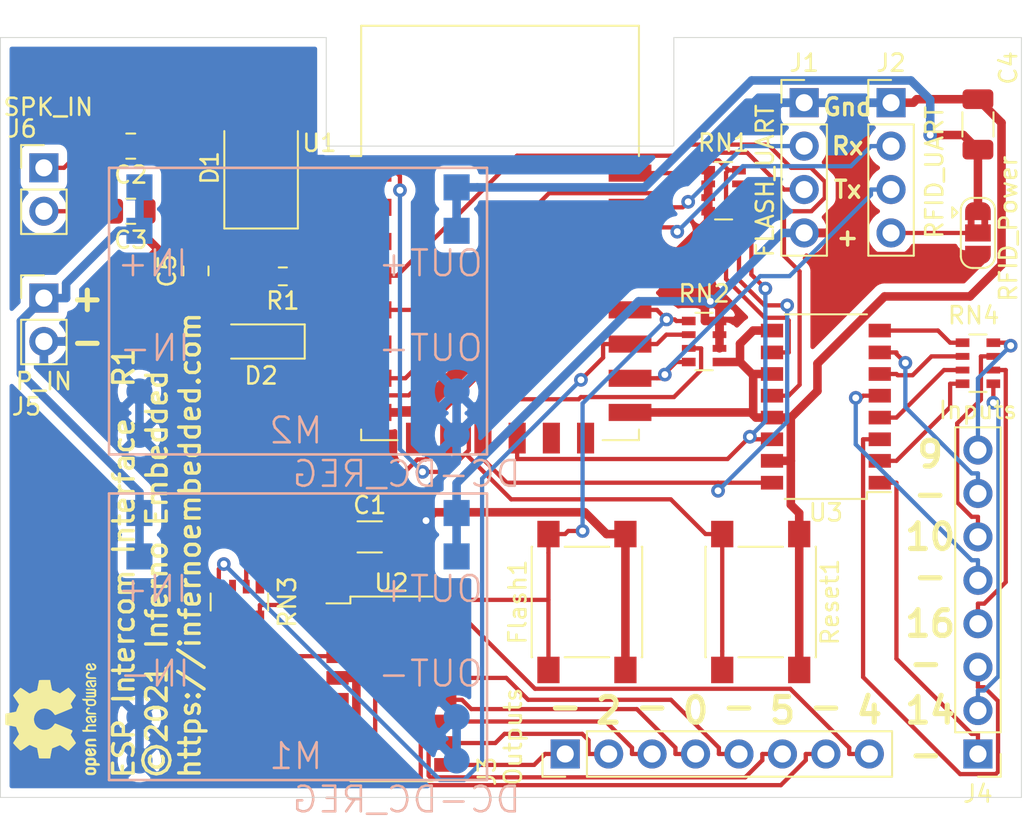
<source format=kicad_pcb>
(kicad_pcb (version 20171130) (host pcbnew "(5.1.9)-1")

  (general
    (thickness 1.6)
    (drawings 31)
    (tracks 455)
    (zones 0)
    (modules 27)
    (nets 47)
  )

  (page A4)
  (layers
    (0 F.Cu signal)
    (31 B.Cu signal)
    (32 B.Adhes user)
    (33 F.Adhes user)
    (34 B.Paste user)
    (35 F.Paste user)
    (36 B.SilkS user)
    (37 F.SilkS user)
    (38 B.Mask user)
    (39 F.Mask user)
    (40 Dwgs.User user)
    (41 Cmts.User user)
    (42 Eco1.User user)
    (43 Eco2.User user)
    (44 Edge.Cuts user)
    (45 Margin user)
    (46 B.CrtYd user)
    (47 F.CrtYd user)
    (48 B.Fab user)
    (49 F.Fab user)
  )

  (setup
    (last_trace_width 0.25)
    (trace_clearance 0.2)
    (zone_clearance 0.508)
    (zone_45_only no)
    (trace_min 0.2)
    (via_size 0.8)
    (via_drill 0.4)
    (via_min_size 0.4)
    (via_min_drill 0.3)
    (uvia_size 0.3)
    (uvia_drill 0.1)
    (uvias_allowed no)
    (uvia_min_size 0.2)
    (uvia_min_drill 0.1)
    (edge_width 0.05)
    (segment_width 0.2)
    (pcb_text_width 0.3)
    (pcb_text_size 1.5 1.5)
    (mod_edge_width 0.12)
    (mod_text_size 1 1)
    (mod_text_width 0.15)
    (pad_size 1.524 1.524)
    (pad_drill 0.762)
    (pad_to_mask_clearance 0)
    (aux_axis_origin 0 0)
    (grid_origin 138.43 144.78)
    (visible_elements 7FFFFFFF)
    (pcbplotparams
      (layerselection 0x010fc_ffffffff)
      (usegerberextensions true)
      (usegerberattributes true)
      (usegerberadvancedattributes true)
      (creategerberjobfile true)
      (excludeedgelayer true)
      (linewidth 0.100000)
      (plotframeref false)
      (viasonmask false)
      (mode 1)
      (useauxorigin true)
      (hpglpennumber 1)
      (hpglpenspeed 20)
      (hpglpendiameter 15.000000)
      (psnegative false)
      (psa4output false)
      (plotreference true)
      (plotvalue true)
      (plotinvisibletext false)
      (padsonsilk false)
      (subtractmaskfromsilk false)
      (outputformat 1)
      (mirror false)
      (drillshape 0)
      (scaleselection 1)
      (outputdirectory "./gerbers"))
  )

  (net 0 "")
  (net 1 GND)
  (net 2 +3V3)
  (net 3 "Net-(C2-Pad2)")
  (net 4 "Net-(C2-Pad1)")
  (net 5 "Net-(C3-Pad2)")
  (net 6 +5V)
  (net 7 "Net-(C5-Pad2)")
  (net 8 "Net-(J1-Pad3)")
  (net 9 "Net-(J1-Pad2)")
  (net 10 "Net-(J2-Pad3)")
  (net 11 "Net-(J2-Pad2)")
  (net 12 "Net-(J3-Pad8)")
  (net 13 "Net-(J3-Pad7)")
  (net 14 "Net-(J3-Pad6)")
  (net 15 "Net-(J3-Pad5)")
  (net 16 "Net-(J3-Pad4)")
  (net 17 "Net-(J3-Pad3)")
  (net 18 "Net-(J3-Pad2)")
  (net 19 "Net-(J3-Pad1)")
  (net 20 "Net-(J4-Pad8)")
  (net 21 "Net-(J4-Pad7)")
  (net 22 "Net-(J4-Pad6)")
  (net 23 "Net-(J4-Pad5)")
  (net 24 "Net-(J4-Pad4)")
  (net 25 "Net-(J4-Pad3)")
  (net 26 "Net-(J4-Pad2)")
  (net 27 "Net-(J4-Pad1)")
  (net 28 +24V)
  (net 29 "Net-(RN1-Pad5)")
  (net 30 "Net-(RN1-Pad6)")
  (net 31 "Net-(RN1-Pad8)")
  (net 32 "Net-(RN1-Pad7)")
  (net 33 "Net-(RN2-Pad2)")
  (net 34 "Net-(RN2-Pad3)")
  (net 35 "Net-(RN3-Pad5)")
  (net 36 "Net-(RN3-Pad6)")
  (net 37 "Net-(RN3-Pad8)")
  (net 38 "Net-(RN3-Pad7)")
  (net 39 "Net-(RN3-Pad2)")
  (net 40 "Net-(RN3-Pad1)")
  (net 41 "Net-(RN4-Pad5)")
  (net 42 "Net-(RN4-Pad6)")
  (net 43 "Net-(RN4-Pad8)")
  (net 44 "Net-(RN4-Pad7)")
  (net 45 "Net-(J2-Pad4)")
  (net 46 "Net-(Flash1-Pad1)")

  (net_class Default "This is the default net class."
    (clearance 0.2)
    (trace_width 0.25)
    (via_dia 0.8)
    (via_drill 0.4)
    (uvia_dia 0.3)
    (uvia_drill 0.1)
    (add_net "Net-(C2-Pad1)")
    (add_net "Net-(C2-Pad2)")
    (add_net "Net-(C3-Pad2)")
    (add_net "Net-(C5-Pad2)")
    (add_net "Net-(Flash1-Pad1)")
    (add_net "Net-(J1-Pad2)")
    (add_net "Net-(J1-Pad3)")
    (add_net "Net-(J2-Pad2)")
    (add_net "Net-(J2-Pad3)")
    (add_net "Net-(J2-Pad4)")
    (add_net "Net-(J3-Pad1)")
    (add_net "Net-(J3-Pad2)")
    (add_net "Net-(J3-Pad3)")
    (add_net "Net-(J3-Pad4)")
    (add_net "Net-(J3-Pad5)")
    (add_net "Net-(J3-Pad6)")
    (add_net "Net-(J3-Pad7)")
    (add_net "Net-(J3-Pad8)")
    (add_net "Net-(J4-Pad1)")
    (add_net "Net-(J4-Pad2)")
    (add_net "Net-(J4-Pad3)")
    (add_net "Net-(J4-Pad4)")
    (add_net "Net-(J4-Pad5)")
    (add_net "Net-(J4-Pad6)")
    (add_net "Net-(J4-Pad7)")
    (add_net "Net-(J4-Pad8)")
    (add_net "Net-(RN1-Pad5)")
    (add_net "Net-(RN1-Pad6)")
    (add_net "Net-(RN1-Pad7)")
    (add_net "Net-(RN1-Pad8)")
    (add_net "Net-(RN2-Pad2)")
    (add_net "Net-(RN2-Pad3)")
    (add_net "Net-(RN3-Pad1)")
    (add_net "Net-(RN3-Pad2)")
    (add_net "Net-(RN3-Pad5)")
    (add_net "Net-(RN3-Pad6)")
    (add_net "Net-(RN3-Pad7)")
    (add_net "Net-(RN3-Pad8)")
    (add_net "Net-(RN4-Pad5)")
    (add_net "Net-(RN4-Pad6)")
    (add_net "Net-(RN4-Pad7)")
    (add_net "Net-(RN4-Pad8)")
  )

  (net_class Power ""
    (clearance 0.2)
    (trace_width 0.5)
    (via_dia 0.8)
    (via_drill 0.4)
    (uvia_dia 0.3)
    (uvia_drill 0.1)
    (add_net +24V)
    (add_net +3V3)
    (add_net +5V)
    (add_net GND)
  )

  (module Symbols:OSHW-Logo2_7.3x6mm_SilkScreen (layer F.Cu) (tedit 0) (tstamp 5FF04651)
    (at 141.478 140.208 90)
    (descr "Open Source Hardware Symbol")
    (tags "Logo Symbol OSHW")
    (attr virtual)
    (fp_text reference REF*** (at 0 0 90) (layer F.SilkS) hide
      (effects (font (size 1 1) (thickness 0.15)))
    )
    (fp_text value OSHW-Logo2_7.3x6mm_SilkScreen (at 0.75 0 90) (layer F.Fab) hide
      (effects (font (size 1 1) (thickness 0.15)))
    )
    (fp_poly (pts (xy 0.10391 -2.757652) (xy 0.182454 -2.757222) (xy 0.239298 -2.756058) (xy 0.278105 -2.753793)
      (xy 0.302538 -2.75006) (xy 0.316262 -2.744494) (xy 0.32294 -2.736727) (xy 0.326236 -2.726395)
      (xy 0.326556 -2.725057) (xy 0.331562 -2.700921) (xy 0.340829 -2.653299) (xy 0.353392 -2.587259)
      (xy 0.368287 -2.507872) (xy 0.384551 -2.420204) (xy 0.385119 -2.417125) (xy 0.40141 -2.331211)
      (xy 0.416652 -2.255304) (xy 0.429861 -2.193955) (xy 0.440054 -2.151718) (xy 0.446248 -2.133145)
      (xy 0.446543 -2.132816) (xy 0.464788 -2.123747) (xy 0.502405 -2.108633) (xy 0.551271 -2.090738)
      (xy 0.551543 -2.090642) (xy 0.613093 -2.067507) (xy 0.685657 -2.038035) (xy 0.754057 -2.008403)
      (xy 0.757294 -2.006938) (xy 0.868702 -1.956374) (xy 1.115399 -2.12484) (xy 1.191077 -2.176197)
      (xy 1.259631 -2.222111) (xy 1.317088 -2.25997) (xy 1.359476 -2.287163) (xy 1.382825 -2.301079)
      (xy 1.385042 -2.302111) (xy 1.40201 -2.297516) (xy 1.433701 -2.275345) (xy 1.481352 -2.234553)
      (xy 1.546198 -2.174095) (xy 1.612397 -2.109773) (xy 1.676214 -2.046388) (xy 1.733329 -1.988549)
      (xy 1.780305 -1.939825) (xy 1.813703 -1.90379) (xy 1.830085 -1.884016) (xy 1.830694 -1.882998)
      (xy 1.832505 -1.869428) (xy 1.825683 -1.847267) (xy 1.80854 -1.813522) (xy 1.779393 -1.7652)
      (xy 1.736555 -1.699308) (xy 1.679448 -1.614483) (xy 1.628766 -1.539823) (xy 1.583461 -1.47286)
      (xy 1.54615 -1.417484) (xy 1.519452 -1.37758) (xy 1.505985 -1.357038) (xy 1.505137 -1.355644)
      (xy 1.506781 -1.335962) (xy 1.519245 -1.297707) (xy 1.540048 -1.248111) (xy 1.547462 -1.232272)
      (xy 1.579814 -1.16171) (xy 1.614328 -1.081647) (xy 1.642365 -1.012371) (xy 1.662568 -0.960955)
      (xy 1.678615 -0.921881) (xy 1.687888 -0.901459) (xy 1.689041 -0.899886) (xy 1.706096 -0.897279)
      (xy 1.746298 -0.890137) (xy 1.804302 -0.879477) (xy 1.874763 -0.866315) (xy 1.952335 -0.851667)
      (xy 2.031672 -0.836551) (xy 2.107431 -0.821982) (xy 2.174264 -0.808978) (xy 2.226828 -0.798555)
      (xy 2.259776 -0.79173) (xy 2.267857 -0.789801) (xy 2.276205 -0.785038) (xy 2.282506 -0.774282)
      (xy 2.287045 -0.753902) (xy 2.290104 -0.720266) (xy 2.291967 -0.669745) (xy 2.292918 -0.598708)
      (xy 2.29324 -0.503524) (xy 2.293257 -0.464508) (xy 2.293257 -0.147201) (xy 2.217057 -0.132161)
      (xy 2.174663 -0.124005) (xy 2.1114 -0.112101) (xy 2.034962 -0.097884) (xy 1.953043 -0.08279)
      (xy 1.9304 -0.078645) (xy 1.854806 -0.063947) (xy 1.788953 -0.049495) (xy 1.738366 -0.036625)
      (xy 1.708574 -0.026678) (xy 1.703612 -0.023713) (xy 1.691426 -0.002717) (xy 1.673953 0.037967)
      (xy 1.654577 0.090322) (xy 1.650734 0.1016) (xy 1.625339 0.171523) (xy 1.593817 0.250418)
      (xy 1.562969 0.321266) (xy 1.562817 0.321595) (xy 1.511447 0.432733) (xy 1.680399 0.681253)
      (xy 1.849352 0.929772) (xy 1.632429 1.147058) (xy 1.566819 1.211726) (xy 1.506979 1.268733)
      (xy 1.456267 1.315033) (xy 1.418046 1.347584) (xy 1.395675 1.363343) (xy 1.392466 1.364343)
      (xy 1.373626 1.356469) (xy 1.33518 1.334578) (xy 1.28133 1.301267) (xy 1.216276 1.259131)
      (xy 1.14594 1.211943) (xy 1.074555 1.16381) (xy 1.010908 1.121928) (xy 0.959041 1.088871)
      (xy 0.922995 1.067218) (xy 0.906867 1.059543) (xy 0.887189 1.066037) (xy 0.849875 1.08315)
      (xy 0.802621 1.107326) (xy 0.797612 1.110013) (xy 0.733977 1.141927) (xy 0.690341 1.157579)
      (xy 0.663202 1.157745) (xy 0.649057 1.143204) (xy 0.648975 1.143) (xy 0.641905 1.125779)
      (xy 0.625042 1.084899) (xy 0.599695 1.023525) (xy 0.567171 0.944819) (xy 0.528778 0.851947)
      (xy 0.485822 0.748072) (xy 0.444222 0.647502) (xy 0.398504 0.536516) (xy 0.356526 0.433703)
      (xy 0.319548 0.342215) (xy 0.288827 0.265201) (xy 0.265622 0.205815) (xy 0.25119 0.167209)
      (xy 0.246743 0.1528) (xy 0.257896 0.136272) (xy 0.287069 0.10993) (xy 0.325971 0.080887)
      (xy 0.436757 -0.010961) (xy 0.523351 -0.116241) (xy 0.584716 -0.232734) (xy 0.619815 -0.358224)
      (xy 0.627608 -0.490493) (xy 0.621943 -0.551543) (xy 0.591078 -0.678205) (xy 0.53792 -0.790059)
      (xy 0.465767 -0.885999) (xy 0.377917 -0.964924) (xy 0.277665 -1.02573) (xy 0.16831 -1.067313)
      (xy 0.053147 -1.088572) (xy -0.064525 -1.088401) (xy -0.18141 -1.065699) (xy -0.294211 -1.019362)
      (xy -0.399631 -0.948287) (xy -0.443632 -0.908089) (xy -0.528021 -0.804871) (xy -0.586778 -0.692075)
      (xy -0.620296 -0.57299) (xy -0.628965 -0.450905) (xy -0.613177 -0.329107) (xy -0.573322 -0.210884)
      (xy -0.509793 -0.099525) (xy -0.422979 0.001684) (xy -0.325971 0.080887) (xy -0.285563 0.111162)
      (xy -0.257018 0.137219) (xy -0.246743 0.152825) (xy -0.252123 0.169843) (xy -0.267425 0.2105)
      (xy -0.291388 0.271642) (xy -0.322756 0.350119) (xy -0.360268 0.44278) (xy -0.402667 0.546472)
      (xy -0.444337 0.647526) (xy -0.49031 0.758607) (xy -0.532893 0.861541) (xy -0.570779 0.953165)
      (xy -0.60266 1.030316) (xy -0.627229 1.089831) (xy -0.64318 1.128544) (xy -0.64909 1.143)
      (xy -0.663052 1.157685) (xy -0.69006 1.157642) (xy -0.733587 1.142099) (xy -0.79711 1.110284)
      (xy -0.797612 1.110013) (xy -0.84544 1.085323) (xy -0.884103 1.067338) (xy -0.905905 1.059614)
      (xy -0.906867 1.059543) (xy -0.923279 1.067378) (xy -0.959513 1.089165) (xy -1.011526 1.122328)
      (xy -1.075275 1.164291) (xy -1.14594 1.211943) (xy -1.217884 1.260191) (xy -1.282726 1.302151)
      (xy -1.336265 1.335227) (xy -1.374303 1.356821) (xy -1.392467 1.364343) (xy -1.409192 1.354457)
      (xy -1.44282 1.326826) (xy -1.48999 1.284495) (xy -1.547342 1.230505) (xy -1.611516 1.167899)
      (xy -1.632503 1.146983) (xy -1.849501 0.929623) (xy -1.684332 0.68722) (xy -1.634136 0.612781)
      (xy -1.590081 0.545972) (xy -1.554638 0.490665) (xy -1.530281 0.450729) (xy -1.519478 0.430036)
      (xy -1.519162 0.428563) (xy -1.524857 0.409058) (xy -1.540174 0.369822) (xy -1.562463 0.31743)
      (xy -1.578107 0.282355) (xy -1.607359 0.215201) (xy -1.634906 0.147358) (xy -1.656263 0.090034)
      (xy -1.662065 0.072572) (xy -1.678548 0.025938) (xy -1.69466 -0.010095) (xy -1.70351 -0.023713)
      (xy -1.72304 -0.032048) (xy -1.765666 -0.043863) (xy -1.825855 -0.057819) (xy -1.898078 -0.072578)
      (xy -1.9304 -0.078645) (xy -2.012478 -0.093727) (xy -2.091205 -0.108331) (xy -2.158891 -0.12102)
      (xy -2.20784 -0.130358) (xy -2.217057 -0.132161) (xy -2.293257 -0.147201) (xy -2.293257 -0.464508)
      (xy -2.293086 -0.568846) (xy -2.292384 -0.647787) (xy -2.290866 -0.704962) (xy -2.288251 -0.744001)
      (xy -2.284254 -0.768535) (xy -2.278591 -0.782195) (xy -2.27098 -0.788611) (xy -2.267857 -0.789801)
      (xy -2.249022 -0.79402) (xy -2.207412 -0.802438) (xy -2.14837 -0.814039) (xy -2.077243 -0.827805)
      (xy -1.999375 -0.84272) (xy -1.920113 -0.857768) (xy -1.844802 -0.871931) (xy -1.778787 -0.884194)
      (xy -1.727413 -0.893539) (xy -1.696025 -0.89895) (xy -1.689041 -0.899886) (xy -1.682715 -0.912404)
      (xy -1.66871 -0.945754) (xy -1.649645 -0.993623) (xy -1.642366 -1.012371) (xy -1.613004 -1.084805)
      (xy -1.578429 -1.16483) (xy -1.547463 -1.232272) (xy -1.524677 -1.283841) (xy -1.509518 -1.326215)
      (xy -1.504458 -1.352166) (xy -1.505264 -1.355644) (xy -1.515959 -1.372064) (xy -1.54038 -1.408583)
      (xy -1.575905 -1.461313) (xy -1.619913 -1.526365) (xy -1.669783 -1.599849) (xy -1.679644 -1.614355)
      (xy -1.737508 -1.700296) (xy -1.780044 -1.765739) (xy -1.808946 -1.813696) (xy -1.82591 -1.84718)
      (xy -1.832633 -1.869205) (xy -1.83081 -1.882783) (xy -1.830764 -1.882869) (xy -1.816414 -1.900703)
      (xy -1.784677 -1.935183) (xy -1.73899 -1.982732) (xy -1.682796 -2.039778) (xy -1.619532 -2.102745)
      (xy -1.612398 -2.109773) (xy -1.53267 -2.18698) (xy -1.471143 -2.24367) (xy -1.426579 -2.28089)
      (xy -1.397743 -2.299685) (xy -1.385042 -2.302111) (xy -1.366506 -2.291529) (xy -1.328039 -2.267084)
      (xy -1.273614 -2.231388) (xy -1.207202 -2.187053) (xy -1.132775 -2.136689) (xy -1.115399 -2.12484)
      (xy -0.868703 -1.956374) (xy -0.757294 -2.006938) (xy -0.689543 -2.036405) (xy -0.616817 -2.066041)
      (xy -0.554297 -2.08967) (xy -0.551543 -2.090642) (xy -0.50264 -2.108543) (xy -0.464943 -2.12368)
      (xy -0.446575 -2.13279) (xy -0.446544 -2.132816) (xy -0.440715 -2.149283) (xy -0.430808 -2.189781)
      (xy -0.417805 -2.249758) (xy -0.402691 -2.32466) (xy -0.386448 -2.409936) (xy -0.385119 -2.417125)
      (xy -0.368825 -2.504986) (xy -0.353867 -2.58474) (xy -0.341209 -2.651319) (xy -0.331814 -2.699653)
      (xy -0.326646 -2.724675) (xy -0.326556 -2.725057) (xy -0.323411 -2.735701) (xy -0.317296 -2.743738)
      (xy -0.304547 -2.749533) (xy -0.2815 -2.753453) (xy -0.244491 -2.755865) (xy -0.189856 -2.757135)
      (xy -0.113933 -2.757629) (xy -0.013056 -2.757714) (xy 0 -2.757714) (xy 0.10391 -2.757652)) (layer F.SilkS) (width 0.01))
    (fp_poly (pts (xy 3.153595 1.966966) (xy 3.211021 2.004497) (xy 3.238719 2.038096) (xy 3.260662 2.099064)
      (xy 3.262405 2.147308) (xy 3.258457 2.211816) (xy 3.109686 2.276934) (xy 3.037349 2.310202)
      (xy 2.990084 2.336964) (xy 2.965507 2.360144) (xy 2.961237 2.382667) (xy 2.974889 2.407455)
      (xy 2.989943 2.423886) (xy 3.033746 2.450235) (xy 3.081389 2.452081) (xy 3.125145 2.431546)
      (xy 3.157289 2.390752) (xy 3.163038 2.376347) (xy 3.190576 2.331356) (xy 3.222258 2.312182)
      (xy 3.265714 2.295779) (xy 3.265714 2.357966) (xy 3.261872 2.400283) (xy 3.246823 2.435969)
      (xy 3.21528 2.476943) (xy 3.210592 2.482267) (xy 3.175506 2.51872) (xy 3.145347 2.538283)
      (xy 3.107615 2.547283) (xy 3.076335 2.55023) (xy 3.020385 2.550965) (xy 2.980555 2.54166)
      (xy 2.955708 2.527846) (xy 2.916656 2.497467) (xy 2.889625 2.464613) (xy 2.872517 2.423294)
      (xy 2.863238 2.367521) (xy 2.859693 2.291305) (xy 2.85941 2.252622) (xy 2.860372 2.206247)
      (xy 2.948007 2.206247) (xy 2.949023 2.231126) (xy 2.951556 2.2352) (xy 2.968274 2.229665)
      (xy 3.004249 2.215017) (xy 3.052331 2.19419) (xy 3.062386 2.189714) (xy 3.123152 2.158814)
      (xy 3.156632 2.131657) (xy 3.16399 2.10622) (xy 3.146391 2.080481) (xy 3.131856 2.069109)
      (xy 3.07941 2.046364) (xy 3.030322 2.050122) (xy 2.989227 2.077884) (xy 2.960758 2.127152)
      (xy 2.951631 2.166257) (xy 2.948007 2.206247) (xy 2.860372 2.206247) (xy 2.861285 2.162249)
      (xy 2.868196 2.095384) (xy 2.881884 2.046695) (xy 2.904096 2.010849) (xy 2.936574 1.982513)
      (xy 2.950733 1.973355) (xy 3.015053 1.949507) (xy 3.085473 1.948006) (xy 3.153595 1.966966)) (layer F.SilkS) (width 0.01))
    (fp_poly (pts (xy 2.6526 1.958752) (xy 2.669948 1.966334) (xy 2.711356 1.999128) (xy 2.746765 2.046547)
      (xy 2.768664 2.097151) (xy 2.772229 2.122098) (xy 2.760279 2.156927) (xy 2.734067 2.175357)
      (xy 2.705964 2.186516) (xy 2.693095 2.188572) (xy 2.686829 2.173649) (xy 2.674456 2.141175)
      (xy 2.669028 2.126502) (xy 2.63859 2.075744) (xy 2.59452 2.050427) (xy 2.53801 2.051206)
      (xy 2.533825 2.052203) (xy 2.503655 2.066507) (xy 2.481476 2.094393) (xy 2.466327 2.139287)
      (xy 2.45725 2.204615) (xy 2.453286 2.293804) (xy 2.452914 2.341261) (xy 2.45273 2.416071)
      (xy 2.451522 2.467069) (xy 2.448309 2.499471) (xy 2.442109 2.518495) (xy 2.43194 2.529356)
      (xy 2.416819 2.537272) (xy 2.415946 2.53767) (xy 2.386828 2.549981) (xy 2.372403 2.554514)
      (xy 2.370186 2.540809) (xy 2.368289 2.502925) (xy 2.366847 2.445715) (xy 2.365998 2.374027)
      (xy 2.365829 2.321565) (xy 2.366692 2.220047) (xy 2.37007 2.143032) (xy 2.377142 2.086023)
      (xy 2.389088 2.044526) (xy 2.40709 2.014043) (xy 2.432327 1.99008) (xy 2.457247 1.973355)
      (xy 2.517171 1.951097) (xy 2.586911 1.946076) (xy 2.6526 1.958752)) (layer F.SilkS) (width 0.01))
    (fp_poly (pts (xy 2.144876 1.956335) (xy 2.186667 1.975344) (xy 2.219469 1.998378) (xy 2.243503 2.024133)
      (xy 2.260097 2.057358) (xy 2.270577 2.1028) (xy 2.276271 2.165207) (xy 2.278507 2.249327)
      (xy 2.278743 2.304721) (xy 2.278743 2.520826) (xy 2.241774 2.53767) (xy 2.212656 2.549981)
      (xy 2.198231 2.554514) (xy 2.195472 2.541025) (xy 2.193282 2.504653) (xy 2.191942 2.451542)
      (xy 2.191657 2.409372) (xy 2.190434 2.348447) (xy 2.187136 2.300115) (xy 2.182321 2.270518)
      (xy 2.178496 2.264229) (xy 2.152783 2.270652) (xy 2.112418 2.287125) (xy 2.065679 2.309458)
      (xy 2.020845 2.333457) (xy 1.986193 2.35493) (xy 1.970002 2.369685) (xy 1.969938 2.369845)
      (xy 1.97133 2.397152) (xy 1.983818 2.423219) (xy 2.005743 2.444392) (xy 2.037743 2.451474)
      (xy 2.065092 2.450649) (xy 2.103826 2.450042) (xy 2.124158 2.459116) (xy 2.136369 2.483092)
      (xy 2.137909 2.487613) (xy 2.143203 2.521806) (xy 2.129047 2.542568) (xy 2.092148 2.552462)
      (xy 2.052289 2.554292) (xy 1.980562 2.540727) (xy 1.943432 2.521355) (xy 1.897576 2.475845)
      (xy 1.873256 2.419983) (xy 1.871073 2.360957) (xy 1.891629 2.305953) (xy 1.922549 2.271486)
      (xy 1.95342 2.252189) (xy 2.001942 2.227759) (xy 2.058485 2.202985) (xy 2.06791 2.199199)
      (xy 2.130019 2.171791) (xy 2.165822 2.147634) (xy 2.177337 2.123619) (xy 2.16658 2.096635)
      (xy 2.148114 2.075543) (xy 2.104469 2.049572) (xy 2.056446 2.047624) (xy 2.012406 2.067637)
      (xy 1.980709 2.107551) (xy 1.976549 2.117848) (xy 1.952327 2.155724) (xy 1.916965 2.183842)
      (xy 1.872343 2.206917) (xy 1.872343 2.141485) (xy 1.874969 2.101506) (xy 1.88623 2.069997)
      (xy 1.911199 2.036378) (xy 1.935169 2.010484) (xy 1.972441 1.973817) (xy 2.001401 1.954121)
      (xy 2.032505 1.94622) (xy 2.067713 1.944914) (xy 2.144876 1.956335)) (layer F.SilkS) (width 0.01))
    (fp_poly (pts (xy 1.779833 1.958663) (xy 1.782048 1.99685) (xy 1.783784 2.054886) (xy 1.784899 2.12818)
      (xy 1.785257 2.205055) (xy 1.785257 2.465196) (xy 1.739326 2.511127) (xy 1.707675 2.539429)
      (xy 1.67989 2.550893) (xy 1.641915 2.550168) (xy 1.62684 2.548321) (xy 1.579726 2.542948)
      (xy 1.540756 2.539869) (xy 1.531257 2.539585) (xy 1.499233 2.541445) (xy 1.453432 2.546114)
      (xy 1.435674 2.548321) (xy 1.392057 2.551735) (xy 1.362745 2.54432) (xy 1.33368 2.521427)
      (xy 1.323188 2.511127) (xy 1.277257 2.465196) (xy 1.277257 1.978602) (xy 1.314226 1.961758)
      (xy 1.346059 1.949282) (xy 1.364683 1.944914) (xy 1.369458 1.958718) (xy 1.373921 1.997286)
      (xy 1.377775 2.056356) (xy 1.380722 2.131663) (xy 1.382143 2.195286) (xy 1.386114 2.445657)
      (xy 1.420759 2.450556) (xy 1.452268 2.447131) (xy 1.467708 2.436041) (xy 1.472023 2.415308)
      (xy 1.475708 2.371145) (xy 1.478469 2.309146) (xy 1.480012 2.234909) (xy 1.480235 2.196706)
      (xy 1.480457 1.976783) (xy 1.526166 1.960849) (xy 1.558518 1.950015) (xy 1.576115 1.944962)
      (xy 1.576623 1.944914) (xy 1.578388 1.958648) (xy 1.580329 1.99673) (xy 1.582282 2.054482)
      (xy 1.584084 2.127227) (xy 1.585343 2.195286) (xy 1.589314 2.445657) (xy 1.6764 2.445657)
      (xy 1.680396 2.21724) (xy 1.684392 1.988822) (xy 1.726847 1.966868) (xy 1.758192 1.951793)
      (xy 1.776744 1.944951) (xy 1.777279 1.944914) (xy 1.779833 1.958663)) (layer F.SilkS) (width 0.01))
    (fp_poly (pts (xy 1.190117 2.065358) (xy 1.189933 2.173837) (xy 1.189219 2.257287) (xy 1.187675 2.319704)
      (xy 1.185001 2.365085) (xy 1.180894 2.397429) (xy 1.175055 2.420733) (xy 1.167182 2.438995)
      (xy 1.161221 2.449418) (xy 1.111855 2.505945) (xy 1.049264 2.541377) (xy 0.980013 2.55409)
      (xy 0.910668 2.542463) (xy 0.869375 2.521568) (xy 0.826025 2.485422) (xy 0.796481 2.441276)
      (xy 0.778655 2.383462) (xy 0.770463 2.306313) (xy 0.769302 2.249714) (xy 0.769458 2.245647)
      (xy 0.870857 2.245647) (xy 0.871476 2.31055) (xy 0.874314 2.353514) (xy 0.88084 2.381622)
      (xy 0.892523 2.401953) (xy 0.906483 2.417288) (xy 0.953365 2.44689) (xy 1.003701 2.449419)
      (xy 1.051276 2.424705) (xy 1.054979 2.421356) (xy 1.070783 2.403935) (xy 1.080693 2.383209)
      (xy 1.086058 2.352362) (xy 1.088228 2.304577) (xy 1.088571 2.251748) (xy 1.087827 2.185381)
      (xy 1.084748 2.141106) (xy 1.078061 2.112009) (xy 1.066496 2.091173) (xy 1.057013 2.080107)
      (xy 1.01296 2.052198) (xy 0.962224 2.048843) (xy 0.913796 2.070159) (xy 0.90445 2.078073)
      (xy 0.88854 2.095647) (xy 0.87861 2.116587) (xy 0.873278 2.147782) (xy 0.871163 2.196122)
      (xy 0.870857 2.245647) (xy 0.769458 2.245647) (xy 0.77281 2.158568) (xy 0.784726 2.090086)
      (xy 0.807135 2.0386) (xy 0.842124 1.998443) (xy 0.869375 1.977861) (xy 0.918907 1.955625)
      (xy 0.976316 1.945304) (xy 1.029682 1.948067) (xy 1.059543 1.959212) (xy 1.071261 1.962383)
      (xy 1.079037 1.950557) (xy 1.084465 1.918866) (xy 1.088571 1.870593) (xy 1.093067 1.816829)
      (xy 1.099313 1.784482) (xy 1.110676 1.765985) (xy 1.130528 1.75377) (xy 1.143 1.748362)
      (xy 1.190171 1.728601) (xy 1.190117 2.065358)) (layer F.SilkS) (width 0.01))
    (fp_poly (pts (xy 0.529926 1.949755) (xy 0.595858 1.974084) (xy 0.649273 2.017117) (xy 0.670164 2.047409)
      (xy 0.692939 2.102994) (xy 0.692466 2.143186) (xy 0.668562 2.170217) (xy 0.659717 2.174813)
      (xy 0.62153 2.189144) (xy 0.602028 2.185472) (xy 0.595422 2.161407) (xy 0.595086 2.148114)
      (xy 0.582992 2.09921) (xy 0.551471 2.064999) (xy 0.507659 2.048476) (xy 0.458695 2.052634)
      (xy 0.418894 2.074227) (xy 0.40545 2.086544) (xy 0.395921 2.101487) (xy 0.389485 2.124075)
      (xy 0.385317 2.159328) (xy 0.382597 2.212266) (xy 0.380502 2.287907) (xy 0.37996 2.311857)
      (xy 0.377981 2.39379) (xy 0.375731 2.451455) (xy 0.372357 2.489608) (xy 0.367006 2.513004)
      (xy 0.358824 2.526398) (xy 0.346959 2.534545) (xy 0.339362 2.538144) (xy 0.307102 2.550452)
      (xy 0.288111 2.554514) (xy 0.281836 2.540948) (xy 0.278006 2.499934) (xy 0.2766 2.430999)
      (xy 0.277598 2.333669) (xy 0.277908 2.318657) (xy 0.280101 2.229859) (xy 0.282693 2.165019)
      (xy 0.286382 2.119067) (xy 0.291864 2.086935) (xy 0.299835 2.063553) (xy 0.310993 2.043852)
      (xy 0.31683 2.03541) (xy 0.350296 1.998057) (xy 0.387727 1.969003) (xy 0.392309 1.966467)
      (xy 0.459426 1.946443) (xy 0.529926 1.949755)) (layer F.SilkS) (width 0.01))
    (fp_poly (pts (xy 0.039744 1.950968) (xy 0.096616 1.972087) (xy 0.097267 1.972493) (xy 0.13244 1.99838)
      (xy 0.158407 2.028633) (xy 0.17667 2.068058) (xy 0.188732 2.121462) (xy 0.196096 2.193651)
      (xy 0.200264 2.289432) (xy 0.200629 2.303078) (xy 0.205876 2.508842) (xy 0.161716 2.531678)
      (xy 0.129763 2.54711) (xy 0.11047 2.554423) (xy 0.109578 2.554514) (xy 0.106239 2.541022)
      (xy 0.103587 2.504626) (xy 0.101956 2.451452) (xy 0.1016 2.408393) (xy 0.101592 2.338641)
      (xy 0.098403 2.294837) (xy 0.087288 2.273944) (xy 0.063501 2.272925) (xy 0.022296 2.288741)
      (xy -0.039914 2.317815) (xy -0.085659 2.341963) (xy -0.109187 2.362913) (xy -0.116104 2.385747)
      (xy -0.116114 2.386877) (xy -0.104701 2.426212) (xy -0.070908 2.447462) (xy -0.019191 2.450539)
      (xy 0.018061 2.450006) (xy 0.037703 2.460735) (xy 0.049952 2.486505) (xy 0.057002 2.519337)
      (xy 0.046842 2.537966) (xy 0.043017 2.540632) (xy 0.007001 2.55134) (xy -0.043434 2.552856)
      (xy -0.095374 2.545759) (xy -0.132178 2.532788) (xy -0.183062 2.489585) (xy -0.211986 2.429446)
      (xy -0.217714 2.382462) (xy -0.213343 2.340082) (xy -0.197525 2.305488) (xy -0.166203 2.274763)
      (xy -0.115322 2.24399) (xy -0.040824 2.209252) (xy -0.036286 2.207288) (xy 0.030821 2.176287)
      (xy 0.072232 2.150862) (xy 0.089981 2.128014) (xy 0.086107 2.104745) (xy 0.062643 2.078056)
      (xy 0.055627 2.071914) (xy 0.00863 2.0481) (xy -0.040067 2.049103) (xy -0.082478 2.072451)
      (xy -0.110616 2.115675) (xy -0.113231 2.12416) (xy -0.138692 2.165308) (xy -0.170999 2.185128)
      (xy -0.217714 2.20477) (xy -0.217714 2.15395) (xy -0.203504 2.080082) (xy -0.161325 2.012327)
      (xy -0.139376 1.989661) (xy -0.089483 1.960569) (xy -0.026033 1.9474) (xy 0.039744 1.950968)) (layer F.SilkS) (width 0.01))
    (fp_poly (pts (xy -0.624114 1.851289) (xy -0.619861 1.910613) (xy -0.614975 1.945572) (xy -0.608205 1.96082)
      (xy -0.598298 1.961015) (xy -0.595086 1.959195) (xy -0.552356 1.946015) (xy -0.496773 1.946785)
      (xy -0.440263 1.960333) (xy -0.404918 1.977861) (xy -0.368679 2.005861) (xy -0.342187 2.037549)
      (xy -0.324001 2.077813) (xy -0.312678 2.131543) (xy -0.306778 2.203626) (xy -0.304857 2.298951)
      (xy -0.304823 2.317237) (xy -0.3048 2.522646) (xy -0.350509 2.53858) (xy -0.382973 2.54942)
      (xy -0.400785 2.554468) (xy -0.401309 2.554514) (xy -0.403063 2.540828) (xy -0.404556 2.503076)
      (xy -0.405674 2.446224) (xy -0.406303 2.375234) (xy -0.4064 2.332073) (xy -0.406602 2.246973)
      (xy -0.407642 2.185981) (xy -0.410169 2.144177) (xy -0.414836 2.116642) (xy -0.422293 2.098456)
      (xy -0.433189 2.084698) (xy -0.439993 2.078073) (xy -0.486728 2.051375) (xy -0.537728 2.049375)
      (xy -0.583999 2.071955) (xy -0.592556 2.080107) (xy -0.605107 2.095436) (xy -0.613812 2.113618)
      (xy -0.619369 2.139909) (xy -0.622474 2.179562) (xy -0.623824 2.237832) (xy -0.624114 2.318173)
      (xy -0.624114 2.522646) (xy -0.669823 2.53858) (xy -0.702287 2.54942) (xy -0.720099 2.554468)
      (xy -0.720623 2.554514) (xy -0.721963 2.540623) (xy -0.723172 2.501439) (xy -0.724199 2.4407)
      (xy -0.724998 2.362141) (xy -0.725519 2.269498) (xy -0.725714 2.166509) (xy -0.725714 1.769342)
      (xy -0.678543 1.749444) (xy -0.631371 1.729547) (xy -0.624114 1.851289)) (layer F.SilkS) (width 0.01))
    (fp_poly (pts (xy -1.831697 1.931239) (xy -1.774473 1.969735) (xy -1.730251 2.025335) (xy -1.703833 2.096086)
      (xy -1.69849 2.148162) (xy -1.699097 2.169893) (xy -1.704178 2.186531) (xy -1.718145 2.201437)
      (xy -1.745411 2.217973) (xy -1.790388 2.239498) (xy -1.857489 2.269374) (xy -1.857829 2.269524)
      (xy -1.919593 2.297813) (xy -1.970241 2.322933) (xy -2.004596 2.342179) (xy -2.017482 2.352848)
      (xy -2.017486 2.352934) (xy -2.006128 2.376166) (xy -1.979569 2.401774) (xy -1.949077 2.420221)
      (xy -1.93363 2.423886) (xy -1.891485 2.411212) (xy -1.855192 2.379471) (xy -1.837483 2.344572)
      (xy -1.820448 2.318845) (xy -1.787078 2.289546) (xy -1.747851 2.264235) (xy -1.713244 2.250471)
      (xy -1.706007 2.249714) (xy -1.697861 2.26216) (xy -1.69737 2.293972) (xy -1.703357 2.336866)
      (xy -1.714643 2.382558) (xy -1.73005 2.422761) (xy -1.730829 2.424322) (xy -1.777196 2.489062)
      (xy -1.837289 2.533097) (xy -1.905535 2.554711) (xy -1.976362 2.552185) (xy -2.044196 2.523804)
      (xy -2.047212 2.521808) (xy -2.100573 2.473448) (xy -2.13566 2.410352) (xy -2.155078 2.327387)
      (xy -2.157684 2.304078) (xy -2.162299 2.194055) (xy -2.156767 2.142748) (xy -2.017486 2.142748)
      (xy -2.015676 2.174753) (xy -2.005778 2.184093) (xy -1.981102 2.177105) (xy -1.942205 2.160587)
      (xy -1.898725 2.139881) (xy -1.897644 2.139333) (xy -1.860791 2.119949) (xy -1.846 2.107013)
      (xy -1.849647 2.093451) (xy -1.865005 2.075632) (xy -1.904077 2.049845) (xy -1.946154 2.04795)
      (xy -1.983897 2.066717) (xy -2.009966 2.102915) (xy -2.017486 2.142748) (xy -2.156767 2.142748)
      (xy -2.152806 2.106027) (xy -2.12845 2.036212) (xy -2.094544 1.987302) (xy -2.033347 1.937878)
      (xy -1.965937 1.913359) (xy -1.89712 1.911797) (xy -1.831697 1.931239)) (layer F.SilkS) (width 0.01))
    (fp_poly (pts (xy -2.958885 1.921962) (xy -2.890855 1.957733) (xy -2.840649 2.015301) (xy -2.822815 2.052312)
      (xy -2.808937 2.107882) (xy -2.801833 2.178096) (xy -2.80116 2.254727) (xy -2.806573 2.329552)
      (xy -2.81773 2.394342) (xy -2.834286 2.440873) (xy -2.839374 2.448887) (xy -2.899645 2.508707)
      (xy -2.971231 2.544535) (xy -3.048908 2.55502) (xy -3.127452 2.53881) (xy -3.149311 2.529092)
      (xy -3.191878 2.499143) (xy -3.229237 2.459433) (xy -3.232768 2.454397) (xy -3.247119 2.430124)
      (xy -3.256606 2.404178) (xy -3.26221 2.370022) (xy -3.264914 2.321119) (xy -3.265701 2.250935)
      (xy -3.265714 2.2352) (xy -3.265678 2.230192) (xy -3.120571 2.230192) (xy -3.119727 2.29643)
      (xy -3.116404 2.340386) (xy -3.109417 2.368779) (xy -3.097584 2.388325) (xy -3.091543 2.394857)
      (xy -3.056814 2.41968) (xy -3.023097 2.418548) (xy -2.989005 2.397016) (xy -2.968671 2.374029)
      (xy -2.956629 2.340478) (xy -2.949866 2.287569) (xy -2.949402 2.281399) (xy -2.948248 2.185513)
      (xy -2.960312 2.114299) (xy -2.98543 2.068194) (xy -3.02344 2.047635) (xy -3.037008 2.046514)
      (xy -3.072636 2.052152) (xy -3.097006 2.071686) (xy -3.111907 2.109042) (xy -3.119125 2.16815)
      (xy -3.120571 2.230192) (xy -3.265678 2.230192) (xy -3.265174 2.160413) (xy -3.262904 2.108159)
      (xy -3.257932 2.071949) (xy -3.249287 2.045299) (xy -3.235995 2.021722) (xy -3.233057 2.017338)
      (xy -3.183687 1.958249) (xy -3.129891 1.923947) (xy -3.064398 1.910331) (xy -3.042158 1.909665)
      (xy -2.958885 1.921962)) (layer F.SilkS) (width 0.01))
    (fp_poly (pts (xy -1.283907 1.92778) (xy -1.237328 1.954723) (xy -1.204943 1.981466) (xy -1.181258 2.009484)
      (xy -1.164941 2.043748) (xy -1.154661 2.089227) (xy -1.149086 2.150892) (xy -1.146884 2.233711)
      (xy -1.146629 2.293246) (xy -1.146629 2.512391) (xy -1.208314 2.540044) (xy -1.27 2.567697)
      (xy -1.277257 2.32767) (xy -1.280256 2.238028) (xy -1.283402 2.172962) (xy -1.287299 2.128026)
      (xy -1.292553 2.09877) (xy -1.299769 2.080748) (xy -1.30955 2.069511) (xy -1.312688 2.067079)
      (xy -1.360239 2.048083) (xy -1.408303 2.0556) (xy -1.436914 2.075543) (xy -1.448553 2.089675)
      (xy -1.456609 2.10822) (xy -1.461729 2.136334) (xy -1.464559 2.179173) (xy -1.465744 2.241895)
      (xy -1.465943 2.307261) (xy -1.465982 2.389268) (xy -1.467386 2.447316) (xy -1.472086 2.486465)
      (xy -1.482013 2.51178) (xy -1.499097 2.528323) (xy -1.525268 2.541156) (xy -1.560225 2.554491)
      (xy -1.598404 2.569007) (xy -1.593859 2.311389) (xy -1.592029 2.218519) (xy -1.589888 2.149889)
      (xy -1.586819 2.100711) (xy -1.582206 2.066198) (xy -1.575432 2.041562) (xy -1.565881 2.022016)
      (xy -1.554366 2.00477) (xy -1.49881 1.94968) (xy -1.43102 1.917822) (xy -1.357287 1.910191)
      (xy -1.283907 1.92778)) (layer F.SilkS) (width 0.01))
    (fp_poly (pts (xy -2.400256 1.919918) (xy -2.344799 1.947568) (xy -2.295852 1.99848) (xy -2.282371 2.017338)
      (xy -2.267686 2.042015) (xy -2.258158 2.068816) (xy -2.252707 2.104587) (xy -2.250253 2.156169)
      (xy -2.249714 2.224267) (xy -2.252148 2.317588) (xy -2.260606 2.387657) (xy -2.276826 2.439931)
      (xy -2.302546 2.479869) (xy -2.339503 2.512929) (xy -2.342218 2.514886) (xy -2.37864 2.534908)
      (xy -2.422498 2.544815) (xy -2.478276 2.547257) (xy -2.568952 2.547257) (xy -2.56899 2.635283)
      (xy -2.569834 2.684308) (xy -2.574976 2.713065) (xy -2.588413 2.730311) (xy -2.614142 2.744808)
      (xy -2.620321 2.747769) (xy -2.649236 2.761648) (xy -2.671624 2.770414) (xy -2.688271 2.771171)
      (xy -2.699964 2.761023) (xy -2.70749 2.737073) (xy -2.711634 2.696426) (xy -2.713185 2.636186)
      (xy -2.712929 2.553455) (xy -2.711651 2.445339) (xy -2.711252 2.413) (xy -2.709815 2.301524)
      (xy -2.708528 2.228603) (xy -2.569029 2.228603) (xy -2.568245 2.290499) (xy -2.56476 2.330997)
      (xy -2.556876 2.357708) (xy -2.542895 2.378244) (xy -2.533403 2.38826) (xy -2.494596 2.417567)
      (xy -2.460237 2.419952) (xy -2.424784 2.39575) (xy -2.423886 2.394857) (xy -2.409461 2.376153)
      (xy -2.400687 2.350732) (xy -2.396261 2.311584) (xy -2.394882 2.251697) (xy -2.394857 2.23843)
      (xy -2.398188 2.155901) (xy -2.409031 2.098691) (xy -2.42866 2.063766) (xy -2.45835 2.048094)
      (xy -2.475509 2.046514) (xy -2.516234 2.053926) (xy -2.544168 2.07833) (xy -2.560983 2.12298)
      (xy -2.56835 2.19113) (xy -2.569029 2.228603) (xy -2.708528 2.228603) (xy -2.708292 2.215245)
      (xy -2.706323 2.150333) (xy -2.70355 2.102958) (xy -2.699612 2.06929) (xy -2.694151 2.045498)
      (xy -2.686808 2.027753) (xy -2.677223 2.012224) (xy -2.673113 2.006381) (xy -2.618595 1.951185)
      (xy -2.549664 1.91989) (xy -2.469928 1.911165) (xy -2.400256 1.919918)) (layer F.SilkS) (width 0.01))
  )

  (module Jumper:SolderJumper-3_P1.3mm_Bridged2Bar12_RoundedPad1.0x1.5mm (layer F.Cu) (tedit 5C7452C1) (tstamp 5FE794A5)
    (at 195.58 111.76 270)
    (descr "SMD Solder 3-pad Jumper, 1x1.5mm rounded Pads, 0.3mm gap, pads 1-2 Bridged2Bar with 2 copper strip")
    (tags "solder jumper open")
    (path /5FE8883C)
    (attr virtual)
    (fp_text reference JP1 (at 0 -1.8 90) (layer Cmts.User)
      (effects (font (size 1 1) (thickness 0.15)))
    )
    (fp_text value RFID_Power (at -0.254 -1.778 90) (layer F.SilkS)
      (effects (font (size 1 1) (thickness 0.15)))
    )
    (fp_poly (pts (xy -0.9 0.2) (xy -0.4 0.2) (xy -0.4 0.6) (xy -0.9 0.6)) (layer F.Cu) (width 0))
    (fp_poly (pts (xy -0.9 -0.6) (xy -0.4 -0.6) (xy -0.4 -0.2) (xy -0.9 -0.2)) (layer F.Cu) (width 0))
    (fp_line (start 2.3 1.25) (end -2.3 1.25) (layer F.CrtYd) (width 0.05))
    (fp_line (start 2.3 1.25) (end 2.3 -1.25) (layer F.CrtYd) (width 0.05))
    (fp_line (start -2.3 -1.25) (end -2.3 1.25) (layer F.CrtYd) (width 0.05))
    (fp_line (start -2.3 -1.25) (end 2.3 -1.25) (layer F.CrtYd) (width 0.05))
    (fp_line (start -1.4 -1) (end 1.4 -1) (layer F.SilkS) (width 0.12))
    (fp_line (start 2.05 -0.3) (end 2.05 0.3) (layer F.SilkS) (width 0.12))
    (fp_line (start 1.4 1) (end -1.4 1) (layer F.SilkS) (width 0.12))
    (fp_line (start -2.05 0.3) (end -2.05 -0.3) (layer F.SilkS) (width 0.12))
    (fp_line (start -1.2 1.2) (end -1.5 1.5) (layer F.SilkS) (width 0.12))
    (fp_line (start -1.5 1.5) (end -0.9 1.5) (layer F.SilkS) (width 0.12))
    (fp_line (start -1.2 1.2) (end -0.9 1.5) (layer F.SilkS) (width 0.12))
    (fp_arc (start -1.35 -0.3) (end -1.35 -1) (angle -90) (layer F.SilkS) (width 0.12))
    (fp_arc (start -1.35 0.3) (end -2.05 0.3) (angle -90) (layer F.SilkS) (width 0.12))
    (fp_arc (start 1.35 0.3) (end 1.35 1) (angle -90) (layer F.SilkS) (width 0.12))
    (fp_arc (start 1.35 -0.3) (end 2.05 -0.3) (angle -90) (layer F.SilkS) (width 0.12))
    (pad 1 smd custom (at -1.3 0 270) (size 1 0.5) (layers F.Cu F.Mask)
      (net 6 +5V) (zone_connect 2)
      (options (clearance outline) (anchor rect))
      (primitives
        (gr_circle (center 0 0.25) (end 0.5 0.25) (width 0))
        (gr_circle (center 0 -0.25) (end 0.5 -0.25) (width 0))
        (gr_poly (pts
           (xy 0.55 -0.75) (xy 0 -0.75) (xy 0 0.75) (xy 0.55 0.75)) (width 0))
      ))
    (pad 2 smd rect (at 0 0 270) (size 1 1.5) (layers F.Cu F.Mask)
      (net 45 "Net-(J2-Pad4)"))
    (pad 3 smd custom (at 1.3 0 270) (size 1 0.5) (layers F.Cu F.Mask)
      (net 2 +3V3) (zone_connect 2)
      (options (clearance outline) (anchor rect))
      (primitives
        (gr_circle (center 0 0.25) (end 0.5 0.25) (width 0))
        (gr_circle (center 0 -0.25) (end 0.5 -0.25) (width 0))
        (gr_poly (pts
           (xy -0.55 -0.75) (xy 0 -0.75) (xy 0 0.75) (xy -0.55 0.75)) (width 0))
      ))
  )

  (module Package_SO:SOP-16_4.4x10.4mm_P1.27mm (layer F.Cu) (tedit 5A02F25C) (tstamp 5FE72AC3)
    (at 186.69 121.92 180)
    (descr "16-Lead Plastic Small Outline http://www.vishay.com/docs/49633/sg2098.pdf")
    (tags "SOP 1.27")
    (path /5FD6F9EC)
    (attr smd)
    (fp_text reference U3 (at 0 -6.2) (layer F.SilkS)
      (effects (font (size 1 1) (thickness 0.15)))
    )
    (fp_text value PC847 (at 0 6.1) (layer F.Fab)
      (effects (font (size 1 1) (thickness 0.15)))
    )
    (fp_line (start 4.05 5.45) (end -4.05 5.45) (layer F.CrtYd) (width 0.05))
    (fp_line (start 4.05 5.45) (end 4.05 -5.45) (layer F.CrtYd) (width 0.05))
    (fp_line (start -4.05 -5.45) (end -4.05 5.45) (layer F.CrtYd) (width 0.05))
    (fp_line (start -4.05 -5.45) (end 4.05 -5.45) (layer F.CrtYd) (width 0.05))
    (fp_line (start -2.4 5.4) (end 2.4 5.4) (layer F.SilkS) (width 0.12))
    (fp_line (start -2.4 -5.4) (end 2.4 -5.4) (layer F.SilkS) (width 0.12))
    (fp_line (start -2.2 5.2) (end -2.2 -4.6) (layer F.Fab) (width 0.1))
    (fp_line (start 2.2 5.2) (end -2.2 5.2) (layer F.Fab) (width 0.1))
    (fp_line (start 2.2 -5.2) (end 2.2 5.2) (layer F.Fab) (width 0.1))
    (fp_line (start -1.6 -5.2) (end 2.2 -5.2) (layer F.Fab) (width 0.1))
    (fp_line (start -2.4 -5) (end -3.8 -5) (layer F.SilkS) (width 0.12))
    (fp_line (start -2.4 -5.4) (end -2.4 -5) (layer F.SilkS) (width 0.12))
    (fp_line (start -2.2 -4.6) (end -1.6 -5.2) (layer F.Fab) (width 0.1))
    (fp_text user %R (at 0 0) (layer F.Fab)
      (effects (font (size 0.8 0.8) (thickness 0.15)))
    )
    (pad 16 smd rect (at 3.15 -4.45 180) (size 1.3 0.8) (layers F.Cu F.Paste F.Mask)
      (net 29 "Net-(RN1-Pad5)"))
    (pad 15 smd rect (at 3.15 -3.17 180) (size 1.3 0.8) (layers F.Cu F.Paste F.Mask)
      (net 1 GND))
    (pad 14 smd rect (at 3.15 -1.91 180) (size 1.3 0.8) (layers F.Cu F.Paste F.Mask)
      (net 30 "Net-(RN1-Pad6)"))
    (pad 13 smd rect (at 3.15 -0.64 180) (size 1.3 0.8) (layers F.Cu F.Paste F.Mask)
      (net 1 GND))
    (pad 12 smd rect (at 3.15 0.64 180) (size 1.3 0.8) (layers F.Cu F.Paste F.Mask)
      (net 32 "Net-(RN1-Pad7)"))
    (pad 11 smd rect (at 3.15 1.91 180) (size 1.3 0.8) (layers F.Cu F.Paste F.Mask)
      (net 1 GND))
    (pad 10 smd rect (at 3.15 3.17 180) (size 1.3 0.8) (layers F.Cu F.Paste F.Mask)
      (net 31 "Net-(RN1-Pad8)"))
    (pad 9 smd rect (at 3.15 4.45 180) (size 1.3 0.8) (layers F.Cu F.Paste F.Mask)
      (net 1 GND))
    (pad 8 smd rect (at -3.15 4.45 180) (size 1.3 0.8) (layers F.Cu F.Paste F.Mask)
      (net 41 "Net-(RN4-Pad5)"))
    (pad 7 smd rect (at -3.15 3.17 180) (size 1.3 0.8) (layers F.Cu F.Paste F.Mask)
      (net 21 "Net-(J4-Pad7)"))
    (pad 6 smd rect (at -3.15 1.91 180) (size 1.3 0.8) (layers F.Cu F.Paste F.Mask)
      (net 42 "Net-(RN4-Pad6)"))
    (pad 5 smd rect (at -3.15 0.64 180) (size 1.3 0.8) (layers F.Cu F.Paste F.Mask)
      (net 23 "Net-(J4-Pad5)"))
    (pad 4 smd rect (at -3.15 -0.64 180) (size 1.3 0.8) (layers F.Cu F.Paste F.Mask)
      (net 44 "Net-(RN4-Pad7)"))
    (pad 3 smd rect (at -3.15 -1.91 180) (size 1.3 0.8) (layers F.Cu F.Paste F.Mask)
      (net 25 "Net-(J4-Pad3)"))
    (pad 2 smd rect (at -3.15 -3.17 180) (size 1.3 0.8) (layers F.Cu F.Paste F.Mask)
      (net 43 "Net-(RN4-Pad8)"))
    (pad 1 smd rect (at -3.15 -4.45 180) (size 1.3 0.8) (layers F.Cu F.Paste F.Mask)
      (net 27 "Net-(J4-Pad1)"))
    (model ${KISYS3DMOD}/Package_SO.3dshapes/SOP-16_4.4x10.4mm_P1.27mm.wrl
      (at (xyz 0 0 0))
      (scale (xyz 1 1 1))
      (rotate (xyz 0 0 0))
    )
  )

  (module Package_SO:SOP-16_4.4x10.4mm_P1.27mm (layer F.Cu) (tedit 5A02F25C) (tstamp 5FD7D0AF)
    (at 161.29 138.43)
    (descr "16-Lead Plastic Small Outline http://www.vishay.com/docs/49633/sg2098.pdf")
    (tags "SOP 1.27")
    (path /5FC85412)
    (attr smd)
    (fp_text reference U2 (at 0 -6.2) (layer F.SilkS)
      (effects (font (size 1 1) (thickness 0.15)))
    )
    (fp_text value PC847 (at 0 6.1) (layer F.Fab)
      (effects (font (size 1 1) (thickness 0.15)))
    )
    (fp_line (start 4.05 5.45) (end -4.05 5.45) (layer F.CrtYd) (width 0.05))
    (fp_line (start 4.05 5.45) (end 4.05 -5.45) (layer F.CrtYd) (width 0.05))
    (fp_line (start -4.05 -5.45) (end -4.05 5.45) (layer F.CrtYd) (width 0.05))
    (fp_line (start -4.05 -5.45) (end 4.05 -5.45) (layer F.CrtYd) (width 0.05))
    (fp_line (start -2.4 5.4) (end 2.4 5.4) (layer F.SilkS) (width 0.12))
    (fp_line (start -2.4 -5.4) (end 2.4 -5.4) (layer F.SilkS) (width 0.12))
    (fp_line (start -2.2 5.2) (end -2.2 -4.6) (layer F.Fab) (width 0.1))
    (fp_line (start 2.2 5.2) (end -2.2 5.2) (layer F.Fab) (width 0.1))
    (fp_line (start 2.2 -5.2) (end 2.2 5.2) (layer F.Fab) (width 0.1))
    (fp_line (start -1.6 -5.2) (end 2.2 -5.2) (layer F.Fab) (width 0.1))
    (fp_line (start -2.4 -5) (end -3.8 -5) (layer F.SilkS) (width 0.12))
    (fp_line (start -2.4 -5.4) (end -2.4 -5) (layer F.SilkS) (width 0.12))
    (fp_line (start -2.2 -4.6) (end -1.6 -5.2) (layer F.Fab) (width 0.1))
    (fp_text user %R (at 0 0) (layer F.Fab)
      (effects (font (size 0.8 0.8) (thickness 0.15)))
    )
    (pad 16 smd rect (at 3.15 -4.45) (size 1.3 0.8) (layers F.Cu F.Paste F.Mask)
      (net 12 "Net-(J3-Pad8)"))
    (pad 15 smd rect (at 3.15 -3.17) (size 1.3 0.8) (layers F.Cu F.Paste F.Mask)
      (net 13 "Net-(J3-Pad7)"))
    (pad 14 smd rect (at 3.15 -1.91) (size 1.3 0.8) (layers F.Cu F.Paste F.Mask)
      (net 14 "Net-(J3-Pad6)"))
    (pad 13 smd rect (at 3.15 -0.64) (size 1.3 0.8) (layers F.Cu F.Paste F.Mask)
      (net 15 "Net-(J3-Pad5)"))
    (pad 12 smd rect (at 3.15 0.64) (size 1.3 0.8) (layers F.Cu F.Paste F.Mask)
      (net 16 "Net-(J3-Pad4)"))
    (pad 11 smd rect (at 3.15 1.91) (size 1.3 0.8) (layers F.Cu F.Paste F.Mask)
      (net 17 "Net-(J3-Pad3)"))
    (pad 10 smd rect (at 3.15 3.17) (size 1.3 0.8) (layers F.Cu F.Paste F.Mask)
      (net 18 "Net-(J3-Pad2)"))
    (pad 9 smd rect (at 3.15 4.45) (size 1.3 0.8) (layers F.Cu F.Paste F.Mask)
      (net 19 "Net-(J3-Pad1)"))
    (pad 8 smd rect (at -3.15 4.45) (size 1.3 0.8) (layers F.Cu F.Paste F.Mask)
      (net 1 GND))
    (pad 7 smd rect (at -3.15 3.17) (size 1.3 0.8) (layers F.Cu F.Paste F.Mask)
      (net 35 "Net-(RN3-Pad5)"))
    (pad 6 smd rect (at -3.15 1.91) (size 1.3 0.8) (layers F.Cu F.Paste F.Mask)
      (net 1 GND))
    (pad 5 smd rect (at -3.15 0.64) (size 1.3 0.8) (layers F.Cu F.Paste F.Mask)
      (net 36 "Net-(RN3-Pad6)"))
    (pad 4 smd rect (at -3.15 -0.64) (size 1.3 0.8) (layers F.Cu F.Paste F.Mask)
      (net 1 GND))
    (pad 3 smd rect (at -3.15 -1.91) (size 1.3 0.8) (layers F.Cu F.Paste F.Mask)
      (net 38 "Net-(RN3-Pad7)"))
    (pad 2 smd rect (at -3.15 -3.17) (size 1.3 0.8) (layers F.Cu F.Paste F.Mask)
      (net 1 GND))
    (pad 1 smd rect (at -3.15 -4.45) (size 1.3 0.8) (layers F.Cu F.Paste F.Mask)
      (net 37 "Net-(RN3-Pad8)"))
    (model ${KISYS3DMOD}/Package_SO.3dshapes/SOP-16_4.4x10.4mm_P1.27mm.wrl
      (at (xyz 0 0 0))
      (scale (xyz 1 1 1))
      (rotate (xyz 0 0 0))
    )
  )

  (module DC-DC:D-SUN_DC_DC_SMD (layer B.Cu) (tedit 5FD67CFB) (tstamp 5FD7BE85)
    (at 144.78 107.95)
    (path /5FF1064E)
    (attr smd)
    (fp_text reference M2 (at 10.922 15.367) (layer B.SilkS)
      (effects (font (size 1.5 1.5) (thickness 0.15)) (justify mirror))
    )
    (fp_text value DC-DC_REG (at 17.399 17.907) (layer B.SilkS)
      (effects (font (size 1.5 1.5) (thickness 0.15)) (justify mirror))
    )
    (fp_line (start 0 16.764) (end 0 0) (layer B.SilkS) (width 0.15))
    (fp_line (start 22.098 16.764) (end 0 16.764) (layer B.SilkS) (width 0.15))
    (fp_line (start 22.098 0) (end 22.098 16.764) (layer B.SilkS) (width 0.15))
    (fp_line (start 0 0) (end 22.098 0) (layer B.SilkS) (width 0.15))
    (fp_text user IN- (at 2.667 10.541) (layer B.SilkS)
      (effects (font (size 1.5 1.5) (thickness 0.15)) (justify mirror))
    )
    (fp_text user IN+ (at 2.54 5.588) (layer B.SilkS)
      (effects (font (size 1.5 1.5) (thickness 0.15)) (justify mirror))
    )
    (fp_text user OUT- (at 18.796 10.541) (layer B.SilkS)
      (effects (font (size 1.5 1.5) (thickness 0.15)) (justify mirror))
    )
    (fp_text user OUT+ (at 18.796 5.588) (layer B.SilkS)
      (effects (font (size 1.5 1.5) (thickness 0.15)) (justify mirror))
    )
    (pad 4 smd circle (at 20.32 13.081) (size 1.524 1.524) (layers B.Cu B.Paste B.Mask)
      (net 1 GND))
    (pad 4 smd circle (at 20.32 15.621) (size 1.524 1.524) (layers B.Cu B.Paste B.Mask)
      (net 1 GND))
    (pad 3 smd rect (at 20.32 3.683) (size 1.524 1.524) (layers B.Cu B.Paste B.Mask)
      (net 6 +5V))
    (pad 3 smd rect (at 20.32 1.143) (size 1.524 1.524) (layers B.Cu B.Paste B.Mask)
      (net 6 +5V))
    (pad 2 smd circle (at 1.778 13.081) (size 1.524 1.524) (layers B.Cu B.Paste B.Mask)
      (net 1 GND))
    (pad 2 smd circle (at 1.778 15.621) (size 1.524 1.524) (layers B.Cu B.Paste B.Mask)
      (net 1 GND))
    (pad 1 smd rect (at 1.778 3.683) (size 1.524 1.524) (layers B.Cu B.Paste B.Mask)
      (net 28 +24V))
    (pad 1 smd rect (at 1.778 1.143) (size 1.524 1.524) (layers B.Cu B.Paste B.Mask)
      (net 28 +24V))
  )

  (module DC-DC:D-SUN_DC_DC_SMD (layer B.Cu) (tedit 5FD67CFB) (tstamp 5FD7BEE5)
    (at 144.78 127)
    (path /5FC58A92)
    (attr smd)
    (fp_text reference M1 (at 10.922 15.367) (layer B.SilkS)
      (effects (font (size 1.5 1.5) (thickness 0.15)) (justify mirror))
    )
    (fp_text value DC-DC_REG (at 17.399 17.907) (layer B.SilkS)
      (effects (font (size 1.5 1.5) (thickness 0.15)) (justify mirror))
    )
    (fp_line (start 0 16.764) (end 0 0) (layer B.SilkS) (width 0.15))
    (fp_line (start 22.098 16.764) (end 0 16.764) (layer B.SilkS) (width 0.15))
    (fp_line (start 22.098 0) (end 22.098 16.764) (layer B.SilkS) (width 0.15))
    (fp_line (start 0 0) (end 22.098 0) (layer B.SilkS) (width 0.15))
    (fp_text user IN- (at 2.667 10.541) (layer B.SilkS)
      (effects (font (size 1.5 1.5) (thickness 0.15)) (justify mirror))
    )
    (fp_text user IN+ (at 2.54 5.588) (layer B.SilkS)
      (effects (font (size 1.5 1.5) (thickness 0.15)) (justify mirror))
    )
    (fp_text user OUT- (at 18.796 10.541) (layer B.SilkS)
      (effects (font (size 1.5 1.5) (thickness 0.15)) (justify mirror))
    )
    (fp_text user OUT+ (at 18.796 5.588) (layer B.SilkS)
      (effects (font (size 1.5 1.5) (thickness 0.15)) (justify mirror))
    )
    (pad 4 smd circle (at 20.32 13.081) (size 1.524 1.524) (layers B.Cu B.Paste B.Mask)
      (net 1 GND))
    (pad 4 smd circle (at 20.32 15.621) (size 1.524 1.524) (layers B.Cu B.Paste B.Mask)
      (net 1 GND))
    (pad 3 smd rect (at 20.32 3.683) (size 1.524 1.524) (layers B.Cu B.Paste B.Mask)
      (net 2 +3V3))
    (pad 3 smd rect (at 20.32 1.143) (size 1.524 1.524) (layers B.Cu B.Paste B.Mask)
      (net 2 +3V3))
    (pad 2 smd circle (at 1.778 13.081) (size 1.524 1.524) (layers B.Cu B.Paste B.Mask)
      (net 1 GND))
    (pad 2 smd circle (at 1.778 15.621) (size 1.524 1.524) (layers B.Cu B.Paste B.Mask)
      (net 1 GND))
    (pad 1 smd rect (at 1.778 3.683) (size 1.524 1.524) (layers B.Cu B.Paste B.Mask)
      (net 28 +24V))
    (pad 1 smd rect (at 1.778 1.143) (size 1.524 1.524) (layers B.Cu B.Paste B.Mask)
      (net 28 +24V))
  )

  (module RF_Module:ESP-12E (layer F.Cu) (tedit 5A030172) (tstamp 5FD74604)
    (at 167.64 111.76)
    (descr "Wi-Fi Module, http://wiki.ai-thinker.com/_media/esp8266/docs/aithinker_esp_12f_datasheet_en.pdf")
    (tags "Wi-Fi Module")
    (path /5FC5765B)
    (attr smd)
    (fp_text reference U1 (at -10.56 -5.26) (layer F.SilkS)
      (effects (font (size 1 1) (thickness 0.15)))
    )
    (fp_text value ESP-12F (at -0.06 -12.78) (layer F.Fab)
      (effects (font (size 1 1) (thickness 0.15)))
    )
    (fp_line (start 5.56 -4.8) (end 8.12 -7.36) (layer Dwgs.User) (width 0.12))
    (fp_line (start 2.56 -4.8) (end 8.12 -10.36) (layer Dwgs.User) (width 0.12))
    (fp_line (start -0.44 -4.8) (end 6.88 -12.12) (layer Dwgs.User) (width 0.12))
    (fp_line (start -3.44 -4.8) (end 3.88 -12.12) (layer Dwgs.User) (width 0.12))
    (fp_line (start -6.44 -4.8) (end 0.88 -12.12) (layer Dwgs.User) (width 0.12))
    (fp_line (start -8.12 -6.12) (end -2.12 -12.12) (layer Dwgs.User) (width 0.12))
    (fp_line (start -8.12 -9.12) (end -5.12 -12.12) (layer Dwgs.User) (width 0.12))
    (fp_line (start -8.12 -4.8) (end -8.12 -12.12) (layer Dwgs.User) (width 0.12))
    (fp_line (start 8.12 -4.8) (end -8.12 -4.8) (layer Dwgs.User) (width 0.12))
    (fp_line (start 8.12 -12.12) (end 8.12 -4.8) (layer Dwgs.User) (width 0.12))
    (fp_line (start -8.12 -12.12) (end 8.12 -12.12) (layer Dwgs.User) (width 0.12))
    (fp_line (start -8.12 -4.5) (end -8.73 -4.5) (layer F.SilkS) (width 0.12))
    (fp_line (start -8.12 -4.5) (end -8.12 -12.12) (layer F.SilkS) (width 0.12))
    (fp_line (start -8.12 12.12) (end -8.12 11.5) (layer F.SilkS) (width 0.12))
    (fp_line (start -6 12.12) (end -8.12 12.12) (layer F.SilkS) (width 0.12))
    (fp_line (start 8.12 12.12) (end 6 12.12) (layer F.SilkS) (width 0.12))
    (fp_line (start 8.12 11.5) (end 8.12 12.12) (layer F.SilkS) (width 0.12))
    (fp_line (start 8.12 -12.12) (end 8.12 -4.5) (layer F.SilkS) (width 0.12))
    (fp_line (start -8.12 -12.12) (end 8.12 -12.12) (layer F.SilkS) (width 0.12))
    (fp_line (start -9.05 13.1) (end -9.05 -12.2) (layer F.CrtYd) (width 0.05))
    (fp_line (start 9.05 13.1) (end -9.05 13.1) (layer F.CrtYd) (width 0.05))
    (fp_line (start 9.05 -12.2) (end 9.05 13.1) (layer F.CrtYd) (width 0.05))
    (fp_line (start -9.05 -12.2) (end 9.05 -12.2) (layer F.CrtYd) (width 0.05))
    (fp_line (start -8 -4) (end -8 -12) (layer F.Fab) (width 0.12))
    (fp_line (start -7.5 -3.5) (end -8 -4) (layer F.Fab) (width 0.12))
    (fp_line (start -8 -3) (end -7.5 -3.5) (layer F.Fab) (width 0.12))
    (fp_line (start -8 12) (end -8 -3) (layer F.Fab) (width 0.12))
    (fp_line (start 8 12) (end -8 12) (layer F.Fab) (width 0.12))
    (fp_line (start 8 -12) (end 8 12) (layer F.Fab) (width 0.12))
    (fp_line (start -8 -12) (end 8 -12) (layer F.Fab) (width 0.12))
    (fp_text user %R (at 0.49 -0.8) (layer F.Fab)
      (effects (font (size 1 1) (thickness 0.15)))
    )
    (fp_text user "KEEP-OUT ZONE" (at 0.03 -9.55 180) (layer Cmts.User)
      (effects (font (size 1 1) (thickness 0.15)))
    )
    (fp_text user Antenna (at -0.06 -7 180) (layer Cmts.User)
      (effects (font (size 1 1) (thickness 0.15)))
    )
    (pad 22 smd rect (at 7.6 -3.5) (size 2.5 1) (layers F.Cu F.Paste F.Mask)
      (net 8 "Net-(J1-Pad3)"))
    (pad 21 smd rect (at 7.6 -1.5) (size 2.5 1) (layers F.Cu F.Paste F.Mask)
      (net 9 "Net-(J1-Pad2)"))
    (pad 20 smd rect (at 7.6 0.5) (size 2.5 1) (layers F.Cu F.Paste F.Mask)
      (net 39 "Net-(RN3-Pad2)"))
    (pad 19 smd rect (at 7.6 2.5) (size 2.5 1) (layers F.Cu F.Paste F.Mask)
      (net 40 "Net-(RN3-Pad1)"))
    (pad 18 smd rect (at 7.6 4.5) (size 2.5 1) (layers F.Cu F.Paste F.Mask)
      (net 46 "Net-(Flash1-Pad1)"))
    (pad 17 smd rect (at 7.6 6.5) (size 2.5 1) (layers F.Cu F.Paste F.Mask)
      (net 33 "Net-(RN2-Pad2)"))
    (pad 16 smd rect (at 7.6 8.5) (size 2.5 1) (layers F.Cu F.Paste F.Mask)
      (net 10 "Net-(J2-Pad3)"))
    (pad 15 smd rect (at 7.6 10.5) (size 2.5 1) (layers F.Cu F.Paste F.Mask)
      (net 1 GND))
    (pad 14 smd rect (at 5 12) (size 1 1.8) (layers F.Cu F.Paste F.Mask))
    (pad 13 smd rect (at 3 12) (size 1 1.8) (layers F.Cu F.Paste F.Mask))
    (pad 12 smd rect (at 1 12) (size 1 1.8) (layers F.Cu F.Paste F.Mask)
      (net 30 "Net-(RN1-Pad6)"))
    (pad 11 smd rect (at -1 12) (size 1 1.8) (layers F.Cu F.Paste F.Mask)
      (net 29 "Net-(RN1-Pad5)"))
    (pad 10 smd rect (at -3 12) (size 1 1.8) (layers F.Cu F.Paste F.Mask))
    (pad 9 smd rect (at -5 12) (size 1 1.8) (layers F.Cu F.Paste F.Mask))
    (pad 8 smd rect (at -7.6 10.5) (size 2.5 1) (layers F.Cu F.Paste F.Mask)
      (net 2 +3V3))
    (pad 7 smd rect (at -7.6 8.5) (size 2.5 1) (layers F.Cu F.Paste F.Mask)
      (net 11 "Net-(J2-Pad2)"))
    (pad 6 smd rect (at -7.6 6.5) (size 2.5 1) (layers F.Cu F.Paste F.Mask)
      (net 7 "Net-(C5-Pad2)"))
    (pad 5 smd rect (at -7.6 4.5) (size 2.5 1) (layers F.Cu F.Paste F.Mask)
      (net 31 "Net-(RN1-Pad8)"))
    (pad 4 smd rect (at -7.6 2.5) (size 2.5 1) (layers F.Cu F.Paste F.Mask)
      (net 32 "Net-(RN1-Pad7)"))
    (pad 3 smd rect (at -7.6 0.5) (size 2.5 1) (layers F.Cu F.Paste F.Mask))
    (pad 2 smd rect (at -7.6 -1.5) (size 2.5 1) (layers F.Cu F.Paste F.Mask))
    (pad 1 smd rect (at -7.6 -3.5) (size 2.5 1) (layers F.Cu F.Paste F.Mask)
      (net 34 "Net-(RN2-Pad3)"))
    (model ${KISYS3DMOD}/RF_Module.3dshapes/ESP-12E.wrl
      (at (xyz 0 0 0))
      (scale (xyz 1 1 1))
      (rotate (xyz 0 0 0))
    )
  )

  (module Button_Switch_SMD:SW_Push_1P1T_NO_6x6mm_H9.5mm (layer F.Cu) (tedit 5CA1CA7F) (tstamp 5FD745C9)
    (at 172.72 133.35 90)
    (descr "tactile push button, 6x6mm e.g. PTS645xx series, height=9.5mm")
    (tags "tact sw push 6mm smd")
    (path /5FC6513C)
    (attr smd)
    (fp_text reference Flash1 (at 0 -4.05 90) (layer F.SilkS)
      (effects (font (size 1 1) (thickness 0.15)))
    )
    (fp_text value SW_Push (at 0 4.15 90) (layer F.Fab)
      (effects (font (size 1 1) (thickness 0.15)))
    )
    (fp_circle (center 0 0) (end 1.75 -0.05) (layer F.Fab) (width 0.1))
    (fp_line (start -3.23 3.23) (end 3.23 3.23) (layer F.SilkS) (width 0.12))
    (fp_line (start -3.23 -1.3) (end -3.23 1.3) (layer F.SilkS) (width 0.12))
    (fp_line (start -3.23 -3.23) (end 3.23 -3.23) (layer F.SilkS) (width 0.12))
    (fp_line (start 3.23 -1.3) (end 3.23 1.3) (layer F.SilkS) (width 0.12))
    (fp_line (start -3.23 -3.2) (end -3.23 -3.23) (layer F.SilkS) (width 0.12))
    (fp_line (start -3.23 3.23) (end -3.23 3.2) (layer F.SilkS) (width 0.12))
    (fp_line (start 3.23 3.23) (end 3.23 3.2) (layer F.SilkS) (width 0.12))
    (fp_line (start 3.23 -3.23) (end 3.23 -3.2) (layer F.SilkS) (width 0.12))
    (fp_line (start -5 -3.25) (end 5 -3.25) (layer F.CrtYd) (width 0.05))
    (fp_line (start -5 3.25) (end 5 3.25) (layer F.CrtYd) (width 0.05))
    (fp_line (start -5 -3.25) (end -5 3.25) (layer F.CrtYd) (width 0.05))
    (fp_line (start 5 3.25) (end 5 -3.25) (layer F.CrtYd) (width 0.05))
    (fp_line (start 3 -3) (end -3 -3) (layer F.Fab) (width 0.1))
    (fp_line (start 3 3) (end 3 -3) (layer F.Fab) (width 0.1))
    (fp_line (start -3 3) (end 3 3) (layer F.Fab) (width 0.1))
    (fp_line (start -3 -3) (end -3 3) (layer F.Fab) (width 0.1))
    (fp_text user %R (at 0 -4.05 90) (layer F.Fab)
      (effects (font (size 1 1) (thickness 0.15)))
    )
    (pad 2 smd rect (at 3.975 2.25 90) (size 1.55 1.3) (layers F.Cu F.Paste F.Mask)
      (net 1 GND))
    (pad 1 smd rect (at 3.975 -2.25 90) (size 1.55 1.3) (layers F.Cu F.Paste F.Mask)
      (net 46 "Net-(Flash1-Pad1)"))
    (pad 1 smd rect (at -3.975 -2.25 90) (size 1.55 1.3) (layers F.Cu F.Paste F.Mask)
      (net 46 "Net-(Flash1-Pad1)"))
    (pad 2 smd rect (at -3.975 2.25 90) (size 1.55 1.3) (layers F.Cu F.Paste F.Mask)
      (net 1 GND))
    (model ${KISYS3DMOD}/Button_Switch_SMD.3dshapes/SW_PUSH_6mm_H9.5mm.wrl
      (at (xyz 0 0 0))
      (scale (xyz 1 1 1))
      (rotate (xyz 0 0 0))
    )
  )

  (module Button_Switch_SMD:SW_Push_1P1T_NO_6x6mm_H9.5mm (layer F.Cu) (tedit 5CA1CA7F) (tstamp 5FE79E2B)
    (at 182.88 133.35 270)
    (descr "tactile push button, 6x6mm e.g. PTS645xx series, height=9.5mm")
    (tags "tact sw push 6mm smd")
    (path /5FD23DC0)
    (attr smd)
    (fp_text reference Reset1 (at 0 -4.05 90) (layer F.SilkS)
      (effects (font (size 1 1) (thickness 0.15)))
    )
    (fp_text value SW_Push (at 0 4.15 90) (layer F.Fab)
      (effects (font (size 1 1) (thickness 0.15)))
    )
    (fp_circle (center 0 0) (end 1.75 -0.05) (layer F.Fab) (width 0.1))
    (fp_line (start -3.23 3.23) (end 3.23 3.23) (layer F.SilkS) (width 0.12))
    (fp_line (start -3.23 -1.3) (end -3.23 1.3) (layer F.SilkS) (width 0.12))
    (fp_line (start -3.23 -3.23) (end 3.23 -3.23) (layer F.SilkS) (width 0.12))
    (fp_line (start 3.23 -1.3) (end 3.23 1.3) (layer F.SilkS) (width 0.12))
    (fp_line (start -3.23 -3.2) (end -3.23 -3.23) (layer F.SilkS) (width 0.12))
    (fp_line (start -3.23 3.23) (end -3.23 3.2) (layer F.SilkS) (width 0.12))
    (fp_line (start 3.23 3.23) (end 3.23 3.2) (layer F.SilkS) (width 0.12))
    (fp_line (start 3.23 -3.23) (end 3.23 -3.2) (layer F.SilkS) (width 0.12))
    (fp_line (start -5 -3.25) (end 5 -3.25) (layer F.CrtYd) (width 0.05))
    (fp_line (start -5 3.25) (end 5 3.25) (layer F.CrtYd) (width 0.05))
    (fp_line (start -5 -3.25) (end -5 3.25) (layer F.CrtYd) (width 0.05))
    (fp_line (start 5 3.25) (end 5 -3.25) (layer F.CrtYd) (width 0.05))
    (fp_line (start 3 -3) (end -3 -3) (layer F.Fab) (width 0.1))
    (fp_line (start 3 3) (end 3 -3) (layer F.Fab) (width 0.1))
    (fp_line (start -3 3) (end 3 3) (layer F.Fab) (width 0.1))
    (fp_line (start -3 -3) (end -3 3) (layer F.Fab) (width 0.1))
    (fp_text user %R (at 0 -4.05 90) (layer F.Fab)
      (effects (font (size 1 1) (thickness 0.15)))
    )
    (pad 2 smd rect (at 3.975 2.25 270) (size 1.55 1.3) (layers F.Cu F.Paste F.Mask)
      (net 34 "Net-(RN2-Pad3)"))
    (pad 1 smd rect (at 3.975 -2.25 270) (size 1.55 1.3) (layers F.Cu F.Paste F.Mask)
      (net 1 GND))
    (pad 1 smd rect (at -3.975 -2.25 270) (size 1.55 1.3) (layers F.Cu F.Paste F.Mask)
      (net 1 GND))
    (pad 2 smd rect (at -3.975 2.25 270) (size 1.55 1.3) (layers F.Cu F.Paste F.Mask)
      (net 34 "Net-(RN2-Pad3)"))
    (model ${KISYS3DMOD}/Button_Switch_SMD.3dshapes/SW_PUSH_6mm_H9.5mm.wrl
      (at (xyz 0 0 0))
      (scale (xyz 1 1 1))
      (rotate (xyz 0 0 0))
    )
  )

  (module Resistor_SMD:R_Array_Convex_4x0603 (layer F.Cu) (tedit 58E0A8B2) (tstamp 5FE72B48)
    (at 195.58 119.38 180)
    (descr "Chip Resistor Network, ROHM MNR14 (see mnr_g.pdf)")
    (tags "resistor array")
    (path /5FDF9013)
    (attr smd)
    (fp_text reference RN4 (at 0.254 2.794) (layer F.SilkS)
      (effects (font (size 1 1) (thickness 0.15)))
    )
    (fp_text value 100 (at 0 2.8) (layer F.Fab)
      (effects (font (size 1 1) (thickness 0.15)))
    )
    (fp_line (start 1.55 1.85) (end -1.55 1.85) (layer F.CrtYd) (width 0.05))
    (fp_line (start 1.55 1.85) (end 1.55 -1.85) (layer F.CrtYd) (width 0.05))
    (fp_line (start -1.55 -1.85) (end -1.55 1.85) (layer F.CrtYd) (width 0.05))
    (fp_line (start -1.55 -1.85) (end 1.55 -1.85) (layer F.CrtYd) (width 0.05))
    (fp_line (start 0.5 -1.68) (end -0.5 -1.68) (layer F.SilkS) (width 0.12))
    (fp_line (start 0.5 1.68) (end -0.5 1.68) (layer F.SilkS) (width 0.12))
    (fp_line (start -0.8 1.6) (end -0.8 -1.6) (layer F.Fab) (width 0.1))
    (fp_line (start 0.8 1.6) (end -0.8 1.6) (layer F.Fab) (width 0.1))
    (fp_line (start 0.8 -1.6) (end 0.8 1.6) (layer F.Fab) (width 0.1))
    (fp_line (start -0.8 -1.6) (end 0.8 -1.6) (layer F.Fab) (width 0.1))
    (fp_text user %R (at 0 0 90) (layer F.Fab)
      (effects (font (size 0.5 0.5) (thickness 0.075)))
    )
    (pad 5 smd rect (at 0.9 1.2 180) (size 0.8 0.5) (layers F.Cu F.Paste F.Mask)
      (net 41 "Net-(RN4-Pad5)"))
    (pad 6 smd rect (at 0.9 0.4 180) (size 0.8 0.4) (layers F.Cu F.Paste F.Mask)
      (net 42 "Net-(RN4-Pad6)"))
    (pad 8 smd rect (at 0.9 -1.2 180) (size 0.8 0.5) (layers F.Cu F.Paste F.Mask)
      (net 43 "Net-(RN4-Pad8)"))
    (pad 7 smd rect (at 0.9 -0.4 180) (size 0.8 0.4) (layers F.Cu F.Paste F.Mask)
      (net 44 "Net-(RN4-Pad7)"))
    (pad 4 smd rect (at -0.9 1.2 180) (size 0.8 0.5) (layers F.Cu F.Paste F.Mask)
      (net 20 "Net-(J4-Pad8)"))
    (pad 2 smd rect (at -0.9 -0.4 180) (size 0.8 0.4) (layers F.Cu F.Paste F.Mask)
      (net 24 "Net-(J4-Pad4)"))
    (pad 3 smd rect (at -0.9 0.4 180) (size 0.8 0.4) (layers F.Cu F.Paste F.Mask)
      (net 22 "Net-(J4-Pad6)"))
    (pad 1 smd rect (at -0.9 -1.2 180) (size 0.8 0.5) (layers F.Cu F.Paste F.Mask)
      (net 26 "Net-(J4-Pad2)"))
    (model ${KISYS3DMOD}/Resistor_SMD.3dshapes/R_Array_Convex_4x0603.wrl
      (at (xyz 0 0 0))
      (scale (xyz 1 1 1))
      (rotate (xyz 0 0 0))
    )
  )

  (module Resistor_SMD:R_Array_Convex_4x0603 (layer F.Cu) (tedit 58E0A8B2) (tstamp 5FE7953A)
    (at 152.4 133.35 270)
    (descr "Chip Resistor Network, ROHM MNR14 (see mnr_g.pdf)")
    (tags "resistor array")
    (path /5FC80CB3)
    (attr smd)
    (fp_text reference RN3 (at 0 -2.8 270) (layer F.SilkS)
      (effects (font (size 1 1) (thickness 0.15)))
    )
    (fp_text value 100 (at 0 2.8 270) (layer F.Fab)
      (effects (font (size 1 1) (thickness 0.15)))
    )
    (fp_line (start 1.55 1.85) (end -1.55 1.85) (layer F.CrtYd) (width 0.05))
    (fp_line (start 1.55 1.85) (end 1.55 -1.85) (layer F.CrtYd) (width 0.05))
    (fp_line (start -1.55 -1.85) (end -1.55 1.85) (layer F.CrtYd) (width 0.05))
    (fp_line (start -1.55 -1.85) (end 1.55 -1.85) (layer F.CrtYd) (width 0.05))
    (fp_line (start 0.5 -1.68) (end -0.5 -1.68) (layer F.SilkS) (width 0.12))
    (fp_line (start 0.5 1.68) (end -0.5 1.68) (layer F.SilkS) (width 0.12))
    (fp_line (start -0.8 1.6) (end -0.8 -1.6) (layer F.Fab) (width 0.1))
    (fp_line (start 0.8 1.6) (end -0.8 1.6) (layer F.Fab) (width 0.1))
    (fp_line (start 0.8 -1.6) (end 0.8 1.6) (layer F.Fab) (width 0.1))
    (fp_line (start -0.8 -1.6) (end 0.8 -1.6) (layer F.Fab) (width 0.1))
    (fp_text user %R (at 0 0 180) (layer F.Fab)
      (effects (font (size 0.5 0.5) (thickness 0.075)))
    )
    (pad 5 smd rect (at 0.9 1.2 270) (size 0.8 0.5) (layers F.Cu F.Paste F.Mask)
      (net 35 "Net-(RN3-Pad5)"))
    (pad 6 smd rect (at 0.9 0.4 270) (size 0.8 0.4) (layers F.Cu F.Paste F.Mask)
      (net 36 "Net-(RN3-Pad6)"))
    (pad 8 smd rect (at 0.9 -1.2 270) (size 0.8 0.5) (layers F.Cu F.Paste F.Mask)
      (net 37 "Net-(RN3-Pad8)"))
    (pad 7 smd rect (at 0.9 -0.4 270) (size 0.8 0.4) (layers F.Cu F.Paste F.Mask)
      (net 38 "Net-(RN3-Pad7)"))
    (pad 4 smd rect (at -0.9 1.2 270) (size 0.8 0.5) (layers F.Cu F.Paste F.Mask)
      (net 33 "Net-(RN2-Pad2)"))
    (pad 2 smd rect (at -0.9 -0.4 270) (size 0.8 0.4) (layers F.Cu F.Paste F.Mask)
      (net 39 "Net-(RN3-Pad2)"))
    (pad 3 smd rect (at -0.9 0.4 270) (size 0.8 0.4) (layers F.Cu F.Paste F.Mask)
      (net 46 "Net-(Flash1-Pad1)"))
    (pad 1 smd rect (at -0.9 -1.2 270) (size 0.8 0.5) (layers F.Cu F.Paste F.Mask)
      (net 40 "Net-(RN3-Pad1)"))
    (model ${KISYS3DMOD}/Resistor_SMD.3dshapes/R_Array_Convex_4x0603.wrl
      (at (xyz 0 0 0))
      (scale (xyz 1 1 1))
      (rotate (xyz 0 0 0))
    )
  )

  (module Resistor_SMD:R_Array_Convex_4x0603 (layer F.Cu) (tedit 58E0A8B2) (tstamp 5FD7CE9F)
    (at 179.57 118.11)
    (descr "Chip Resistor Network, ROHM MNR14 (see mnr_g.pdf)")
    (tags "resistor array")
    (path /5FC77FF1)
    (attr smd)
    (fp_text reference RN2 (at 0 -2.8) (layer F.SilkS)
      (effects (font (size 1 1) (thickness 0.15)))
    )
    (fp_text value 10k (at 0 2.8) (layer F.Fab)
      (effects (font (size 1 1) (thickness 0.15)))
    )
    (fp_line (start 1.55 1.85) (end -1.55 1.85) (layer F.CrtYd) (width 0.05))
    (fp_line (start 1.55 1.85) (end 1.55 -1.85) (layer F.CrtYd) (width 0.05))
    (fp_line (start -1.55 -1.85) (end -1.55 1.85) (layer F.CrtYd) (width 0.05))
    (fp_line (start -1.55 -1.85) (end 1.55 -1.85) (layer F.CrtYd) (width 0.05))
    (fp_line (start 0.5 -1.68) (end -0.5 -1.68) (layer F.SilkS) (width 0.12))
    (fp_line (start 0.5 1.68) (end -0.5 1.68) (layer F.SilkS) (width 0.12))
    (fp_line (start -0.8 1.6) (end -0.8 -1.6) (layer F.Fab) (width 0.1))
    (fp_line (start 0.8 1.6) (end -0.8 1.6) (layer F.Fab) (width 0.1))
    (fp_line (start 0.8 -1.6) (end 0.8 1.6) (layer F.Fab) (width 0.1))
    (fp_line (start -0.8 -1.6) (end 0.8 -1.6) (layer F.Fab) (width 0.1))
    (fp_text user %R (at 0 0 90) (layer F.Fab)
      (effects (font (size 0.5 0.5) (thickness 0.075)))
    )
    (pad 5 smd rect (at 0.9 1.2) (size 0.8 0.5) (layers F.Cu F.Paste F.Mask)
      (net 1 GND))
    (pad 6 smd rect (at 0.9 0.4) (size 0.8 0.4) (layers F.Cu F.Paste F.Mask)
      (net 2 +3V3))
    (pad 8 smd rect (at 0.9 -1.2) (size 0.8 0.5) (layers F.Cu F.Paste F.Mask)
      (net 2 +3V3))
    (pad 7 smd rect (at 0.9 -0.4) (size 0.8 0.4) (layers F.Cu F.Paste F.Mask)
      (net 2 +3V3))
    (pad 4 smd rect (at -0.9 1.2) (size 0.8 0.5) (layers F.Cu F.Paste F.Mask)
      (net 10 "Net-(J2-Pad3)"))
    (pad 2 smd rect (at -0.9 -0.4) (size 0.8 0.4) (layers F.Cu F.Paste F.Mask)
      (net 33 "Net-(RN2-Pad2)"))
    (pad 3 smd rect (at -0.9 0.4) (size 0.8 0.4) (layers F.Cu F.Paste F.Mask)
      (net 34 "Net-(RN2-Pad3)"))
    (pad 1 smd rect (at -0.9 -1.2) (size 0.8 0.5) (layers F.Cu F.Paste F.Mask)
      (net 46 "Net-(Flash1-Pad1)"))
    (model ${KISYS3DMOD}/Resistor_SMD.3dshapes/R_Array_Convex_4x0603.wrl
      (at (xyz 0 0 0))
      (scale (xyz 1 1 1))
      (rotate (xyz 0 0 0))
    )
  )

  (module Resistor_SMD:R_Array_Convex_4x0603 (layer F.Cu) (tedit 58E0A8B2) (tstamp 5FD74550)
    (at 180.71 109.29)
    (descr "Chip Resistor Network, ROHM MNR14 (see mnr_g.pdf)")
    (tags "resistor array")
    (path /5FD43559)
    (attr smd)
    (fp_text reference RN1 (at 0 -2.8) (layer F.SilkS)
      (effects (font (size 1 1) (thickness 0.15)))
    )
    (fp_text value 10k (at 0 2.8) (layer F.Fab)
      (effects (font (size 1 1) (thickness 0.15)))
    )
    (fp_line (start 1.55 1.85) (end -1.55 1.85) (layer F.CrtYd) (width 0.05))
    (fp_line (start 1.55 1.85) (end 1.55 -1.85) (layer F.CrtYd) (width 0.05))
    (fp_line (start -1.55 -1.85) (end -1.55 1.85) (layer F.CrtYd) (width 0.05))
    (fp_line (start -1.55 -1.85) (end 1.55 -1.85) (layer F.CrtYd) (width 0.05))
    (fp_line (start 0.5 -1.68) (end -0.5 -1.68) (layer F.SilkS) (width 0.12))
    (fp_line (start 0.5 1.68) (end -0.5 1.68) (layer F.SilkS) (width 0.12))
    (fp_line (start -0.8 1.6) (end -0.8 -1.6) (layer F.Fab) (width 0.1))
    (fp_line (start 0.8 1.6) (end -0.8 1.6) (layer F.Fab) (width 0.1))
    (fp_line (start 0.8 -1.6) (end 0.8 1.6) (layer F.Fab) (width 0.1))
    (fp_line (start -0.8 -1.6) (end 0.8 -1.6) (layer F.Fab) (width 0.1))
    (fp_text user %R (at 0 0 90) (layer F.Fab)
      (effects (font (size 0.5 0.5) (thickness 0.075)))
    )
    (pad 5 smd rect (at 0.9 1.2) (size 0.8 0.5) (layers F.Cu F.Paste F.Mask)
      (net 29 "Net-(RN1-Pad5)"))
    (pad 6 smd rect (at 0.9 0.4) (size 0.8 0.4) (layers F.Cu F.Paste F.Mask)
      (net 30 "Net-(RN1-Pad6)"))
    (pad 8 smd rect (at 0.9 -1.2) (size 0.8 0.5) (layers F.Cu F.Paste F.Mask)
      (net 31 "Net-(RN1-Pad8)"))
    (pad 7 smd rect (at 0.9 -0.4) (size 0.8 0.4) (layers F.Cu F.Paste F.Mask)
      (net 32 "Net-(RN1-Pad7)"))
    (pad 4 smd rect (at -0.9 1.2) (size 0.8 0.5) (layers F.Cu F.Paste F.Mask)
      (net 2 +3V3))
    (pad 2 smd rect (at -0.9 -0.4) (size 0.8 0.4) (layers F.Cu F.Paste F.Mask)
      (net 2 +3V3))
    (pad 3 smd rect (at -0.9 0.4) (size 0.8 0.4) (layers F.Cu F.Paste F.Mask)
      (net 2 +3V3))
    (pad 1 smd rect (at -0.9 -1.2) (size 0.8 0.5) (layers F.Cu F.Paste F.Mask)
      (net 2 +3V3))
    (model ${KISYS3DMOD}/Resistor_SMD.3dshapes/R_Array_Convex_4x0603.wrl
      (at (xyz 0 0 0))
      (scale (xyz 1 1 1))
      (rotate (xyz 0 0 0))
    )
  )

  (module Resistor_SMD:R_0603_1608Metric (layer F.Cu) (tedit 5F68FEEE) (tstamp 5FE79890)
    (at 154.94 114.3 180)
    (descr "Resistor SMD 0603 (1608 Metric), square (rectangular) end terminal, IPC_7351 nominal, (Body size source: IPC-SM-782 page 72, https://www.pcb-3d.com/wordpress/wp-content/uploads/ipc-sm-782a_amendment_1_and_2.pdf), generated with kicad-footprint-generator")
    (tags resistor)
    (path /5FE46487)
    (attr smd)
    (fp_text reference R1 (at 0 -1.43) (layer F.SilkS)
      (effects (font (size 1 1) (thickness 0.15)))
    )
    (fp_text value 10k (at 0 1.43) (layer F.Fab)
      (effects (font (size 1 1) (thickness 0.15)))
    )
    (fp_line (start 1.48 0.73) (end -1.48 0.73) (layer F.CrtYd) (width 0.05))
    (fp_line (start 1.48 -0.73) (end 1.48 0.73) (layer F.CrtYd) (width 0.05))
    (fp_line (start -1.48 -0.73) (end 1.48 -0.73) (layer F.CrtYd) (width 0.05))
    (fp_line (start -1.48 0.73) (end -1.48 -0.73) (layer F.CrtYd) (width 0.05))
    (fp_line (start -0.237258 0.5225) (end 0.237258 0.5225) (layer F.SilkS) (width 0.12))
    (fp_line (start -0.237258 -0.5225) (end 0.237258 -0.5225) (layer F.SilkS) (width 0.12))
    (fp_line (start 0.8 0.4125) (end -0.8 0.4125) (layer F.Fab) (width 0.1))
    (fp_line (start 0.8 -0.4125) (end 0.8 0.4125) (layer F.Fab) (width 0.1))
    (fp_line (start -0.8 -0.4125) (end 0.8 -0.4125) (layer F.Fab) (width 0.1))
    (fp_line (start -0.8 0.4125) (end -0.8 -0.4125) (layer F.Fab) (width 0.1))
    (fp_text user %R (at 0 0) (layer F.Fab)
      (effects (font (size 0.4 0.4) (thickness 0.06)))
    )
    (pad 2 smd roundrect (at 0.825 0 180) (size 0.8 0.95) (layers F.Cu F.Paste F.Mask) (roundrect_rratio 0.25)
      (net 1 GND))
    (pad 1 smd roundrect (at -0.825 0 180) (size 0.8 0.95) (layers F.Cu F.Paste F.Mask) (roundrect_rratio 0.25)
      (net 7 "Net-(C5-Pad2)"))
    (model ${KISYS3DMOD}/Resistor_SMD.3dshapes/R_0603_1608Metric.wrl
      (at (xyz 0 0 0))
      (scale (xyz 1 1 1))
      (rotate (xyz 0 0 0))
    )
  )

  (module Connector_PinHeader_2.54mm:PinHeader_1x02_P2.54mm_Vertical (layer F.Cu) (tedit 59FED5CC) (tstamp 5FD74500)
    (at 140.97 107.95)
    (descr "Through hole straight pin header, 1x02, 2.54mm pitch, single row")
    (tags "Through hole pin header THT 1x02 2.54mm single row")
    (path /5FD9A5F7)
    (fp_text reference J6 (at -1.27 -2.286) (layer F.SilkS)
      (effects (font (size 1 1) (thickness 0.15)))
    )
    (fp_text value SPK_IN (at 0.254 -3.556) (layer F.SilkS)
      (effects (font (size 1 1) (thickness 0.15)))
    )
    (fp_line (start 1.8 -1.8) (end -1.8 -1.8) (layer F.CrtYd) (width 0.05))
    (fp_line (start 1.8 4.35) (end 1.8 -1.8) (layer F.CrtYd) (width 0.05))
    (fp_line (start -1.8 4.35) (end 1.8 4.35) (layer F.CrtYd) (width 0.05))
    (fp_line (start -1.8 -1.8) (end -1.8 4.35) (layer F.CrtYd) (width 0.05))
    (fp_line (start -1.33 -1.33) (end 0 -1.33) (layer F.SilkS) (width 0.12))
    (fp_line (start -1.33 0) (end -1.33 -1.33) (layer F.SilkS) (width 0.12))
    (fp_line (start -1.33 1.27) (end 1.33 1.27) (layer F.SilkS) (width 0.12))
    (fp_line (start 1.33 1.27) (end 1.33 3.87) (layer F.SilkS) (width 0.12))
    (fp_line (start -1.33 1.27) (end -1.33 3.87) (layer F.SilkS) (width 0.12))
    (fp_line (start -1.33 3.87) (end 1.33 3.87) (layer F.SilkS) (width 0.12))
    (fp_line (start -1.27 -0.635) (end -0.635 -1.27) (layer F.Fab) (width 0.1))
    (fp_line (start -1.27 3.81) (end -1.27 -0.635) (layer F.Fab) (width 0.1))
    (fp_line (start 1.27 3.81) (end -1.27 3.81) (layer F.Fab) (width 0.1))
    (fp_line (start 1.27 -1.27) (end 1.27 3.81) (layer F.Fab) (width 0.1))
    (fp_line (start -0.635 -1.27) (end 1.27 -1.27) (layer F.Fab) (width 0.1))
    (fp_text user %R (at 0 1.27 90) (layer F.Fab)
      (effects (font (size 1 1) (thickness 0.15)))
    )
    (pad 2 thru_hole oval (at 0 2.54) (size 1.7 1.7) (drill 1) (layers *.Cu *.Mask)
      (net 5 "Net-(C3-Pad2)"))
    (pad 1 thru_hole rect (at 0 0) (size 1.7 1.7) (drill 1) (layers *.Cu *.Mask)
      (net 3 "Net-(C2-Pad2)"))
    (model ${KISYS3DMOD}/Connector_PinHeader_2.54mm.3dshapes/PinHeader_1x02_P2.54mm_Vertical.wrl
      (at (xyz 0 0 0))
      (scale (xyz 1 1 1))
      (rotate (xyz 0 0 0))
    )
  )

  (module Connector_PinHeader_2.54mm:PinHeader_1x02_P2.54mm_Vertical (layer F.Cu) (tedit 59FED5CC) (tstamp 5FD7CAB5)
    (at 140.97 115.57)
    (descr "Through hole straight pin header, 1x02, 2.54mm pitch, single row")
    (tags "Through hole pin header THT 1x02 2.54mm single row")
    (path /5FE7B72B)
    (fp_text reference J5 (at -1.016 6.35) (layer F.SilkS)
      (effects (font (size 1 1) (thickness 0.15)))
    )
    (fp_text value P_IN (at 0 4.87) (layer F.SilkS)
      (effects (font (size 1 1) (thickness 0.15)))
    )
    (fp_line (start 1.8 -1.8) (end -1.8 -1.8) (layer F.CrtYd) (width 0.05))
    (fp_line (start 1.8 4.35) (end 1.8 -1.8) (layer F.CrtYd) (width 0.05))
    (fp_line (start -1.8 4.35) (end 1.8 4.35) (layer F.CrtYd) (width 0.05))
    (fp_line (start -1.8 -1.8) (end -1.8 4.35) (layer F.CrtYd) (width 0.05))
    (fp_line (start -1.33 -1.33) (end 0 -1.33) (layer F.SilkS) (width 0.12))
    (fp_line (start -1.33 0) (end -1.33 -1.33) (layer F.SilkS) (width 0.12))
    (fp_line (start -1.33 1.27) (end 1.33 1.27) (layer F.SilkS) (width 0.12))
    (fp_line (start 1.33 1.27) (end 1.33 3.87) (layer F.SilkS) (width 0.12))
    (fp_line (start -1.33 1.27) (end -1.33 3.87) (layer F.SilkS) (width 0.12))
    (fp_line (start -1.33 3.87) (end 1.33 3.87) (layer F.SilkS) (width 0.12))
    (fp_line (start -1.27 -0.635) (end -0.635 -1.27) (layer F.Fab) (width 0.1))
    (fp_line (start -1.27 3.81) (end -1.27 -0.635) (layer F.Fab) (width 0.1))
    (fp_line (start 1.27 3.81) (end -1.27 3.81) (layer F.Fab) (width 0.1))
    (fp_line (start 1.27 -1.27) (end 1.27 3.81) (layer F.Fab) (width 0.1))
    (fp_line (start -0.635 -1.27) (end 1.27 -1.27) (layer F.Fab) (width 0.1))
    (fp_text user %R (at 0 1.27 90) (layer F.Fab)
      (effects (font (size 1 1) (thickness 0.15)))
    )
    (pad 2 thru_hole oval (at 0 2.54) (size 1.7 1.7) (drill 1) (layers *.Cu *.Mask)
      (net 1 GND))
    (pad 1 thru_hole rect (at 0 0) (size 1.7 1.7) (drill 1) (layers *.Cu *.Mask)
      (net 28 +24V))
    (model ${KISYS3DMOD}/Connector_PinHeader_2.54mm.3dshapes/PinHeader_1x02_P2.54mm_Vertical.wrl
      (at (xyz 0 0 0))
      (scale (xyz 1 1 1))
      (rotate (xyz 0 0 0))
    )
  )

  (module Connector_PinHeader_2.54mm:PinHeader_1x08_P2.54mm_Vertical (layer F.Cu) (tedit 59FED5CC) (tstamp 5FE79ECA)
    (at 195.58 142.24 180)
    (descr "Through hole straight pin header, 1x08, 2.54mm pitch, single row")
    (tags "Through hole pin header THT 1x08 2.54mm single row")
    (path /5FDBDF54)
    (fp_text reference J4 (at 0 -2.33) (layer F.SilkS)
      (effects (font (size 1 1) (thickness 0.15)))
    )
    (fp_text value Inputs (at 0 20.11) (layer F.SilkS)
      (effects (font (size 1 1) (thickness 0.15)))
    )
    (fp_line (start 1.8 -1.8) (end -1.8 -1.8) (layer F.CrtYd) (width 0.05))
    (fp_line (start 1.8 19.55) (end 1.8 -1.8) (layer F.CrtYd) (width 0.05))
    (fp_line (start -1.8 19.55) (end 1.8 19.55) (layer F.CrtYd) (width 0.05))
    (fp_line (start -1.8 -1.8) (end -1.8 19.55) (layer F.CrtYd) (width 0.05))
    (fp_line (start -1.33 -1.33) (end 0 -1.33) (layer F.SilkS) (width 0.12))
    (fp_line (start -1.33 0) (end -1.33 -1.33) (layer F.SilkS) (width 0.12))
    (fp_line (start -1.33 1.27) (end 1.33 1.27) (layer F.SilkS) (width 0.12))
    (fp_line (start 1.33 1.27) (end 1.33 19.11) (layer F.SilkS) (width 0.12))
    (fp_line (start -1.33 1.27) (end -1.33 19.11) (layer F.SilkS) (width 0.12))
    (fp_line (start -1.33 19.11) (end 1.33 19.11) (layer F.SilkS) (width 0.12))
    (fp_line (start -1.27 -0.635) (end -0.635 -1.27) (layer F.Fab) (width 0.1))
    (fp_line (start -1.27 19.05) (end -1.27 -0.635) (layer F.Fab) (width 0.1))
    (fp_line (start 1.27 19.05) (end -1.27 19.05) (layer F.Fab) (width 0.1))
    (fp_line (start 1.27 -1.27) (end 1.27 19.05) (layer F.Fab) (width 0.1))
    (fp_line (start -0.635 -1.27) (end 1.27 -1.27) (layer F.Fab) (width 0.1))
    (fp_text user %R (at 0 8.89 90) (layer F.Fab)
      (effects (font (size 1 1) (thickness 0.15)))
    )
    (pad 8 thru_hole oval (at 0 17.78 180) (size 1.7 1.7) (drill 1) (layers *.Cu *.Mask)
      (net 20 "Net-(J4-Pad8)"))
    (pad 7 thru_hole oval (at 0 15.24 180) (size 1.7 1.7) (drill 1) (layers *.Cu *.Mask)
      (net 21 "Net-(J4-Pad7)"))
    (pad 6 thru_hole oval (at 0 12.7 180) (size 1.7 1.7) (drill 1) (layers *.Cu *.Mask)
      (net 22 "Net-(J4-Pad6)"))
    (pad 5 thru_hole oval (at 0 10.16 180) (size 1.7 1.7) (drill 1) (layers *.Cu *.Mask)
      (net 23 "Net-(J4-Pad5)"))
    (pad 4 thru_hole oval (at 0 7.62 180) (size 1.7 1.7) (drill 1) (layers *.Cu *.Mask)
      (net 24 "Net-(J4-Pad4)"))
    (pad 3 thru_hole oval (at 0 5.08 180) (size 1.7 1.7) (drill 1) (layers *.Cu *.Mask)
      (net 25 "Net-(J4-Pad3)"))
    (pad 2 thru_hole oval (at 0 2.54 180) (size 1.7 1.7) (drill 1) (layers *.Cu *.Mask)
      (net 26 "Net-(J4-Pad2)"))
    (pad 1 thru_hole rect (at 0 0 180) (size 1.7 1.7) (drill 1) (layers *.Cu *.Mask)
      (net 27 "Net-(J4-Pad1)"))
    (model ${KISYS3DMOD}/Connector_PinHeader_2.54mm.3dshapes/PinHeader_1x08_P2.54mm_Vertical.wrl
      (at (xyz 0 0 0))
      (scale (xyz 1 1 1))
      (rotate (xyz 0 0 0))
    )
  )

  (module Connector_PinHeader_2.54mm:PinHeader_1x08_P2.54mm_Vertical (layer F.Cu) (tedit 59FED5CC) (tstamp 5FD744B8)
    (at 171.45 142.24 90)
    (descr "Through hole straight pin header, 1x08, 2.54mm pitch, single row")
    (tags "Through hole pin header THT 1x08 2.54mm single row")
    (path /5FCF0F96)
    (fp_text reference J3 (at -1.016 -4.572 90) (layer F.SilkS)
      (effects (font (size 1 1) (thickness 0.15)))
    )
    (fp_text value Outputs (at 1.016 -3.048 90) (layer F.SilkS)
      (effects (font (size 1 1) (thickness 0.15)))
    )
    (fp_line (start 1.8 -1.8) (end -1.8 -1.8) (layer F.CrtYd) (width 0.05))
    (fp_line (start 1.8 19.55) (end 1.8 -1.8) (layer F.CrtYd) (width 0.05))
    (fp_line (start -1.8 19.55) (end 1.8 19.55) (layer F.CrtYd) (width 0.05))
    (fp_line (start -1.8 -1.8) (end -1.8 19.55) (layer F.CrtYd) (width 0.05))
    (fp_line (start -1.33 -1.33) (end 0 -1.33) (layer F.SilkS) (width 0.12))
    (fp_line (start -1.33 0) (end -1.33 -1.33) (layer F.SilkS) (width 0.12))
    (fp_line (start -1.33 1.27) (end 1.33 1.27) (layer F.SilkS) (width 0.12))
    (fp_line (start 1.33 1.27) (end 1.33 19.11) (layer F.SilkS) (width 0.12))
    (fp_line (start -1.33 1.27) (end -1.33 19.11) (layer F.SilkS) (width 0.12))
    (fp_line (start -1.33 19.11) (end 1.33 19.11) (layer F.SilkS) (width 0.12))
    (fp_line (start -1.27 -0.635) (end -0.635 -1.27) (layer F.Fab) (width 0.1))
    (fp_line (start -1.27 19.05) (end -1.27 -0.635) (layer F.Fab) (width 0.1))
    (fp_line (start 1.27 19.05) (end -1.27 19.05) (layer F.Fab) (width 0.1))
    (fp_line (start 1.27 -1.27) (end 1.27 19.05) (layer F.Fab) (width 0.1))
    (fp_line (start -0.635 -1.27) (end 1.27 -1.27) (layer F.Fab) (width 0.1))
    (fp_text user %R (at 0 8.89) (layer F.Fab)
      (effects (font (size 1 1) (thickness 0.15)))
    )
    (pad 8 thru_hole oval (at 0 17.78 90) (size 1.7 1.7) (drill 1) (layers *.Cu *.Mask)
      (net 12 "Net-(J3-Pad8)"))
    (pad 7 thru_hole oval (at 0 15.24 90) (size 1.7 1.7) (drill 1) (layers *.Cu *.Mask)
      (net 13 "Net-(J3-Pad7)"))
    (pad 6 thru_hole oval (at 0 12.7 90) (size 1.7 1.7) (drill 1) (layers *.Cu *.Mask)
      (net 14 "Net-(J3-Pad6)"))
    (pad 5 thru_hole oval (at 0 10.16 90) (size 1.7 1.7) (drill 1) (layers *.Cu *.Mask)
      (net 15 "Net-(J3-Pad5)"))
    (pad 4 thru_hole oval (at 0 7.62 90) (size 1.7 1.7) (drill 1) (layers *.Cu *.Mask)
      (net 16 "Net-(J3-Pad4)"))
    (pad 3 thru_hole oval (at 0 5.08 90) (size 1.7 1.7) (drill 1) (layers *.Cu *.Mask)
      (net 17 "Net-(J3-Pad3)"))
    (pad 2 thru_hole oval (at 0 2.54 90) (size 1.7 1.7) (drill 1) (layers *.Cu *.Mask)
      (net 18 "Net-(J3-Pad2)"))
    (pad 1 thru_hole rect (at 0 0 90) (size 1.7 1.7) (drill 1) (layers *.Cu *.Mask)
      (net 19 "Net-(J3-Pad1)"))
    (model ${KISYS3DMOD}/Connector_PinHeader_2.54mm.3dshapes/PinHeader_1x08_P2.54mm_Vertical.wrl
      (at (xyz 0 0 0))
      (scale (xyz 1 1 1))
      (rotate (xyz 0 0 0))
    )
  )

  (module Connector_PinHeader_2.54mm:PinHeader_1x04_P2.54mm_Vertical (layer F.Cu) (tedit 59FED5CC) (tstamp 5FD7449C)
    (at 190.5 104.14)
    (descr "Through hole straight pin header, 1x04, 2.54mm pitch, single row")
    (tags "Through hole pin header THT 1x04 2.54mm single row")
    (path /5FC71840)
    (fp_text reference J2 (at 0 -2.33) (layer F.SilkS)
      (effects (font (size 1 1) (thickness 0.15)))
    )
    (fp_text value RFID_UART (at 2.54 4.064 90) (layer F.SilkS)
      (effects (font (size 1 1) (thickness 0.15)))
    )
    (fp_line (start 1.8 -1.8) (end -1.8 -1.8) (layer F.CrtYd) (width 0.05))
    (fp_line (start 1.8 9.4) (end 1.8 -1.8) (layer F.CrtYd) (width 0.05))
    (fp_line (start -1.8 9.4) (end 1.8 9.4) (layer F.CrtYd) (width 0.05))
    (fp_line (start -1.8 -1.8) (end -1.8 9.4) (layer F.CrtYd) (width 0.05))
    (fp_line (start -1.33 -1.33) (end 0 -1.33) (layer F.SilkS) (width 0.12))
    (fp_line (start -1.33 0) (end -1.33 -1.33) (layer F.SilkS) (width 0.12))
    (fp_line (start -1.33 1.27) (end 1.33 1.27) (layer F.SilkS) (width 0.12))
    (fp_line (start 1.33 1.27) (end 1.33 8.95) (layer F.SilkS) (width 0.12))
    (fp_line (start -1.33 1.27) (end -1.33 8.95) (layer F.SilkS) (width 0.12))
    (fp_line (start -1.33 8.95) (end 1.33 8.95) (layer F.SilkS) (width 0.12))
    (fp_line (start -1.27 -0.635) (end -0.635 -1.27) (layer F.Fab) (width 0.1))
    (fp_line (start -1.27 8.89) (end -1.27 -0.635) (layer F.Fab) (width 0.1))
    (fp_line (start 1.27 8.89) (end -1.27 8.89) (layer F.Fab) (width 0.1))
    (fp_line (start 1.27 -1.27) (end 1.27 8.89) (layer F.Fab) (width 0.1))
    (fp_line (start -0.635 -1.27) (end 1.27 -1.27) (layer F.Fab) (width 0.1))
    (fp_text user %R (at 0 3.81 90) (layer F.Fab)
      (effects (font (size 1 1) (thickness 0.15)))
    )
    (pad 4 thru_hole oval (at 0 7.62) (size 1.7 1.7) (drill 1) (layers *.Cu *.Mask)
      (net 45 "Net-(J2-Pad4)"))
    (pad 3 thru_hole oval (at 0 5.08) (size 1.7 1.7) (drill 1) (layers *.Cu *.Mask)
      (net 10 "Net-(J2-Pad3)"))
    (pad 2 thru_hole oval (at 0 2.54) (size 1.7 1.7) (drill 1) (layers *.Cu *.Mask)
      (net 11 "Net-(J2-Pad2)"))
    (pad 1 thru_hole rect (at 0 0) (size 1.7 1.7) (drill 1) (layers *.Cu *.Mask)
      (net 1 GND))
    (model ${KISYS3DMOD}/Connector_PinHeader_2.54mm.3dshapes/PinHeader_1x04_P2.54mm_Vertical.wrl
      (at (xyz 0 0 0))
      (scale (xyz 1 1 1))
      (rotate (xyz 0 0 0))
    )
  )

  (module Connector_PinHeader_2.54mm:PinHeader_1x04_P2.54mm_Vertical (layer F.Cu) (tedit 59FED5CC) (tstamp 5FD74484)
    (at 185.42 104.14)
    (descr "Through hole straight pin header, 1x04, 2.54mm pitch, single row")
    (tags "Through hole pin header THT 1x04 2.54mm single row")
    (path /5FC67EA2)
    (fp_text reference J1 (at 0 -2.33) (layer F.SilkS)
      (effects (font (size 1 1) (thickness 0.15)))
    )
    (fp_text value FLASH_UART (at -2.286 4.572 90) (layer F.SilkS)
      (effects (font (size 1 1) (thickness 0.15)))
    )
    (fp_line (start 1.8 -1.8) (end -1.8 -1.8) (layer F.CrtYd) (width 0.05))
    (fp_line (start 1.8 9.4) (end 1.8 -1.8) (layer F.CrtYd) (width 0.05))
    (fp_line (start -1.8 9.4) (end 1.8 9.4) (layer F.CrtYd) (width 0.05))
    (fp_line (start -1.8 -1.8) (end -1.8 9.4) (layer F.CrtYd) (width 0.05))
    (fp_line (start -1.33 -1.33) (end 0 -1.33) (layer F.SilkS) (width 0.12))
    (fp_line (start -1.33 0) (end -1.33 -1.33) (layer F.SilkS) (width 0.12))
    (fp_line (start -1.33 1.27) (end 1.33 1.27) (layer F.SilkS) (width 0.12))
    (fp_line (start 1.33 1.27) (end 1.33 8.95) (layer F.SilkS) (width 0.12))
    (fp_line (start -1.33 1.27) (end -1.33 8.95) (layer F.SilkS) (width 0.12))
    (fp_line (start -1.33 8.95) (end 1.33 8.95) (layer F.SilkS) (width 0.12))
    (fp_line (start -1.27 -0.635) (end -0.635 -1.27) (layer F.Fab) (width 0.1))
    (fp_line (start -1.27 8.89) (end -1.27 -0.635) (layer F.Fab) (width 0.1))
    (fp_line (start 1.27 8.89) (end -1.27 8.89) (layer F.Fab) (width 0.1))
    (fp_line (start 1.27 -1.27) (end 1.27 8.89) (layer F.Fab) (width 0.1))
    (fp_line (start -0.635 -1.27) (end 1.27 -1.27) (layer F.Fab) (width 0.1))
    (fp_text user %R (at 0 3.81 90) (layer F.Fab)
      (effects (font (size 1 1) (thickness 0.15)))
    )
    (pad 4 thru_hole oval (at 0 7.62) (size 1.7 1.7) (drill 1) (layers *.Cu *.Mask)
      (net 2 +3V3))
    (pad 3 thru_hole oval (at 0 5.08) (size 1.7 1.7) (drill 1) (layers *.Cu *.Mask)
      (net 8 "Net-(J1-Pad3)"))
    (pad 2 thru_hole oval (at 0 2.54) (size 1.7 1.7) (drill 1) (layers *.Cu *.Mask)
      (net 9 "Net-(J1-Pad2)"))
    (pad 1 thru_hole rect (at 0 0) (size 1.7 1.7) (drill 1) (layers *.Cu *.Mask)
      (net 1 GND))
    (model ${KISYS3DMOD}/Connector_PinHeader_2.54mm.3dshapes/PinHeader_1x04_P2.54mm_Vertical.wrl
      (at (xyz 0 0 0))
      (scale (xyz 1 1 1))
      (rotate (xyz 0 0 0))
    )
  )

  (module Diode_SMD:D_MiniMELF (layer F.Cu) (tedit 5905D8F5) (tstamp 5FE797EE)
    (at 153.67 118.11 180)
    (descr "Diode Mini-MELF (SOD-80)")
    (tags "Diode Mini-MELF (SOD-80)")
    (path /5FDEE929)
    (attr smd)
    (fp_text reference D2 (at 0 -2) (layer F.SilkS)
      (effects (font (size 1 1) (thickness 0.15)))
    )
    (fp_text value 3V (at 0 1.75) (layer F.Fab)
      (effects (font (size 1 1) (thickness 0.15)))
    )
    (fp_line (start -2.65 1.1) (end -2.65 -1.1) (layer F.CrtYd) (width 0.05))
    (fp_line (start 2.65 1.1) (end -2.65 1.1) (layer F.CrtYd) (width 0.05))
    (fp_line (start 2.65 -1.1) (end 2.65 1.1) (layer F.CrtYd) (width 0.05))
    (fp_line (start -2.65 -1.1) (end 2.65 -1.1) (layer F.CrtYd) (width 0.05))
    (fp_line (start -0.75 0) (end -0.35 0) (layer F.Fab) (width 0.1))
    (fp_line (start -0.35 0) (end -0.35 -0.55) (layer F.Fab) (width 0.1))
    (fp_line (start -0.35 0) (end -0.35 0.55) (layer F.Fab) (width 0.1))
    (fp_line (start -0.35 0) (end 0.25 -0.4) (layer F.Fab) (width 0.1))
    (fp_line (start 0.25 -0.4) (end 0.25 0.4) (layer F.Fab) (width 0.1))
    (fp_line (start 0.25 0.4) (end -0.35 0) (layer F.Fab) (width 0.1))
    (fp_line (start 0.25 0) (end 0.75 0) (layer F.Fab) (width 0.1))
    (fp_line (start -1.65 -0.8) (end 1.65 -0.8) (layer F.Fab) (width 0.1))
    (fp_line (start -1.65 0.8) (end -1.65 -0.8) (layer F.Fab) (width 0.1))
    (fp_line (start 1.65 0.8) (end -1.65 0.8) (layer F.Fab) (width 0.1))
    (fp_line (start 1.65 -0.8) (end 1.65 0.8) (layer F.Fab) (width 0.1))
    (fp_line (start -2.55 1) (end 1.75 1) (layer F.SilkS) (width 0.12))
    (fp_line (start -2.55 -1) (end -2.55 1) (layer F.SilkS) (width 0.12))
    (fp_line (start 1.75 -1) (end -2.55 -1) (layer F.SilkS) (width 0.12))
    (fp_text user %R (at 0 -2) (layer F.Fab)
      (effects (font (size 1 1) (thickness 0.15)))
    )
    (pad 2 smd rect (at 1.75 0 180) (size 1.3 1.7) (layers F.Cu F.Paste F.Mask)
      (net 1 GND))
    (pad 1 smd rect (at -1.75 0 180) (size 1.3 1.7) (layers F.Cu F.Paste F.Mask)
      (net 7 "Net-(C5-Pad2)"))
    (model ${KISYS3DMOD}/Diode_SMD.3dshapes/D_MiniMELF.wrl
      (at (xyz 0 0 0))
      (scale (xyz 1 1 1))
      (rotate (xyz 0 0 0))
    )
  )

  (module Diode_SMD:D_SMB (layer F.Cu) (tedit 58645DF3) (tstamp 5FD74453)
    (at 153.67 107.95 90)
    (descr "Diode SMB (DO-214AA)")
    (tags "Diode SMB (DO-214AA)")
    (path /5FDBBAAB)
    (attr smd)
    (fp_text reference D1 (at 0 -3 90) (layer F.SilkS)
      (effects (font (size 1 1) (thickness 0.15)))
    )
    (fp_text value D (at 0 3.1 90) (layer F.Fab)
      (effects (font (size 1 1) (thickness 0.15)))
    )
    (fp_line (start -3.55 -2.15) (end 2.15 -2.15) (layer F.SilkS) (width 0.12))
    (fp_line (start -3.55 2.15) (end 2.15 2.15) (layer F.SilkS) (width 0.12))
    (fp_line (start -0.64944 0.00102) (end 0.50118 -0.79908) (layer F.Fab) (width 0.1))
    (fp_line (start -0.64944 0.00102) (end 0.50118 0.75032) (layer F.Fab) (width 0.1))
    (fp_line (start 0.50118 0.75032) (end 0.50118 -0.79908) (layer F.Fab) (width 0.1))
    (fp_line (start -0.64944 -0.79908) (end -0.64944 0.80112) (layer F.Fab) (width 0.1))
    (fp_line (start 0.50118 0.00102) (end 1.4994 0.00102) (layer F.Fab) (width 0.1))
    (fp_line (start -0.64944 0.00102) (end -1.55114 0.00102) (layer F.Fab) (width 0.1))
    (fp_line (start -3.65 2.25) (end -3.65 -2.25) (layer F.CrtYd) (width 0.05))
    (fp_line (start 3.65 2.25) (end -3.65 2.25) (layer F.CrtYd) (width 0.05))
    (fp_line (start 3.65 -2.25) (end 3.65 2.25) (layer F.CrtYd) (width 0.05))
    (fp_line (start -3.65 -2.25) (end 3.65 -2.25) (layer F.CrtYd) (width 0.05))
    (fp_line (start 2.3 -2) (end -2.3 -2) (layer F.Fab) (width 0.1))
    (fp_line (start 2.3 -2) (end 2.3 2) (layer F.Fab) (width 0.1))
    (fp_line (start -2.3 2) (end -2.3 -2) (layer F.Fab) (width 0.1))
    (fp_line (start 2.3 2) (end -2.3 2) (layer F.Fab) (width 0.1))
    (fp_line (start -3.55 -2.15) (end -3.55 2.15) (layer F.SilkS) (width 0.12))
    (fp_text user %R (at 0 -3 90) (layer F.Fab)
      (effects (font (size 1 1) (thickness 0.15)))
    )
    (pad 2 smd rect (at 2.15 0 90) (size 2.5 2.3) (layers F.Cu F.Paste F.Mask)
      (net 4 "Net-(C2-Pad1)"))
    (pad 1 smd rect (at -2.15 0 90) (size 2.5 2.3) (layers F.Cu F.Paste F.Mask)
      (net 7 "Net-(C5-Pad2)"))
    (model ${KISYS3DMOD}/Diode_SMD.3dshapes/D_SMB.wrl
      (at (xyz 0 0 0))
      (scale (xyz 1 1 1))
      (rotate (xyz 0 0 0))
    )
  )

  (module Capacitor_SMD:C_0805_2012Metric (layer F.Cu) (tedit 5F68FEEE) (tstamp 5FE79A98)
    (at 149.86 113.98 90)
    (descr "Capacitor SMD 0805 (2012 Metric), square (rectangular) end terminal, IPC_7351 nominal, (Body size source: IPC-SM-782 page 76, https://www.pcb-3d.com/wordpress/wp-content/uploads/ipc-sm-782a_amendment_1_and_2.pdf, https://docs.google.com/spreadsheets/d/1BsfQQcO9C6DZCsRaXUlFlo91Tg2WpOkGARC1WS5S8t0/edit?usp=sharing), generated with kicad-footprint-generator")
    (tags capacitor)
    (path /5FDC81AD)
    (attr smd)
    (fp_text reference C5 (at 0 -1.68 90) (layer F.SilkS)
      (effects (font (size 1 1) (thickness 0.15)))
    )
    (fp_text value 47uF (at 0 1.68 90) (layer F.Fab)
      (effects (font (size 1 1) (thickness 0.15)))
    )
    (fp_line (start 1.7 0.98) (end -1.7 0.98) (layer F.CrtYd) (width 0.05))
    (fp_line (start 1.7 -0.98) (end 1.7 0.98) (layer F.CrtYd) (width 0.05))
    (fp_line (start -1.7 -0.98) (end 1.7 -0.98) (layer F.CrtYd) (width 0.05))
    (fp_line (start -1.7 0.98) (end -1.7 -0.98) (layer F.CrtYd) (width 0.05))
    (fp_line (start -0.261252 0.735) (end 0.261252 0.735) (layer F.SilkS) (width 0.12))
    (fp_line (start -0.261252 -0.735) (end 0.261252 -0.735) (layer F.SilkS) (width 0.12))
    (fp_line (start 1 0.625) (end -1 0.625) (layer F.Fab) (width 0.1))
    (fp_line (start 1 -0.625) (end 1 0.625) (layer F.Fab) (width 0.1))
    (fp_line (start -1 -0.625) (end 1 -0.625) (layer F.Fab) (width 0.1))
    (fp_line (start -1 0.625) (end -1 -0.625) (layer F.Fab) (width 0.1))
    (fp_text user %R (at 0 0 90) (layer F.Fab)
      (effects (font (size 0.5 0.5) (thickness 0.08)))
    )
    (pad 2 smd roundrect (at 0.95 0 90) (size 1 1.45) (layers F.Cu F.Paste F.Mask) (roundrect_rratio 0.25)
      (net 7 "Net-(C5-Pad2)"))
    (pad 1 smd roundrect (at -0.95 0 90) (size 1 1.45) (layers F.Cu F.Paste F.Mask) (roundrect_rratio 0.25)
      (net 1 GND))
    (model ${KISYS3DMOD}/Capacitor_SMD.3dshapes/C_0805_2012Metric.wrl
      (at (xyz 0 0 0))
      (scale (xyz 1 1 1))
      (rotate (xyz 0 0 0))
    )
  )

  (module Capacitor_SMD:C_1206_3216Metric (layer F.Cu) (tedit 5F68FEEE) (tstamp 5FD7CC13)
    (at 195.58 105.41 90)
    (descr "Capacitor SMD 1206 (3216 Metric), square (rectangular) end terminal, IPC_7351 nominal, (Body size source: IPC-SM-782 page 76, https://www.pcb-3d.com/wordpress/wp-content/uploads/ipc-sm-782a_amendment_1_and_2.pdf), generated with kicad-footprint-generator")
    (tags capacitor)
    (path /5FF10614)
    (attr smd)
    (fp_text reference C4 (at 3.302 1.778 90) (layer F.SilkS)
      (effects (font (size 1 1) (thickness 0.15)))
    )
    (fp_text value 100uF (at 0 1.85 90) (layer F.Fab)
      (effects (font (size 1 1) (thickness 0.15)))
    )
    (fp_line (start 2.3 1.15) (end -2.3 1.15) (layer F.CrtYd) (width 0.05))
    (fp_line (start 2.3 -1.15) (end 2.3 1.15) (layer F.CrtYd) (width 0.05))
    (fp_line (start -2.3 -1.15) (end 2.3 -1.15) (layer F.CrtYd) (width 0.05))
    (fp_line (start -2.3 1.15) (end -2.3 -1.15) (layer F.CrtYd) (width 0.05))
    (fp_line (start -0.711252 0.91) (end 0.711252 0.91) (layer F.SilkS) (width 0.12))
    (fp_line (start -0.711252 -0.91) (end 0.711252 -0.91) (layer F.SilkS) (width 0.12))
    (fp_line (start 1.6 0.8) (end -1.6 0.8) (layer F.Fab) (width 0.1))
    (fp_line (start 1.6 -0.8) (end 1.6 0.8) (layer F.Fab) (width 0.1))
    (fp_line (start -1.6 -0.8) (end 1.6 -0.8) (layer F.Fab) (width 0.1))
    (fp_line (start -1.6 0.8) (end -1.6 -0.8) (layer F.Fab) (width 0.1))
    (fp_text user %R (at 0 0 90) (layer F.Fab)
      (effects (font (size 0.8 0.8) (thickness 0.12)))
    )
    (pad 2 smd roundrect (at 1.475 0 90) (size 1.15 1.8) (layers F.Cu F.Paste F.Mask) (roundrect_rratio 0.2173904347826087)
      (net 1 GND))
    (pad 1 smd roundrect (at -1.475 0 90) (size 1.15 1.8) (layers F.Cu F.Paste F.Mask) (roundrect_rratio 0.2173904347826087)
      (net 6 +5V))
    (model ${KISYS3DMOD}/Capacitor_SMD.3dshapes/C_1206_3216Metric.wrl
      (at (xyz 0 0 0))
      (scale (xyz 1 1 1))
      (rotate (xyz 0 0 0))
    )
  )

  (module Capacitor_SMD:C_0805_2012Metric (layer F.Cu) (tedit 5F68FEEE) (tstamp 5FD74419)
    (at 146.05 110.49 180)
    (descr "Capacitor SMD 0805 (2012 Metric), square (rectangular) end terminal, IPC_7351 nominal, (Body size source: IPC-SM-782 page 76, https://www.pcb-3d.com/wordpress/wp-content/uploads/ipc-sm-782a_amendment_1_and_2.pdf, https://docs.google.com/spreadsheets/d/1BsfQQcO9C6DZCsRaXUlFlo91Tg2WpOkGARC1WS5S8t0/edit?usp=sharing), generated with kicad-footprint-generator")
    (tags capacitor)
    (path /5FD9C7B5)
    (attr smd)
    (fp_text reference C3 (at 0 -1.68) (layer F.SilkS)
      (effects (font (size 1 1) (thickness 0.15)))
    )
    (fp_text value 47uF (at 0 1.68) (layer F.Fab)
      (effects (font (size 1 1) (thickness 0.15)))
    )
    (fp_line (start 1.7 0.98) (end -1.7 0.98) (layer F.CrtYd) (width 0.05))
    (fp_line (start 1.7 -0.98) (end 1.7 0.98) (layer F.CrtYd) (width 0.05))
    (fp_line (start -1.7 -0.98) (end 1.7 -0.98) (layer F.CrtYd) (width 0.05))
    (fp_line (start -1.7 0.98) (end -1.7 -0.98) (layer F.CrtYd) (width 0.05))
    (fp_line (start -0.261252 0.735) (end 0.261252 0.735) (layer F.SilkS) (width 0.12))
    (fp_line (start -0.261252 -0.735) (end 0.261252 -0.735) (layer F.SilkS) (width 0.12))
    (fp_line (start 1 0.625) (end -1 0.625) (layer F.Fab) (width 0.1))
    (fp_line (start 1 -0.625) (end 1 0.625) (layer F.Fab) (width 0.1))
    (fp_line (start -1 -0.625) (end 1 -0.625) (layer F.Fab) (width 0.1))
    (fp_line (start -1 0.625) (end -1 -0.625) (layer F.Fab) (width 0.1))
    (fp_text user %R (at 0 0) (layer F.Fab)
      (effects (font (size 0.5 0.5) (thickness 0.08)))
    )
    (pad 2 smd roundrect (at 0.95 0 180) (size 1 1.45) (layers F.Cu F.Paste F.Mask) (roundrect_rratio 0.25)
      (net 5 "Net-(C3-Pad2)"))
    (pad 1 smd roundrect (at -0.95 0 180) (size 1 1.45) (layers F.Cu F.Paste F.Mask) (roundrect_rratio 0.25)
      (net 1 GND))
    (model ${KISYS3DMOD}/Capacitor_SMD.3dshapes/C_0805_2012Metric.wrl
      (at (xyz 0 0 0))
      (scale (xyz 1 1 1))
      (rotate (xyz 0 0 0))
    )
  )

  (module Capacitor_SMD:C_0805_2012Metric (layer F.Cu) (tedit 5F68FEEE) (tstamp 5FE79922)
    (at 146.05 106.68 180)
    (descr "Capacitor SMD 0805 (2012 Metric), square (rectangular) end terminal, IPC_7351 nominal, (Body size source: IPC-SM-782 page 76, https://www.pcb-3d.com/wordpress/wp-content/uploads/ipc-sm-782a_amendment_1_and_2.pdf, https://docs.google.com/spreadsheets/d/1BsfQQcO9C6DZCsRaXUlFlo91Tg2WpOkGARC1WS5S8t0/edit?usp=sharing), generated with kicad-footprint-generator")
    (tags capacitor)
    (path /5FD9B7EE)
    (attr smd)
    (fp_text reference C2 (at 0 -1.68) (layer F.SilkS)
      (effects (font (size 1 1) (thickness 0.15)))
    )
    (fp_text value 47uF (at 0 1.68) (layer F.Fab)
      (effects (font (size 1 1) (thickness 0.15)))
    )
    (fp_line (start 1.7 0.98) (end -1.7 0.98) (layer F.CrtYd) (width 0.05))
    (fp_line (start 1.7 -0.98) (end 1.7 0.98) (layer F.CrtYd) (width 0.05))
    (fp_line (start -1.7 -0.98) (end 1.7 -0.98) (layer F.CrtYd) (width 0.05))
    (fp_line (start -1.7 0.98) (end -1.7 -0.98) (layer F.CrtYd) (width 0.05))
    (fp_line (start -0.261252 0.735) (end 0.261252 0.735) (layer F.SilkS) (width 0.12))
    (fp_line (start -0.261252 -0.735) (end 0.261252 -0.735) (layer F.SilkS) (width 0.12))
    (fp_line (start 1 0.625) (end -1 0.625) (layer F.Fab) (width 0.1))
    (fp_line (start 1 -0.625) (end 1 0.625) (layer F.Fab) (width 0.1))
    (fp_line (start -1 -0.625) (end 1 -0.625) (layer F.Fab) (width 0.1))
    (fp_line (start -1 0.625) (end -1 -0.625) (layer F.Fab) (width 0.1))
    (fp_text user %R (at 0 0) (layer F.Fab)
      (effects (font (size 0.5 0.5) (thickness 0.08)))
    )
    (pad 2 smd roundrect (at 0.95 0 180) (size 1 1.45) (layers F.Cu F.Paste F.Mask) (roundrect_rratio 0.25)
      (net 3 "Net-(C2-Pad2)"))
    (pad 1 smd roundrect (at -0.95 0 180) (size 1 1.45) (layers F.Cu F.Paste F.Mask) (roundrect_rratio 0.25)
      (net 4 "Net-(C2-Pad1)"))
    (model ${KISYS3DMOD}/Capacitor_SMD.3dshapes/C_0805_2012Metric.wrl
      (at (xyz 0 0 0))
      (scale (xyz 1 1 1))
      (rotate (xyz 0 0 0))
    )
  )

  (module Capacitor_SMD:C_1206_3216Metric (layer F.Cu) (tedit 5F68FEEE) (tstamp 5FE7973D)
    (at 160.02 129.54)
    (descr "Capacitor SMD 1206 (3216 Metric), square (rectangular) end terminal, IPC_7351 nominal, (Body size source: IPC-SM-782 page 76, https://www.pcb-3d.com/wordpress/wp-content/uploads/ipc-sm-782a_amendment_1_and_2.pdf), generated with kicad-footprint-generator")
    (tags capacitor)
    (path /5FC5B9CE)
    (attr smd)
    (fp_text reference C1 (at 0 -1.85) (layer F.SilkS)
      (effects (font (size 1 1) (thickness 0.15)))
    )
    (fp_text value 100uF (at 0 1.85) (layer F.Fab)
      (effects (font (size 1 1) (thickness 0.15)))
    )
    (fp_line (start 2.3 1.15) (end -2.3 1.15) (layer F.CrtYd) (width 0.05))
    (fp_line (start 2.3 -1.15) (end 2.3 1.15) (layer F.CrtYd) (width 0.05))
    (fp_line (start -2.3 -1.15) (end 2.3 -1.15) (layer F.CrtYd) (width 0.05))
    (fp_line (start -2.3 1.15) (end -2.3 -1.15) (layer F.CrtYd) (width 0.05))
    (fp_line (start -0.711252 0.91) (end 0.711252 0.91) (layer F.SilkS) (width 0.12))
    (fp_line (start -0.711252 -0.91) (end 0.711252 -0.91) (layer F.SilkS) (width 0.12))
    (fp_line (start 1.6 0.8) (end -1.6 0.8) (layer F.Fab) (width 0.1))
    (fp_line (start 1.6 -0.8) (end 1.6 0.8) (layer F.Fab) (width 0.1))
    (fp_line (start -1.6 -0.8) (end 1.6 -0.8) (layer F.Fab) (width 0.1))
    (fp_line (start -1.6 0.8) (end -1.6 -0.8) (layer F.Fab) (width 0.1))
    (fp_text user %R (at 0 0) (layer F.Fab)
      (effects (font (size 0.8 0.8) (thickness 0.12)))
    )
    (pad 2 smd roundrect (at 1.475 0) (size 1.15 1.8) (layers F.Cu F.Paste F.Mask) (roundrect_rratio 0.2173904347826087)
      (net 1 GND))
    (pad 1 smd roundrect (at -1.475 0) (size 1.15 1.8) (layers F.Cu F.Paste F.Mask) (roundrect_rratio 0.2173904347826087)
      (net 2 +3V3))
    (model ${KISYS3DMOD}/Capacitor_SMD.3dshapes/C_1206_3216Metric.wrl
      (at (xyz 0 0 0))
      (scale (xyz 1 1 1))
      (rotate (xyz 0 0 0))
    )
  )

  (gr_text "ESP Intercom Interface  R1\n©2021 Inferno Embedded\nhttps://infernoembedded.com" (at 147.574 143.764 90) (layer F.SilkS)
    (effects (font (size 1.2 1.2) (thickness 0.2)) (justify left))
  )
  (gr_text - (at 171.45 139.446) (layer F.SilkS) (tstamp 5FF03EA2)
    (effects (font (size 1.5 1.5) (thickness 0.3)))
  )
  (gr_text - (at 176.53 139.446) (layer F.SilkS) (tstamp 5FF03EA0)
    (effects (font (size 1.5 1.5) (thickness 0.3)))
  )
  (gr_text - (at 181.61 139.446) (layer F.SilkS) (tstamp 5FF03E9E)
    (effects (font (size 1.5 1.5) (thickness 0.3)))
  )
  (gr_text - (at 186.69 139.446) (layer F.SilkS) (tstamp 5FF03E9C)
    (effects (font (size 1.5 1.5) (thickness 0.3)))
  )
  (gr_text 2 (at 173.99 139.7) (layer F.SilkS) (tstamp 5FF03E8C)
    (effects (font (size 1.5 1.5) (thickness 0.3)))
  )
  (gr_text 0 (at 179.07 139.7) (layer F.SilkS) (tstamp 5FF03E8A)
    (effects (font (size 1.5 1.5) (thickness 0.3)))
  )
  (gr_text 5 (at 184.15 139.7) (layer F.SilkS) (tstamp 5FF03E88)
    (effects (font (size 1.5 1.5) (thickness 0.3)))
  )
  (gr_text 4 (at 189.23 139.7) (layer F.SilkS) (tstamp 5FF03E85)
    (effects (font (size 1.5 1.5) (thickness 0.3)))
  )
  (gr_text - (at 143.51 118.11) (layer F.SilkS)
    (effects (font (size 1.5 1.5) (thickness 0.3)))
  )
  (gr_text + (at 143.51 115.57) (layer F.SilkS)
    (effects (font (size 1.5 1.5) (thickness 0.3)))
  )
  (gr_text + (at 187.96 112.014) (layer F.SilkS) (tstamp 5FF01CCB)
    (effects (font (size 1 1) (thickness 0.2)))
  )
  (gr_text Tx (at 187.96 109.22) (layer F.SilkS) (tstamp 5FF01CC9)
    (effects (font (size 1 1) (thickness 0.2)))
  )
  (gr_text Rx (at 187.96 106.68) (layer F.SilkS)
    (effects (font (size 1 1) (thickness 0.2)))
  )
  (gr_text Gnd (at 187.96 104.394) (layer F.SilkS)
    (effects (font (size 1 1) (thickness 0.2)))
  )
  (gr_text - (at 192.532 142.24) (layer F.SilkS) (tstamp 5FF01BC5)
    (effects (font (size 1.5 1.5) (thickness 0.3)))
  )
  (gr_text - (at 192.532 136.906) (layer F.SilkS) (tstamp 5FF01BC3)
    (effects (font (size 1.5 1.5) (thickness 0.3)))
  )
  (gr_text - (at 192.786 131.826) (layer F.SilkS) (tstamp 5FF01BC1)
    (effects (font (size 1.5 1.5) (thickness 0.3)))
  )
  (gr_text - (at 192.786 127) (layer F.SilkS) (tstamp 5FF01BBD)
    (effects (font (size 1.5 1.5) (thickness 0.3)))
  )
  (gr_text 14 (at 192.786 139.7) (layer F.SilkS) (tstamp 5FF01BB9)
    (effects (font (size 1.5 1.5) (thickness 0.3)))
  )
  (gr_text 16 (at 192.786 134.62) (layer F.SilkS) (tstamp 5FF01BB6)
    (effects (font (size 1.5 1.5) (thickness 0.3)))
  )
  (gr_text 10 (at 192.786 129.54) (layer F.SilkS) (tstamp 5FF01BB2)
    (effects (font (size 1.5 1.5) (thickness 0.3)))
  )
  (gr_text 9 (at 192.786 124.714) (layer F.SilkS)
    (effects (font (size 1.5 1.5) (thickness 0.3)))
  )
  (gr_line (start 157.48 106.68) (end 157.48 100.33) (layer Edge.Cuts) (width 0.05) (tstamp 5FE7A050))
  (gr_line (start 177.8 106.68) (end 157.48 106.68) (layer Edge.Cuts) (width 0.05))
  (gr_line (start 177.8 100.33) (end 177.8 106.68) (layer Edge.Cuts) (width 0.05))
  (gr_line (start 198.12 100.33) (end 177.8 100.33) (layer Edge.Cuts) (width 0.05))
  (gr_line (start 198.12 144.78) (end 198.12 100.33) (layer Edge.Cuts) (width 0.05))
  (gr_line (start 138.43 144.78) (end 198.12 144.78) (layer Edge.Cuts) (width 0.05))
  (gr_line (start 138.43 100.33) (end 138.43 144.78) (layer Edge.Cuts) (width 0.05))
  (gr_line (start 157.48 100.33) (end 138.43 100.33) (layer Edge.Cuts) (width 0.05))

  (segment (start 151.5755 128.5885) (end 146.558 123.571) (width 0.5) (layer B.Cu) (net 1))
  (segment (start 163.3121 128.5885) (end 151.5755 128.5885) (width 0.5) (layer B.Cu) (net 1))
  (segment (start 151.5755 128.5885) (end 146.558 133.606) (width 0.5) (layer B.Cu) (net 1))
  (segment (start 146.558 133.606) (end 146.558 140.081) (width 0.5) (layer B.Cu) (net 1))
  (segment (start 163.3121 128.5885) (end 163.3121 138.2931) (width 0.5) (layer B.Cu) (net 1))
  (segment (start 163.3121 138.2931) (end 165.1 140.081) (width 0.5) (layer B.Cu) (net 1))
  (segment (start 163.3121 128.5885) (end 163.3121 126.9257) (width 0.5) (layer B.Cu) (net 1))
  (segment (start 163.3121 126.9257) (end 165.1 125.1378) (width 0.5) (layer B.Cu) (net 1))
  (segment (start 165.1 125.1378) (end 165.1 123.571) (width 0.5) (layer B.Cu) (net 1))
  (segment (start 146.558 123.571) (end 146.558 121.031) (width 0.5) (layer B.Cu) (net 1))
  (segment (start 163.3121 128.5885) (end 162.4465 128.5885) (width 0.5) (layer F.Cu) (net 1))
  (segment (start 162.4465 128.5885) (end 161.495 129.54) (width 0.5) (layer F.Cu) (net 1))
  (segment (start 173.8697 129.375) (end 172.5951 128.1004) (width 0.5) (layer F.Cu) (net 1))
  (segment (start 172.5951 128.1004) (end 163.8002 128.1004) (width 0.5) (layer F.Cu) (net 1))
  (segment (start 163.8002 128.1004) (end 163.3121 128.5885) (width 0.5) (layer F.Cu) (net 1))
  (segment (start 174.97 137.325) (end 174.97 129.375) (width 0.5) (layer F.Cu) (net 1))
  (segment (start 185.13 137.325) (end 185.13 129.375) (width 0.5) (layer F.Cu) (net 1))
  (segment (start 165.1 121.031) (end 165.1 123.571) (width 0.5) (layer B.Cu) (net 1))
  (segment (start 161.495 129.54) (end 161.495 133.0053) (width 0.5) (layer F.Cu) (net 1))
  (segment (start 161.495 133.0053) (end 159.2403 135.26) (width 0.5) (layer F.Cu) (net 1))
  (segment (start 174.97 129.375) (end 173.8697 129.375) (width 0.5) (layer F.Cu) (net 1))
  (segment (start 159.2403 140.34) (end 159.2403 142.1989) (width 0.5) (layer F.Cu) (net 1))
  (segment (start 159.2403 142.1989) (end 158.5592 142.88) (width 0.5) (layer F.Cu) (net 1))
  (segment (start 158.5592 142.88) (end 158.14 142.88) (width 0.5) (layer F.Cu) (net 1))
  (segment (start 159.0652 140.34) (end 159.2403 140.34) (width 0.5) (layer F.Cu) (net 1))
  (segment (start 159.2403 137.79) (end 159.2403 140.34) (width 0.5) (layer F.Cu) (net 1))
  (segment (start 159.2403 135.26) (end 159.2403 137.79) (width 0.5) (layer F.Cu) (net 1))
  (segment (start 158.14 137.79) (end 159.2403 137.79) (width 0.5) (layer F.Cu) (net 1))
  (segment (start 158.14 135.26) (end 159.2403 135.26) (width 0.5) (layer F.Cu) (net 1))
  (segment (start 158.14 140.34) (end 159.0652 140.34) (width 0.5) (layer F.Cu) (net 1))
  (segment (start 195.58 103.935) (end 196.9582 105.3132) (width 0.5) (layer F.Cu) (net 1))
  (segment (start 196.9582 105.3132) (end 196.9582 113.6271) (width 0.5) (layer F.Cu) (net 1))
  (segment (start 196.9582 113.6271) (end 195.1128 115.4725) (width 0.5) (layer F.Cu) (net 1))
  (segment (start 195.1128 115.4725) (end 190.1212 115.4725) (width 0.5) (layer F.Cu) (net 1))
  (segment (start 190.1212 115.4725) (end 186.1965 119.3972) (width 0.5) (layer F.Cu) (net 1))
  (segment (start 186.1965 119.3972) (end 186.1965 121.0038) (width 0.5) (layer F.Cu) (net 1))
  (segment (start 186.1965 121.0038) (end 184.6403 122.56) (width 0.5) (layer F.Cu) (net 1))
  (segment (start 191.8003 104.14) (end 192.0053 103.935) (width 0.5) (layer F.Cu) (net 1))
  (segment (start 192.0053 103.935) (end 195.58 103.935) (width 0.5) (layer F.Cu) (net 1))
  (segment (start 183.54 122.56) (end 184.6403 122.56) (width 0.5) (layer F.Cu) (net 1))
  (segment (start 184.6403 122.56) (end 184.6403 125.09) (width 0.5) (layer F.Cu) (net 1))
  (segment (start 183.0709 122.56) (end 183.54 122.56) (width 0.5) (layer F.Cu) (net 1))
  (segment (start 183.0709 122.56) (end 182.6018 122.56) (width 0.5) (layer F.Cu) (net 1))
  (segment (start 181.6703 119.31) (end 181.6703 118.2394) (width 0.5) (layer F.Cu) (net 1))
  (segment (start 181.6703 118.2394) (end 182.4397 117.47) (width 0.5) (layer F.Cu) (net 1))
  (segment (start 182.4397 120.01) (end 182.3703 120.01) (width 0.5) (layer F.Cu) (net 1))
  (segment (start 182.3703 120.01) (end 181.6703 119.31) (width 0.5) (layer F.Cu) (net 1))
  (segment (start 181.6703 119.31) (end 181.3203 119.31) (width 0.5) (layer F.Cu) (net 1))
  (segment (start 183.54 117.47) (end 182.4397 117.47) (width 0.5) (layer F.Cu) (net 1))
  (segment (start 182.4397 122.26) (end 182.4397 120.01) (width 0.5) (layer F.Cu) (net 1))
  (segment (start 180.47 119.31) (end 181.3203 119.31) (width 0.5) (layer F.Cu) (net 1))
  (segment (start 183.54 125.09) (end 184.6403 125.09) (width 0.5) (layer F.Cu) (net 1))
  (segment (start 185.13 128.1497) (end 184.6403 127.66) (width 0.5) (layer F.Cu) (net 1))
  (segment (start 184.6403 127.66) (end 184.6403 125.09) (width 0.5) (layer F.Cu) (net 1))
  (segment (start 182.6018 122.56) (end 182.4397 122.3979) (width 0.5) (layer F.Cu) (net 1))
  (segment (start 182.4397 122.3979) (end 182.4397 122.26) (width 0.5) (layer F.Cu) (net 1))
  (segment (start 182.4397 122.26) (end 176.9403 122.26) (width 0.5) (layer F.Cu) (net 1))
  (segment (start 175.24 122.26) (end 176.9403 122.26) (width 0.5) (layer F.Cu) (net 1))
  (segment (start 184.1197 104.14) (end 182.0844 104.14) (width 0.5) (layer B.Cu) (net 1))
  (segment (start 182.0844 104.14) (end 165.1934 121.031) (width 0.5) (layer B.Cu) (net 1))
  (segment (start 165.1934 121.031) (end 165.1 121.031) (width 0.5) (layer B.Cu) (net 1))
  (segment (start 185.42 104.14) (end 184.1197 104.14) (width 0.5) (layer B.Cu) (net 1))
  (segment (start 151.92 115.8897) (end 150.8197 115.8897) (width 0.5) (layer F.Cu) (net 1))
  (segment (start 150.8197 115.8897) (end 149.86 114.93) (width 0.5) (layer F.Cu) (net 1))
  (segment (start 154.115 114.3) (end 152.5253 115.8897) (width 0.5) (layer F.Cu) (net 1))
  (segment (start 152.5253 115.8897) (end 151.92 115.8897) (width 0.5) (layer F.Cu) (net 1))
  (segment (start 151.92 115.8897) (end 151.92 118.11) (width 0.5) (layer F.Cu) (net 1))
  (segment (start 147.6552 112.7251) (end 149.86 114.93) (width 0.5) (layer F.Cu) (net 1))
  (segment (start 147 110.49) (end 147 112.07) (width 0.5) (layer F.Cu) (net 1))
  (segment (start 147 112.07) (end 147.6552 112.7251) (width 0.5) (layer F.Cu) (net 1))
  (segment (start 142.2703 118.11) (end 147.6552 112.7251) (width 0.5) (layer F.Cu) (net 1))
  (segment (start 140.97 118.11) (end 142.2703 118.11) (width 0.5) (layer F.Cu) (net 1))
  (segment (start 185.13 129.375) (end 185.13 128.1497) (width 0.5) (layer F.Cu) (net 1))
  (segment (start 183.54 120.01) (end 182.4397 120.01) (width 0.5) (layer F.Cu) (net 1))
  (segment (start 146.558 142.621) (end 146.558 140.081) (width 0.5) (layer B.Cu) (net 1))
  (segment (start 165.1 142.621) (end 165.1 140.081) (width 0.5) (layer B.Cu) (net 1))
  (segment (start 140.97 118.11) (end 143.637 118.11) (width 0.5) (layer B.Cu) (net 1))
  (segment (start 143.637 118.11) (end 146.558 121.031) (width 0.5) (layer B.Cu) (net 1))
  (segment (start 185.42 104.14) (end 190.5 104.14) (width 0.5) (layer F.Cu) (net 1))
  (segment (start 190.5 104.14) (end 191.8003 104.14) (width 0.5) (layer F.Cu) (net 1))
  (via (at 163.3121 128.5885) (size 0.8) (layers F.Cu B.Cu) (net 1))
  (segment (start 179.9356 115.7572) (end 175.7414 115.7572) (width 0.5) (layer B.Cu) (net 2))
  (segment (start 175.7414 115.7572) (end 165.1 126.3986) (width 0.5) (layer B.Cu) (net 2))
  (segment (start 165.1 126.3986) (end 165.1 126.9307) (width 0.5) (layer B.Cu) (net 2))
  (segment (start 179.9356 115.7572) (end 180.1225 115.7572) (width 0.5) (layer B.Cu) (net 2))
  (segment (start 180.1225 115.7572) (end 184.1197 111.76) (width 0.5) (layer B.Cu) (net 2))
  (segment (start 179.6197 115.7572) (end 179.6197 116.91) (width 0.5) (layer F.Cu) (net 2))
  (segment (start 177.6306 113.2593) (end 179.6197 115.2484) (width 0.5) (layer F.Cu) (net 2))
  (segment (start 179.6197 115.2484) (end 179.6197 115.7572) (width 0.5) (layer F.Cu) (net 2))
  (segment (start 179.9356 115.7572) (end 179.6197 115.7572) (width 0.5) (layer F.Cu) (net 2))
  (segment (start 177.6306 113.2593) (end 179.81 111.0799) (width 0.5) (layer F.Cu) (net 2))
  (segment (start 179.81 111.0799) (end 179.81 110.49) (width 0.5) (layer F.Cu) (net 2))
  (segment (start 160.04 122.26) (end 163.1296 122.26) (width 0.5) (layer F.Cu) (net 2))
  (segment (start 163.1296 122.26) (end 172.1303 113.2593) (width 0.5) (layer F.Cu) (net 2))
  (segment (start 172.1303 113.2593) (end 177.6306 113.2593) (width 0.5) (layer F.Cu) (net 2))
  (segment (start 180.47 116.91) (end 179.6197 116.91) (width 0.5) (layer F.Cu) (net 2))
  (segment (start 180.47 117.71) (end 180.47 118.51) (width 0.5) (layer F.Cu) (net 2))
  (segment (start 180.47 116.91) (end 180.47 117.71) (width 0.5) (layer F.Cu) (net 2))
  (segment (start 179.81 109.69) (end 179.81 110.49) (width 0.5) (layer F.Cu) (net 2))
  (segment (start 179.81 108.89) (end 179.81 109.69) (width 0.5) (layer F.Cu) (net 2))
  (segment (start 165.1 128.143) (end 165.1 126.9307) (width 0.5) (layer B.Cu) (net 2))
  (segment (start 185.42 111.76) (end 184.1197 111.76) (width 0.5) (layer B.Cu) (net 2))
  (segment (start 179.81 108.09) (end 179.81 108.89) (width 0.5) (layer F.Cu) (net 2))
  (segment (start 185.42 111.76) (end 186.7203 111.76) (width 0.5) (layer F.Cu) (net 2))
  (segment (start 186.7203 111.76) (end 188.0715 113.1112) (width 0.5) (layer F.Cu) (net 2))
  (segment (start 188.0715 113.1112) (end 195.5288 113.1112) (width 0.5) (layer F.Cu) (net 2))
  (segment (start 195.5288 113.1112) (end 195.58 113.06) (width 0.5) (layer F.Cu) (net 2))
  (segment (start 160.04 122.26) (end 158.3397 122.26) (width 0.5) (layer F.Cu) (net 2))
  (segment (start 158.545 129.54) (end 158.3397 129.3347) (width 0.5) (layer F.Cu) (net 2))
  (segment (start 158.3397 129.3347) (end 158.3397 122.26) (width 0.5) (layer F.Cu) (net 2))
  (segment (start 165.1 130.683) (end 165.1 128.143) (width 0.5) (layer B.Cu) (net 2))
  (via (at 179.9356 115.7572) (size 0.8) (layers F.Cu B.Cu) (net 2))
  (segment (start 140.97 107.95) (end 142.1453 107.95) (width 0.25) (layer F.Cu) (net 3))
  (segment (start 145.1 106.68) (end 143.4153 106.68) (width 0.25) (layer F.Cu) (net 3))
  (segment (start 143.4153 106.68) (end 142.1453 107.95) (width 0.25) (layer F.Cu) (net 3))
  (segment (start 153.67 105.8) (end 152.1947 105.8) (width 0.25) (layer F.Cu) (net 4))
  (segment (start 147 106.68) (end 151.3147 106.68) (width 0.25) (layer F.Cu) (net 4))
  (segment (start 151.3147 106.68) (end 152.1947 105.8) (width 0.25) (layer F.Cu) (net 4))
  (segment (start 145.1 110.49) (end 140.97 110.49) (width 0.25) (layer F.Cu) (net 5))
  (segment (start 192.7889 106.0305) (end 192.7889 103.9658) (width 0.5) (layer B.Cu) (net 6))
  (segment (start 192.7889 103.9658) (end 191.6627 102.8396) (width 0.5) (layer B.Cu) (net 6))
  (segment (start 191.6627 102.8396) (end 182.3471 102.8396) (width 0.5) (layer B.Cu) (net 6))
  (segment (start 182.3471 102.8396) (end 176.0937 109.093) (width 0.5) (layer B.Cu) (net 6))
  (segment (start 176.0937 109.093) (end 166.3123 109.093) (width 0.5) (layer B.Cu) (net 6))
  (segment (start 165.1 109.093) (end 166.3123 109.093) (width 0.5) (layer B.Cu) (net 6))
  (segment (start 165.1 109.093) (end 165.1 111.633) (width 0.5) (layer B.Cu) (net 6))
  (segment (start 192.7889 106.0305) (end 194.7255 106.0305) (width 0.5) (layer F.Cu) (net 6))
  (segment (start 194.7255 106.0305) (end 195.58 106.885) (width 0.5) (layer F.Cu) (net 6))
  (segment (start 195.58 106.885) (end 195.58 110.46) (width 0.5) (layer F.Cu) (net 6))
  (via (at 192.7889 106.0305) (size 0.8) (layers F.Cu B.Cu) (net 6))
  (segment (start 160.04 118.26) (end 158.4647 118.26) (width 0.25) (layer F.Cu) (net 7))
  (segment (start 158.4647 118.26) (end 158.3147 118.11) (width 0.25) (layer F.Cu) (net 7))
  (segment (start 158.3147 118.11) (end 155.42 118.11) (width 0.25) (layer F.Cu) (net 7))
  (segment (start 155.42 118.11) (end 155.42 116.9347) (width 0.25) (layer F.Cu) (net 7))
  (segment (start 155.42 116.9347) (end 155.765 116.5897) (width 0.25) (layer F.Cu) (net 7))
  (segment (start 155.765 116.5897) (end 155.765 114.3) (width 0.25) (layer F.Cu) (net 7))
  (segment (start 153.67 113.03) (end 154.495 113.03) (width 0.25) (layer F.Cu) (net 7))
  (segment (start 154.495 113.03) (end 155.765 114.3) (width 0.25) (layer F.Cu) (net 7))
  (segment (start 149.86 113.03) (end 153.67 113.03) (width 0.25) (layer F.Cu) (net 7))
  (segment (start 153.67 110.1) (end 153.67 113.03) (width 0.25) (layer F.Cu) (net 7))
  (segment (start 175.24 108.26) (end 177.8574 108.26) (width 0.25) (layer F.Cu) (net 8))
  (segment (start 177.8574 108.26) (end 179.0531 107.0643) (width 0.25) (layer F.Cu) (net 8))
  (segment (start 179.0531 107.0643) (end 182.089 107.0643) (width 0.25) (layer F.Cu) (net 8))
  (segment (start 182.089 107.0643) (end 184.2447 109.22) (width 0.25) (layer F.Cu) (net 8))
  (segment (start 185.42 109.22) (end 184.2447 109.22) (width 0.25) (layer F.Cu) (net 8))
  (segment (start 175.24 110.26) (end 176.8153 110.26) (width 0.25) (layer F.Cu) (net 9))
  (segment (start 178.6386 109.9391) (end 178.3177 110.26) (width 0.25) (layer F.Cu) (net 9))
  (segment (start 178.3177 110.26) (end 176.8153 110.26) (width 0.25) (layer F.Cu) (net 9))
  (segment (start 185.42 106.68) (end 181.8977 106.68) (width 0.25) (layer B.Cu) (net 9))
  (segment (start 181.8977 106.68) (end 178.6386 109.9391) (width 0.25) (layer B.Cu) (net 9))
  (via (at 178.6386 109.9391) (size 0.8) (layers F.Cu B.Cu) (net 9))
  (segment (start 189.3247 109.22) (end 189.3247 109.5263) (width 0.25) (layer B.Cu) (net 10))
  (segment (start 189.3247 109.5263) (end 184.5647 114.2863) (width 0.25) (layer B.Cu) (net 10))
  (segment (start 184.5647 114.2863) (end 182.8512 114.2863) (width 0.25) (layer B.Cu) (net 10))
  (segment (start 182.8512 114.2863) (end 177.276 119.8615) (width 0.25) (layer B.Cu) (net 10))
  (segment (start 177.276 119.8615) (end 177.276 120.0458) (width 0.25) (layer B.Cu) (net 10))
  (segment (start 176.8153 120.26) (end 177.0618 120.26) (width 0.25) (layer F.Cu) (net 10))
  (segment (start 177.0618 120.26) (end 177.276 120.0458) (width 0.25) (layer F.Cu) (net 10))
  (segment (start 177.276 120.0458) (end 177.276 119.9787) (width 0.25) (layer F.Cu) (net 10))
  (segment (start 177.276 119.9787) (end 177.9447 119.31) (width 0.25) (layer F.Cu) (net 10))
  (segment (start 190.5 109.22) (end 189.3247 109.22) (width 0.25) (layer B.Cu) (net 10))
  (segment (start 175.24 120.26) (end 176.8153 120.26) (width 0.25) (layer F.Cu) (net 10))
  (segment (start 178.67 119.31) (end 177.9447 119.31) (width 0.25) (layer F.Cu) (net 10))
  (via (at 177.276 120.0458) (size 0.8) (layers F.Cu B.Cu) (net 10))
  (segment (start 190.5 106.68) (end 189.3247 106.68) (width 0.25) (layer B.Cu) (net 11))
  (segment (start 178.0012 111.6861) (end 177.7497 111.4346) (width 0.25) (layer F.Cu) (net 11))
  (segment (start 177.7497 111.4346) (end 170.929 111.4346) (width 0.25) (layer F.Cu) (net 11))
  (segment (start 170.929 111.4346) (end 162.1036 120.26) (width 0.25) (layer F.Cu) (net 11))
  (segment (start 162.1036 120.26) (end 160.04 120.26) (width 0.25) (layer F.Cu) (net 11))
  (segment (start 189.3247 106.68) (end 188.1494 107.8553) (width 0.25) (layer B.Cu) (net 11))
  (segment (start 188.1494 107.8553) (end 181.832 107.8553) (width 0.25) (layer B.Cu) (net 11))
  (segment (start 181.832 107.8553) (end 178.0012 111.6861) (width 0.25) (layer B.Cu) (net 11))
  (via (at 178.0012 111.6861) (size 0.8) (layers F.Cu B.Cu) (net 11))
  (segment (start 164.44 133.98) (end 165.4153 133.98) (width 0.25) (layer F.Cu) (net 12))
  (segment (start 189.23 142.24) (end 188.0547 142.24) (width 0.25) (layer F.Cu) (net 12))
  (segment (start 188.0547 142.24) (end 188.0547 141.8727) (width 0.25) (layer F.Cu) (net 12))
  (segment (start 188.0547 141.8727) (end 184.6073 138.4253) (width 0.25) (layer F.Cu) (net 12))
  (segment (start 184.6073 138.4253) (end 169.6852 138.4253) (width 0.25) (layer F.Cu) (net 12))
  (segment (start 169.6852 138.4253) (end 165.4153 134.1554) (width 0.25) (layer F.Cu) (net 12))
  (segment (start 165.4153 134.1554) (end 165.4153 133.98) (width 0.25) (layer F.Cu) (net 12))
  (segment (start 164.44 135.26) (end 163.4647 135.26) (width 0.25) (layer F.Cu) (net 13))
  (segment (start 186.69 142.24) (end 185.5147 142.24) (width 0.25) (layer F.Cu) (net 13))
  (segment (start 185.5147 142.24) (end 185.5147 142.6073) (width 0.25) (layer F.Cu) (net 13))
  (segment (start 185.5147 142.6073) (end 184.0584 144.0636) (width 0.25) (layer F.Cu) (net 13))
  (segment (start 184.0584 144.0636) (end 163.3601 144.0636) (width 0.25) (layer F.Cu) (net 13))
  (segment (start 163.3601 144.0636) (end 163.0044 143.7079) (width 0.25) (layer F.Cu) (net 13))
  (segment (start 163.0044 143.7079) (end 163.0044 135.7203) (width 0.25) (layer F.Cu) (net 13))
  (segment (start 163.0044 135.7203) (end 163.4647 135.26) (width 0.25) (layer F.Cu) (net 13))
  (segment (start 164.44 136.52) (end 163.4647 136.52) (width 0.25) (layer F.Cu) (net 14))
  (segment (start 184.15 142.24) (end 182.9747 142.24) (width 0.25) (layer F.Cu) (net 14))
  (segment (start 182.9747 142.24) (end 182.9747 142.6073) (width 0.25) (layer F.Cu) (net 14))
  (segment (start 182.9747 142.6073) (end 181.9766 143.6054) (width 0.25) (layer F.Cu) (net 14))
  (segment (start 181.9766 143.6054) (end 163.5633 143.6054) (width 0.25) (layer F.Cu) (net 14))
  (segment (start 163.5633 143.6054) (end 163.4647 143.5068) (width 0.25) (layer F.Cu) (net 14))
  (segment (start 163.4647 143.5068) (end 163.4647 136.52) (width 0.25) (layer F.Cu) (net 14))
  (segment (start 181.61 142.24) (end 180.4347 142.24) (width 0.25) (layer F.Cu) (net 15))
  (segment (start 180.4347 142.24) (end 180.4347 141.8727) (width 0.25) (layer F.Cu) (net 15))
  (segment (start 180.4347 141.8727) (end 177.632 139.07) (width 0.25) (layer F.Cu) (net 15))
  (segment (start 177.632 139.07) (end 169.2832 139.07) (width 0.25) (layer F.Cu) (net 15))
  (segment (start 169.2832 139.07) (end 168.0032 137.79) (width 0.25) (layer F.Cu) (net 15))
  (segment (start 168.0032 137.79) (end 164.44 137.79) (width 0.25) (layer F.Cu) (net 15))
  (segment (start 164.44 139.07) (end 165.4153 139.07) (width 0.25) (layer F.Cu) (net 16))
  (segment (start 179.07 142.24) (end 177.8947 142.24) (width 0.25) (layer F.Cu) (net 16))
  (segment (start 177.8947 142.24) (end 177.8947 141.8727) (width 0.25) (layer F.Cu) (net 16))
  (segment (start 177.8947 141.8727) (end 175.6366 139.6146) (width 0.25) (layer F.Cu) (net 16))
  (segment (start 175.6366 139.6146) (end 165.9599 139.6146) (width 0.25) (layer F.Cu) (net 16))
  (segment (start 165.9599 139.6146) (end 165.4153 139.07) (width 0.25) (layer F.Cu) (net 16))
  (segment (start 176.53 142.24) (end 175.3547 142.24) (width 0.25) (layer F.Cu) (net 17))
  (segment (start 175.3547 142.24) (end 175.3547 141.8727) (width 0.25) (layer F.Cu) (net 17))
  (segment (start 175.3547 141.8727) (end 173.822 140.34) (width 0.25) (layer F.Cu) (net 17))
  (segment (start 173.822 140.34) (end 164.44 140.34) (width 0.25) (layer F.Cu) (net 17))
  (segment (start 173.99 142.24) (end 172.8147 142.24) (width 0.25) (layer F.Cu) (net 18))
  (segment (start 172.8147 142.24) (end 172.8147 141.432) (width 0.25) (layer F.Cu) (net 18))
  (segment (start 172.8147 141.432) (end 172.4444 141.0617) (width 0.25) (layer F.Cu) (net 18))
  (segment (start 172.4444 141.0617) (end 167.905 141.0617) (width 0.25) (layer F.Cu) (net 18))
  (segment (start 167.905 141.0617) (end 167.3667 141.6) (width 0.25) (layer F.Cu) (net 18))
  (segment (start 167.3667 141.6) (end 164.44 141.6) (width 0.25) (layer F.Cu) (net 18))
  (segment (start 171.45 142.24) (end 170.2747 142.24) (width 0.25) (layer F.Cu) (net 19))
  (segment (start 170.2747 142.24) (end 169.6347 142.88) (width 0.25) (layer F.Cu) (net 19))
  (segment (start 169.6347 142.88) (end 164.44 142.88) (width 0.25) (layer F.Cu) (net 19))
  (segment (start 196.48 118.18) (end 197.2053 118.18) (width 0.25) (layer F.Cu) (net 20))
  (segment (start 197.495 118.355) (end 197.3803 118.355) (width 0.25) (layer F.Cu) (net 20))
  (segment (start 197.3803 118.355) (end 197.2053 118.18) (width 0.25) (layer F.Cu) (net 20))
  (segment (start 195.58 124.46) (end 195.58 120.27) (width 0.25) (layer B.Cu) (net 20))
  (segment (start 195.58 120.27) (end 197.495 118.355) (width 0.25) (layer B.Cu) (net 20))
  (via (at 197.495 118.355) (size 0.8) (layers F.Cu B.Cu) (net 20))
  (segment (start 189.84 118.75) (end 190.8153 118.75) (width 0.25) (layer F.Cu) (net 21))
  (segment (start 195.58 125.8247) (end 195.2126 125.8247) (width 0.25) (layer B.Cu) (net 21))
  (segment (start 195.2126 125.8247) (end 191.3371 121.9492) (width 0.25) (layer B.Cu) (net 21))
  (segment (start 191.3371 121.9492) (end 191.3371 119.3593) (width 0.25) (layer B.Cu) (net 21))
  (segment (start 190.8153 118.75) (end 190.8153 118.8375) (width 0.25) (layer F.Cu) (net 21))
  (segment (start 190.8153 118.8375) (end 191.3371 119.3593) (width 0.25) (layer F.Cu) (net 21))
  (segment (start 195.58 127) (end 195.58 125.8247) (width 0.25) (layer B.Cu) (net 21))
  (via (at 191.3371 119.3593) (size 0.8) (layers F.Cu B.Cu) (net 21))
  (segment (start 196.48 118.98) (end 195.7547 118.98) (width 0.25) (layer F.Cu) (net 22))
  (segment (start 195.58 129.54) (end 195.58 128.3647) (width 0.25) (layer F.Cu) (net 22))
  (segment (start 195.58 128.3647) (end 195.2127 128.3647) (width 0.25) (layer F.Cu) (net 22))
  (segment (start 195.2127 128.3647) (end 194.3657 127.5177) (width 0.25) (layer F.Cu) (net 22))
  (segment (start 194.3657 127.5177) (end 194.3657 122.8996) (width 0.25) (layer F.Cu) (net 22))
  (segment (start 194.3657 122.8996) (end 195.7547 121.5106) (width 0.25) (layer F.Cu) (net 22))
  (segment (start 195.7547 121.5106) (end 195.7547 118.98) (width 0.25) (layer F.Cu) (net 22))
  (segment (start 195.58 132.08) (end 195.58 130.9047) (width 0.25) (layer B.Cu) (net 23))
  (segment (start 189.84 121.28) (end 188.8647 121.28) (width 0.25) (layer F.Cu) (net 23))
  (segment (start 188.4358 121.4058) (end 188.7389 121.4058) (width 0.25) (layer F.Cu) (net 23))
  (segment (start 188.7389 121.4058) (end 188.8647 121.28) (width 0.25) (layer F.Cu) (net 23))
  (segment (start 195.58 130.9047) (end 195.2127 130.9047) (width 0.25) (layer B.Cu) (net 23))
  (segment (start 195.2127 130.9047) (end 188.4358 124.1278) (width 0.25) (layer B.Cu) (net 23))
  (segment (start 188.4358 124.1278) (end 188.4358 121.4058) (width 0.25) (layer B.Cu) (net 23))
  (via (at 188.4358 121.4058) (size 0.8) (layers F.Cu B.Cu) (net 23))
  (segment (start 196.48 119.78) (end 197.2053 119.78) (width 0.25) (layer F.Cu) (net 24))
  (segment (start 195.58 134.62) (end 195.58 133.4447) (width 0.25) (layer F.Cu) (net 24))
  (segment (start 195.58 133.4447) (end 195.9473 133.4447) (width 0.25) (layer F.Cu) (net 24))
  (segment (start 195.9473 133.4447) (end 197.2053 132.1867) (width 0.25) (layer F.Cu) (net 24))
  (segment (start 197.2053 132.1867) (end 197.2053 119.78) (width 0.25) (layer F.Cu) (net 24))
  (segment (start 189.84 123.83) (end 188.8647 123.83) (width 0.25) (layer F.Cu) (net 25))
  (segment (start 195.58 137.16) (end 195.58 138.3353) (width 0.25) (layer F.Cu) (net 25))
  (segment (start 195.58 138.3353) (end 195.9473 138.3353) (width 0.25) (layer F.Cu) (net 25))
  (segment (start 195.9473 138.3353) (end 196.7554 139.1434) (width 0.25) (layer F.Cu) (net 25))
  (segment (start 196.7554 139.1434) (end 196.7554 143.2826) (width 0.25) (layer F.Cu) (net 25))
  (segment (start 196.7554 143.2826) (end 196.6226 143.4154) (width 0.25) (layer F.Cu) (net 25))
  (segment (start 196.6226 143.4154) (end 194.5374 143.4154) (width 0.25) (layer F.Cu) (net 25))
  (segment (start 194.5374 143.4154) (end 188.8647 137.7427) (width 0.25) (layer F.Cu) (net 25))
  (segment (start 188.8647 137.7427) (end 188.8647 123.83) (width 0.25) (layer F.Cu) (net 25))
  (segment (start 195.58 139.7) (end 195.58 138.5247) (width 0.25) (layer B.Cu) (net 26))
  (segment (start 196.48 121.6923) (end 196.48 120.58) (width 0.25) (layer F.Cu) (net 26))
  (segment (start 195.58 138.5247) (end 195.9473 138.5247) (width 0.25) (layer B.Cu) (net 26))
  (segment (start 195.9473 138.5247) (end 196.7767 137.6953) (width 0.25) (layer B.Cu) (net 26))
  (segment (start 196.7767 137.6953) (end 196.7767 121.989) (width 0.25) (layer B.Cu) (net 26))
  (segment (start 196.7767 121.989) (end 196.48 121.6923) (width 0.25) (layer B.Cu) (net 26))
  (via (at 196.48 121.6923) (size 0.8) (layers F.Cu B.Cu) (net 26))
  (segment (start 189.84 126.37) (end 190.8153 126.37) (width 0.25) (layer F.Cu) (net 27))
  (segment (start 195.58 142.24) (end 195.58 141.0647) (width 0.25) (layer F.Cu) (net 27))
  (segment (start 195.58 141.0647) (end 195.2127 141.0647) (width 0.25) (layer F.Cu) (net 27))
  (segment (start 195.2127 141.0647) (end 190.8153 136.6673) (width 0.25) (layer F.Cu) (net 27))
  (segment (start 190.8153 136.6673) (end 190.8153 126.37) (width 0.25) (layer F.Cu) (net 27))
  (segment (start 140.97 115.57) (end 142.2703 115.57) (width 0.5) (layer B.Cu) (net 28))
  (segment (start 142.2703 115.57) (end 142.2703 114.7084) (width 0.5) (layer B.Cu) (net 28))
  (segment (start 142.2703 114.7084) (end 145.3457 111.633) (width 0.5) (layer B.Cu) (net 28))
  (segment (start 146.558 126.9307) (end 139.6253 119.998) (width 0.5) (layer B.Cu) (net 28))
  (segment (start 139.6253 119.998) (end 139.6253 116.9147) (width 0.5) (layer B.Cu) (net 28))
  (segment (start 139.6253 116.9147) (end 140.97 115.57) (width 0.5) (layer B.Cu) (net 28))
  (segment (start 146.558 111.633) (end 145.3457 111.633) (width 0.5) (layer B.Cu) (net 28))
  (segment (start 146.558 109.093) (end 146.558 111.633) (width 0.5) (layer B.Cu) (net 28))
  (segment (start 146.558 128.143) (end 146.558 126.9307) (width 0.5) (layer B.Cu) (net 28))
  (segment (start 146.558 130.683) (end 146.558 128.143) (width 0.5) (layer B.Cu) (net 28))
  (segment (start 180.3858 126.37) (end 183.54 126.37) (width 0.25) (layer F.Cu) (net 29))
  (segment (start 166.64 124.9853) (end 168.0247 126.37) (width 0.25) (layer F.Cu) (net 29))
  (segment (start 168.0247 126.37) (end 180.3858 126.37) (width 0.25) (layer F.Cu) (net 29))
  (segment (start 180.3858 126.8427) (end 180.3858 126.37) (width 0.25) (layer F.Cu) (net 29))
  (segment (start 184.428 115.9956) (end 184.428 122.8005) (width 0.25) (layer B.Cu) (net 29))
  (segment (start 184.428 122.8005) (end 180.3858 126.8427) (width 0.25) (layer B.Cu) (net 29))
  (segment (start 181.61 110.49) (end 181.61 114.503) (width 0.25) (layer F.Cu) (net 29))
  (segment (start 181.61 114.503) (end 183.1026 115.9956) (width 0.25) (layer F.Cu) (net 29))
  (segment (start 183.1026 115.9956) (end 184.428 115.9956) (width 0.25) (layer F.Cu) (net 29))
  (segment (start 166.64 123.76) (end 166.64 124.9853) (width 0.25) (layer F.Cu) (net 29))
  (via (at 180.3858 126.8427) (size 0.8) (layers F.Cu B.Cu) (net 29))
  (via (at 184.428 115.9956) (size 0.8) (layers F.Cu B.Cu) (net 29))
  (segment (start 168.64 123.76) (end 168.64 124.9853) (width 0.25) (layer F.Cu) (net 30))
  (segment (start 168.64 124.9853) (end 180.9409 124.9853) (width 0.25) (layer F.Cu) (net 30))
  (segment (start 180.9409 124.9853) (end 182.2445 123.6817) (width 0.25) (layer F.Cu) (net 30))
  (segment (start 181.61 109.69) (end 182.3353 109.69) (width 0.25) (layer F.Cu) (net 30))
  (segment (start 183.54 123.83) (end 182.5647 123.83) (width 0.25) (layer F.Cu) (net 30))
  (segment (start 182.2445 123.6817) (end 182.4164 123.6817) (width 0.25) (layer F.Cu) (net 30))
  (segment (start 182.4164 123.6817) (end 182.5647 123.83) (width 0.25) (layer F.Cu) (net 30))
  (segment (start 183.1516 115.0116) (end 183.1516 122.7746) (width 0.25) (layer B.Cu) (net 30))
  (segment (start 183.1516 122.7746) (end 182.2445 123.6817) (width 0.25) (layer B.Cu) (net 30))
  (segment (start 182.3353 109.69) (end 182.3353 114.1953) (width 0.25) (layer F.Cu) (net 30))
  (segment (start 182.3353 114.1953) (end 183.1516 115.0116) (width 0.25) (layer F.Cu) (net 30))
  (via (at 182.2445 123.6817) (size 0.8) (layers F.Cu B.Cu) (net 30))
  (via (at 183.1516 115.0116) (size 0.8) (layers F.Cu B.Cu) (net 30))
  (segment (start 180.9973 108.09) (end 180.8534 108.2339) (width 0.25) (layer F.Cu) (net 31))
  (segment (start 180.8534 108.2339) (end 180.8534 114.4548) (width 0.25) (layer F.Cu) (net 31))
  (segment (start 180.8534 114.4548) (end 183.1196 116.721) (width 0.25) (layer F.Cu) (net 31))
  (segment (start 183.1196 116.721) (end 184.3593 116.721) (width 0.25) (layer F.Cu) (net 31))
  (segment (start 184.3593 116.721) (end 184.5153 116.877) (width 0.25) (layer F.Cu) (net 31))
  (segment (start 184.5153 116.877) (end 184.5153 118.75) (width 0.25) (layer F.Cu) (net 31))
  (segment (start 183.54 118.75) (end 184.5153 118.75) (width 0.25) (layer F.Cu) (net 31))
  (segment (start 180.9973 108.09) (end 180.422 107.5147) (width 0.25) (layer F.Cu) (net 31))
  (segment (start 180.422 107.5147) (end 179.2398 107.5147) (width 0.25) (layer F.Cu) (net 31))
  (segment (start 179.2398 107.5147) (end 177.3207 109.4338) (width 0.25) (layer F.Cu) (net 31))
  (segment (start 177.3207 109.4338) (end 170.5045 109.4338) (width 0.25) (layer F.Cu) (net 31))
  (segment (start 170.5045 109.4338) (end 163.6783 116.26) (width 0.25) (layer F.Cu) (net 31))
  (segment (start 163.6783 116.26) (end 160.04 116.26) (width 0.25) (layer F.Cu) (net 31))
  (segment (start 181.61 108.09) (end 180.9973 108.09) (width 0.25) (layer F.Cu) (net 31))
  (segment (start 184.5153 121.28) (end 185.1533 120.642) (width 0.25) (layer F.Cu) (net 32))
  (segment (start 185.1533 120.642) (end 185.1533 114.0098) (width 0.25) (layer F.Cu) (net 32))
  (segment (start 185.1533 114.0098) (end 184.2403 113.0968) (width 0.25) (layer F.Cu) (net 32))
  (segment (start 184.2403 113.0968) (end 184.2403 110.5848) (width 0.25) (layer F.Cu) (net 32))
  (segment (start 160.04 114.26) (end 161.6153 114.26) (width 0.25) (layer F.Cu) (net 32))
  (segment (start 184.2403 110.5848) (end 184.3351 110.49) (width 0.25) (layer F.Cu) (net 32))
  (segment (start 184.3351 110.49) (end 185.8407 110.49) (width 0.25) (layer F.Cu) (net 32))
  (segment (start 185.8407 110.49) (end 186.6283 109.7024) (width 0.25) (layer F.Cu) (net 32))
  (segment (start 186.6283 109.7024) (end 186.6283 108.7567) (width 0.25) (layer F.Cu) (net 32))
  (segment (start 186.6283 108.7567) (end 185.8216 107.95) (width 0.25) (layer F.Cu) (net 32))
  (segment (start 185.8216 107.95) (end 184.6622 107.95) (width 0.25) (layer F.Cu) (net 32))
  (segment (start 184.6622 107.95) (end 183.3042 106.592) (width 0.25) (layer F.Cu) (net 32))
  (segment (start 183.3042 106.592) (end 178.5 106.592) (width 0.25) (layer F.Cu) (net 32))
  (segment (start 178.5 106.592) (end 177.8515 107.2405) (width 0.25) (layer F.Cu) (net 32))
  (segment (start 177.8515 107.2405) (end 168.6348 107.2405) (width 0.25) (layer F.Cu) (net 32))
  (segment (start 168.6348 107.2405) (end 161.6153 114.26) (width 0.25) (layer F.Cu) (net 32))
  (segment (start 184.2403 110.5848) (end 184.0301 110.5848) (width 0.25) (layer F.Cu) (net 32))
  (segment (start 184.0301 110.5848) (end 182.3353 108.89) (width 0.25) (layer F.Cu) (net 32))
  (segment (start 183.54 121.28) (end 184.5153 121.28) (width 0.25) (layer F.Cu) (net 32))
  (segment (start 181.61 108.89) (end 182.3353 108.89) (width 0.25) (layer F.Cu) (net 32))
  (segment (start 175.24 118.26) (end 176.8153 118.26) (width 0.25) (layer F.Cu) (net 33))
  (segment (start 178.67 117.71) (end 177.3653 117.71) (width 0.25) (layer F.Cu) (net 33))
  (segment (start 177.3653 117.71) (end 176.8153 118.26) (width 0.25) (layer F.Cu) (net 33))
  (segment (start 175.24 118.26) (end 173.6647 118.26) (width 0.25) (layer F.Cu) (net 33))
  (segment (start 151.4916 131.1297) (end 151.2 131.4213) (width 0.25) (layer F.Cu) (net 33))
  (segment (start 151.2 131.4213) (end 151.2 132.45) (width 0.25) (layer F.Cu) (net 33))
  (segment (start 172.3691 120.3526) (end 166.5911 126.1306) (width 0.25) (layer B.Cu) (net 33))
  (segment (start 166.5911 126.1306) (end 166.5911 142.7043) (width 0.25) (layer B.Cu) (net 33))
  (segment (start 166.5911 142.7043) (end 165.5381 143.7573) (width 0.25) (layer B.Cu) (net 33))
  (segment (start 165.5381 143.7573) (end 164.1192 143.7573) (width 0.25) (layer B.Cu) (net 33))
  (segment (start 164.1192 143.7573) (end 151.4916 131.1297) (width 0.25) (layer B.Cu) (net 33))
  (segment (start 173.6647 118.26) (end 173.6647 119.057) (width 0.25) (layer F.Cu) (net 33))
  (segment (start 173.6647 119.057) (end 172.3691 120.3526) (width 0.25) (layer F.Cu) (net 33))
  (via (at 151.4916 131.1297) (size 0.8) (layers F.Cu B.Cu) (net 33))
  (via (at 172.3691 120.3526) (size 0.8) (layers F.Cu B.Cu) (net 33))
  (segment (start 165.6173 124.671) (end 165.8146 124.4737) (width 0.25) (layer F.Cu) (net 34))
  (segment (start 165.8146 124.4737) (end 165.8146 122.7253) (width 0.25) (layer F.Cu) (net 34))
  (segment (start 165.8146 122.7253) (end 167.0521 121.4878) (width 0.25) (layer F.Cu) (net 34))
  (segment (start 167.0521 121.4878) (end 172.2391 121.4878) (width 0.25) (layer F.Cu) (net 34))
  (segment (start 172.2391 121.4878) (end 172.3642 121.3627) (width 0.25) (layer F.Cu) (net 34))
  (segment (start 172.3642 121.3627) (end 177.8055 121.3627) (width 0.25) (layer F.Cu) (net 34))
  (segment (start 177.8055 121.3627) (end 179.3953 119.7729) (width 0.25) (layer F.Cu) (net 34))
  (segment (start 179.3953 119.7729) (end 179.3953 118.51) (width 0.25) (layer F.Cu) (net 34))
  (segment (start 180.63 129.375) (end 180.63 136.2247) (width 0.25) (layer F.Cu) (net 34))
  (segment (start 180.63 137.325) (end 180.63 136.2247) (width 0.25) (layer F.Cu) (net 34))
  (segment (start 180.63 129.375) (end 180.3862 129.375) (width 0.25) (layer F.Cu) (net 34))
  (segment (start 180.3862 129.375) (end 179.6547 129.375) (width 0.25) (layer F.Cu) (net 34))
  (segment (start 165.6173 124.671) (end 164.5516 125.7367) (width 0.25) (layer F.Cu) (net 34))
  (segment (start 164.5516 125.7367) (end 163.1067 125.7367) (width 0.25) (layer F.Cu) (net 34))
  (segment (start 165.6173 124.671) (end 168.2891 127.3429) (width 0.25) (layer F.Cu) (net 34))
  (segment (start 168.2891 127.3429) (end 177.6226 127.3429) (width 0.25) (layer F.Cu) (net 34))
  (segment (start 177.6226 127.3429) (end 179.6547 129.375) (width 0.25) (layer F.Cu) (net 34))
  (segment (start 160.04 108.26) (end 161.6153 108.26) (width 0.25) (layer F.Cu) (net 34))
  (segment (start 161.7881 109.26) (end 161.7881 108.4328) (width 0.25) (layer F.Cu) (net 34))
  (segment (start 161.7881 108.4328) (end 161.6153 108.26) (width 0.25) (layer F.Cu) (net 34))
  (segment (start 163.1067 125.7367) (end 161.7881 124.4181) (width 0.25) (layer B.Cu) (net 34))
  (segment (start 161.7881 124.4181) (end 161.7881 109.26) (width 0.25) (layer B.Cu) (net 34))
  (segment (start 178.67 118.51) (end 179.3953 118.51) (width 0.25) (layer F.Cu) (net 34))
  (via (at 161.7881 109.26) (size 0.8) (layers F.Cu B.Cu) (net 34))
  (via (at 163.1067 125.7367) (size 0.8) (layers F.Cu B.Cu) (net 34))
  (segment (start 158.14 141.6) (end 157.1647 141.6) (width 0.25) (layer F.Cu) (net 35))
  (segment (start 151.2 134.25) (end 151.2 134.9753) (width 0.25) (layer F.Cu) (net 35))
  (segment (start 151.2 134.9753) (end 157.1647 140.94) (width 0.25) (layer F.Cu) (net 35))
  (segment (start 157.1647 140.94) (end 157.1647 141.6) (width 0.25) (layer F.Cu) (net 35))
  (segment (start 152 134.25) (end 152 134.9753) (width 0.25) (layer F.Cu) (net 36))
  (segment (start 152 134.9753) (end 156.0947 139.07) (width 0.25) (layer F.Cu) (net 36))
  (segment (start 156.0947 139.07) (end 158.14 139.07) (width 0.25) (layer F.Cu) (net 36))
  (segment (start 158.14 133.98) (end 157.1647 133.98) (width 0.25) (layer F.Cu) (net 37))
  (segment (start 153.6 134.25) (end 153.6 133.5247) (width 0.25) (layer F.Cu) (net 37))
  (segment (start 153.6 133.5247) (end 156.7094 133.5247) (width 0.25) (layer F.Cu) (net 37))
  (segment (start 156.7094 133.5247) (end 157.1647 133.98) (width 0.25) (layer F.Cu) (net 37))
  (segment (start 152.8 134.25) (end 152.8 134.9753) (width 0.25) (layer F.Cu) (net 38))
  (segment (start 152.8 134.9753) (end 154.3447 136.52) (width 0.25) (layer F.Cu) (net 38))
  (segment (start 154.3447 136.52) (end 158.14 136.52) (width 0.25) (layer F.Cu) (net 38))
  (segment (start 152.8 132.45) (end 152.8 126.9675) (width 0.25) (layer F.Cu) (net 39))
  (segment (start 152.8 126.9675) (end 158.5075 121.26) (width 0.25) (layer F.Cu) (net 39))
  (segment (start 158.5075 121.26) (end 162.3029 121.26) (width 0.25) (layer F.Cu) (net 39))
  (segment (start 162.3029 121.26) (end 171.3029 112.26) (width 0.25) (layer F.Cu) (net 39))
  (segment (start 171.3029 112.26) (end 175.24 112.26) (width 0.25) (layer F.Cu) (net 39))
  (segment (start 153.6 132.45) (end 153.6 131.7247) (width 0.25) (layer F.Cu) (net 40))
  (segment (start 153.6 131.7247) (end 158.1489 131.7247) (width 0.25) (layer F.Cu) (net 40))
  (segment (start 158.1489 131.7247) (end 160.3026 129.571) (width 0.25) (layer F.Cu) (net 40))
  (segment (start 160.3026 129.571) (end 160.3026 127.5151) (width 0.25) (layer F.Cu) (net 40))
  (segment (start 160.3026 127.5151) (end 162.8063 125.0114) (width 0.25) (layer F.Cu) (net 40))
  (segment (start 162.8063 125.0114) (end 163.2806 125.0114) (width 0.25) (layer F.Cu) (net 40))
  (segment (start 163.2806 125.0114) (end 163.6687 124.6233) (width 0.25) (layer F.Cu) (net 40))
  (segment (start 163.6687 124.6233) (end 163.6687 122.8185) (width 0.25) (layer F.Cu) (net 40))
  (segment (start 163.6687 122.8185) (end 172.2272 114.26) (width 0.25) (layer F.Cu) (net 40))
  (segment (start 172.2272 114.26) (end 175.24 114.26) (width 0.25) (layer F.Cu) (net 40))
  (segment (start 194.68 118.18) (end 193.9547 118.18) (width 0.25) (layer F.Cu) (net 41))
  (segment (start 193.9547 118.18) (end 193.2447 117.47) (width 0.25) (layer F.Cu) (net 41))
  (segment (start 193.2447 117.47) (end 189.84 117.47) (width 0.25) (layer F.Cu) (net 41))
  (segment (start 189.84 120.01) (end 190.8153 120.01) (width 0.25) (layer F.Cu) (net 42))
  (segment (start 190.8153 120.01) (end 190.8899 120.0846) (width 0.25) (layer F.Cu) (net 42))
  (segment (start 190.8899 120.0846) (end 191.7584 120.0846) (width 0.25) (layer F.Cu) (net 42))
  (segment (start 191.7584 120.0846) (end 192.863 118.98) (width 0.25) (layer F.Cu) (net 42))
  (segment (start 192.863 118.98) (end 194.68 118.98) (width 0.25) (layer F.Cu) (net 42))
  (segment (start 189.84 125.09) (end 190.8153 125.09) (width 0.25) (layer F.Cu) (net 43))
  (segment (start 194.68 120.58) (end 193.9547 120.58) (width 0.25) (layer F.Cu) (net 43))
  (segment (start 193.9547 120.58) (end 193.9547 121.9506) (width 0.25) (layer F.Cu) (net 43))
  (segment (start 193.9547 121.9506) (end 190.8153 125.09) (width 0.25) (layer F.Cu) (net 43))
  (segment (start 190.8153 122.56) (end 193.5953 119.78) (width 0.25) (layer F.Cu) (net 44))
  (segment (start 193.5953 119.78) (end 194.68 119.78) (width 0.25) (layer F.Cu) (net 44))
  (segment (start 189.84 122.56) (end 190.8153 122.56) (width 0.25) (layer F.Cu) (net 44))
  (segment (start 190.5 111.76) (end 195.58 111.76) (width 0.25) (layer F.Cu) (net 45))
  (segment (start 170.47 133.2241) (end 163.611 133.2241) (width 0.25) (layer F.Cu) (net 46))
  (segment (start 163.611 133.2241) (end 160.34 136.4951) (width 0.25) (layer F.Cu) (net 46))
  (segment (start 160.34 136.4951) (end 160.34 142.2301) (width 0.25) (layer F.Cu) (net 46))
  (segment (start 160.34 142.2301) (end 158.9647 143.6054) (width 0.25) (layer F.Cu) (net 46))
  (segment (start 158.9647 143.6054) (end 157.3357 143.6054) (width 0.25) (layer F.Cu) (net 46))
  (segment (start 157.3357 143.6054) (end 150.6028 136.8725) (width 0.25) (layer F.Cu) (net 46))
  (segment (start 150.6028 136.8725) (end 150.6028 133.7309) (width 0.25) (layer F.Cu) (net 46))
  (segment (start 150.6028 133.7309) (end 151.1584 133.1753) (width 0.25) (layer F.Cu) (net 46))
  (segment (start 151.1584 133.1753) (end 152 133.1753) (width 0.25) (layer F.Cu) (net 46))
  (segment (start 172.4656 129.1946) (end 172.4656 121.7315) (width 0.25) (layer B.Cu) (net 46))
  (segment (start 172.4656 121.7315) (end 177.3735 116.8236) (width 0.25) (layer B.Cu) (net 46))
  (segment (start 175.24 116.26) (end 176.8153 116.26) (width 0.25) (layer F.Cu) (net 46))
  (segment (start 177.3735 116.8236) (end 176.8153 116.2654) (width 0.25) (layer F.Cu) (net 46))
  (segment (start 176.8153 116.2654) (end 176.8153 116.26) (width 0.25) (layer F.Cu) (net 46))
  (segment (start 177.3735 116.8236) (end 177.8584 116.8236) (width 0.25) (layer F.Cu) (net 46))
  (segment (start 177.8584 116.8236) (end 177.9448 116.91) (width 0.25) (layer F.Cu) (net 46))
  (segment (start 170.47 129.375) (end 171.4453 129.375) (width 0.25) (layer F.Cu) (net 46))
  (segment (start 172.4656 129.1946) (end 171.6257 129.1946) (width 0.25) (layer F.Cu) (net 46))
  (segment (start 171.6257 129.1946) (end 171.4453 129.375) (width 0.25) (layer F.Cu) (net 46))
  (segment (start 170.47 133.2241) (end 170.47 130.4753) (width 0.25) (layer F.Cu) (net 46))
  (segment (start 170.47 137.325) (end 170.47 133.2241) (width 0.25) (layer F.Cu) (net 46))
  (segment (start 178.67 116.91) (end 177.9448 116.91) (width 0.25) (layer F.Cu) (net 46))
  (segment (start 170.47 129.375) (end 170.47 130.4753) (width 0.25) (layer F.Cu) (net 46))
  (segment (start 152 132.45) (end 152 133.1753) (width 0.25) (layer F.Cu) (net 46))
  (via (at 172.4656 129.1946) (size 0.8) (layers F.Cu B.Cu) (net 46))
  (via (at 177.3735 116.8236) (size 0.8) (layers F.Cu B.Cu) (net 46))

  (zone (net 2) (net_name +3V3) (layer F.Cu) (tstamp 5FF03EF4) (hatch edge 0.508)
    (connect_pads (clearance 0.508))
    (min_thickness 0.254)
    (fill yes (arc_segments 32) (thermal_gap 0.508) (thermal_bridge_width 0.508))
    (polygon
      (pts
        (xy 156.972 107.188) (xy 178.308 107.188) (xy 178.308 100.838) (xy 197.612 100.838) (xy 197.612 144.272)
        (xy 138.938 144.272) (xy 138.938 100.838) (xy 156.972 100.838)
      )
    )
    (filled_polygon
      (pts
        (xy 173.459463 113.114494) (xy 173.538815 113.211185) (xy 173.598296 113.26) (xy 173.538815 113.308815) (xy 173.459463 113.405506)
        (xy 173.408954 113.5) (xy 172.264525 113.5) (xy 172.2272 113.496324) (xy 172.189875 113.5) (xy 172.189867 113.5)
        (xy 172.078214 113.510997) (xy 171.934953 113.554454) (xy 171.802924 113.625026) (xy 171.687199 113.719999) (xy 171.663401 113.748997)
        (xy 163.185946 122.226453) (xy 163.14 122.221928) (xy 162.14 122.221928) (xy 162.015518 122.234188) (xy 161.89582 122.270498)
        (xy 161.785506 122.329463) (xy 161.715397 122.387) (xy 160.167 122.387) (xy 160.167 123.23625) (xy 160.32575 123.395)
        (xy 161.29 123.398072) (xy 161.414482 123.385812) (xy 161.501928 123.359286) (xy 161.501928 124.66) (xy 161.514188 124.784482)
        (xy 161.550498 124.90418) (xy 161.609463 125.014494) (xy 161.663076 125.079822) (xy 159.791598 126.951301) (xy 159.7626 126.975099)
        (xy 159.738802 127.004097) (xy 159.738801 127.004098) (xy 159.667626 127.090824) (xy 159.597054 127.222854) (xy 159.58008 127.278812)
        (xy 159.553598 127.366114) (xy 159.549247 127.410289) (xy 159.538924 127.5151) (xy 159.542601 127.552432) (xy 159.542601 128.165357)
        (xy 159.474494 128.109463) (xy 159.36418 128.050498) (xy 159.244482 128.014188) (xy 159.12 128.001928) (xy 158.83075 128.005)
        (xy 158.672 128.16375) (xy 158.672 129.413) (xy 158.692 129.413) (xy 158.692 129.667) (xy 158.672 129.667)
        (xy 158.672 129.687) (xy 158.418 129.687) (xy 158.418 129.667) (xy 157.49375 129.667) (xy 157.335 129.82575)
        (xy 157.331928 130.44) (xy 157.344188 130.564482) (xy 157.380498 130.68418) (xy 157.439463 130.794494) (xy 157.518815 130.891185)
        (xy 157.608394 130.9647) (xy 153.637333 130.9647) (xy 153.6 130.961023) (xy 153.562667 130.9647) (xy 153.56 130.964963)
        (xy 153.56 128.64) (xy 157.331928 128.64) (xy 157.335 129.25425) (xy 157.49375 129.413) (xy 158.418 129.413)
        (xy 158.418 128.16375) (xy 158.25925 128.005) (xy 157.97 128.001928) (xy 157.845518 128.014188) (xy 157.72582 128.050498)
        (xy 157.615506 128.109463) (xy 157.518815 128.188815) (xy 157.439463 128.285506) (xy 157.380498 128.39582) (xy 157.344188 128.515518)
        (xy 157.331928 128.64) (xy 153.56 128.64) (xy 153.56 127.282301) (xy 158.152941 122.689361) (xy 158.151928 122.76)
        (xy 158.164188 122.884482) (xy 158.200498 123.00418) (xy 158.259463 123.114494) (xy 158.338815 123.211185) (xy 158.435506 123.290537)
        (xy 158.54582 123.349502) (xy 158.665518 123.385812) (xy 158.79 123.398072) (xy 159.75425 123.395) (xy 159.913 123.23625)
        (xy 159.913 122.387) (xy 159.893 122.387) (xy 159.893 122.133) (xy 159.913 122.133) (xy 159.913 122.113)
        (xy 160.167 122.113) (xy 160.167 122.133) (xy 161.76625 122.133) (xy 161.87925 122.02) (xy 162.265578 122.02)
        (xy 162.3029 122.023676) (xy 162.340222 122.02) (xy 162.340233 122.02) (xy 162.451886 122.009003) (xy 162.595147 121.965546)
        (xy 162.727176 121.894974) (xy 162.842901 121.800001) (xy 162.866704 121.770997) (xy 171.617702 113.02) (xy 173.408954 113.02)
      )
    )
    (filled_polygon
      (pts
        (xy 189.024188 105.114482) (xy 189.060498 105.23418) (xy 189.119463 105.344494) (xy 189.198815 105.441185) (xy 189.295506 105.520537)
        (xy 189.40582 105.579502) (xy 189.47838 105.601513) (xy 189.346525 105.733368) (xy 189.18401 105.976589) (xy 189.072068 106.246842)
        (xy 189.015 106.53374) (xy 189.015 106.82626) (xy 189.072068 107.113158) (xy 189.18401 107.383411) (xy 189.346525 107.626632)
        (xy 189.553368 107.833475) (xy 189.72776 107.95) (xy 189.553368 108.066525) (xy 189.346525 108.273368) (xy 189.18401 108.516589)
        (xy 189.072068 108.786842) (xy 189.015 109.07374) (xy 189.015 109.36626) (xy 189.072068 109.653158) (xy 189.18401 109.923411)
        (xy 189.346525 110.166632) (xy 189.553368 110.373475) (xy 189.72776 110.49) (xy 189.553368 110.606525) (xy 189.346525 110.813368)
        (xy 189.18401 111.056589) (xy 189.072068 111.326842) (xy 189.015 111.61374) (xy 189.015 111.90626) (xy 189.072068 112.193158)
        (xy 189.18401 112.463411) (xy 189.346525 112.706632) (xy 189.553368 112.913475) (xy 189.796589 113.07599) (xy 190.066842 113.187932)
        (xy 190.35374 113.245) (xy 190.64626 113.245) (xy 190.933158 113.187932) (xy 191.203411 113.07599) (xy 191.446632 112.913475)
        (xy 191.653475 112.706632) (xy 191.778178 112.52) (xy 194.248954 112.52) (xy 194.299463 112.614494) (xy 194.378815 112.711185)
        (xy 194.475506 112.790537) (xy 194.58582 112.849502) (xy 194.705518 112.885812) (xy 194.83 112.898072) (xy 196.073201 112.898072)
        (xy 196.073201 113.26052) (xy 194.746222 114.5875) (xy 190.164669 114.5875) (xy 190.1212 114.583219) (xy 190.077731 114.5875)
        (xy 190.077723 114.5875) (xy 189.962506 114.598848) (xy 189.947709 114.600305) (xy 189.897103 114.615657) (xy 189.780887 114.650911)
        (xy 189.627141 114.733089) (xy 189.610133 114.747047) (xy 189.526153 114.815968) (xy 189.526151 114.81597) (xy 189.492383 114.843683)
        (xy 189.46467 114.877451) (xy 185.9133 118.428822) (xy 185.9133 114.047122) (xy 185.916976 114.0098) (xy 185.9133 113.972477)
        (xy 185.9133 113.972467) (xy 185.902303 113.860814) (xy 185.858846 113.717553) (xy 185.852563 113.705798) (xy 185.788274 113.585523)
        (xy 185.717099 113.498797) (xy 185.693301 113.469799) (xy 185.664303 113.446001) (xy 185.463302 113.245) (xy 185.547002 113.245)
        (xy 185.547002 113.080815) (xy 185.776891 113.201481) (xy 186.051252 113.104157) (xy 186.301355 112.955178) (xy 186.517588 112.760269)
        (xy 186.691641 112.52692) (xy 186.816825 112.264099) (xy 186.861476 112.11689) (xy 186.740155 111.887) (xy 185.547 111.887)
        (xy 185.547 111.907) (xy 185.293 111.907) (xy 185.293 111.887) (xy 185.273 111.887) (xy 185.273 111.633)
        (xy 185.293 111.633) (xy 185.293 111.613) (xy 185.547 111.613) (xy 185.547 111.633) (xy 186.740155 111.633)
        (xy 186.861476 111.40311) (xy 186.816825 111.255901) (xy 186.691641 110.99308) (xy 186.572351 110.83315) (xy 187.139304 110.266198)
        (xy 187.168301 110.242401) (xy 187.263274 110.126676) (xy 187.333846 109.994647) (xy 187.377303 109.851386) (xy 187.3883 109.739733)
        (xy 187.3883 109.739732) (xy 187.391977 109.7024) (xy 187.3883 109.665067) (xy 187.3883 108.794022) (xy 187.391976 108.756699)
        (xy 187.3883 108.719376) (xy 187.3883 108.719367) (xy 187.377303 108.607714) (xy 187.333846 108.464453) (xy 187.304198 108.408986)
        (xy 187.263274 108.332423) (xy 187.192099 108.245697) (xy 187.168301 108.216699) (xy 187.139302 108.192901) (xy 186.573254 107.626853)
        (xy 186.573475 107.626632) (xy 186.73599 107.383411) (xy 186.847932 107.113158) (xy 186.905 106.82626) (xy 186.905 106.53374)
        (xy 186.847932 106.246842) (xy 186.73599 105.976589) (xy 186.573475 105.733368) (xy 186.44162 105.601513) (xy 186.51418 105.579502)
        (xy 186.624494 105.520537) (xy 186.721185 105.441185) (xy 186.800537 105.344494) (xy 186.859502 105.23418) (xy 186.895812 105.114482)
        (xy 186.904625 105.025) (xy 189.015375 105.025)
      )
    )
    (filled_polygon
      (pts
        (xy 179.937 108.817) (xy 179.93775 108.817) (xy 179.957 108.83625) (xy 179.957 108.963) (xy 179.937 108.963)
        (xy 179.937 109.617) (xy 179.957 109.617) (xy 179.957 109.74375) (xy 179.93775 109.763) (xy 179.937 109.763)
        (xy 179.937 110.367) (xy 179.93775 110.367) (xy 179.957 110.38625) (xy 179.957 110.613) (xy 179.937 110.613)
        (xy 179.937 111.21625) (xy 180.093401 111.372651) (xy 180.093401 114.417468) (xy 180.089724 114.4548) (xy 180.093401 114.492133)
        (xy 180.104398 114.603786) (xy 180.116831 114.644774) (xy 180.147854 114.747046) (xy 180.218426 114.879076) (xy 180.2643 114.934973)
        (xy 180.3134 114.994801) (xy 180.342398 115.018599) (xy 182.016508 116.69271) (xy 181.945641 116.730589) (xy 181.844653 116.813468)
        (xy 181.844651 116.81347) (xy 181.810883 116.841183) (xy 181.78317 116.874951) (xy 181.485686 117.172436) (xy 181.34625 117.033)
        (xy 181.290764 117.033) (xy 181.212672 116.971751) (xy 181.10108 116.915241) (xy 180.980608 116.881588) (xy 180.855886 116.872084)
        (xy 180.75575 116.875) (xy 180.59775 117.033) (xy 180.597 117.033) (xy 180.597 117.637) (xy 180.59775 117.637)
        (xy 180.617 117.65625) (xy 180.617 117.783) (xy 180.597 117.783) (xy 180.597 117.857) (xy 180.343 117.857)
        (xy 180.343 117.783) (xy 180.323 117.783) (xy 180.323 117.65625) (xy 180.34225 117.637) (xy 180.343 117.637)
        (xy 180.343 117.033) (xy 180.34225 117.033) (xy 180.323 117.01375) (xy 180.323 116.787) (xy 180.343 116.787)
        (xy 180.343 116.18375) (xy 180.597 116.18375) (xy 180.597 116.787) (xy 181.34625 116.787) (xy 181.505 116.62825)
        (xy 181.492905 116.521706) (xy 181.453956 116.40284) (xy 181.392566 116.293857) (xy 181.311094 116.198945) (xy 181.212672 116.121751)
        (xy 181.10108 116.065241) (xy 180.980608 116.031588) (xy 180.855886 116.022084) (xy 180.75575 116.025) (xy 180.597 116.18375)
        (xy 180.343 116.18375) (xy 180.18425 116.025) (xy 180.084114 116.022084) (xy 179.959392 116.031588) (xy 179.83892 116.065241)
        (xy 179.727328 116.121751) (xy 179.628906 116.198945) (xy 179.569695 116.267924) (xy 179.521185 116.208815) (xy 179.424494 116.129463)
        (xy 179.31418 116.070498) (xy 179.194482 116.034188) (xy 179.07 116.021928) (xy 178.27 116.021928) (xy 178.145518 116.034188)
        (xy 178.070543 116.056932) (xy 178.033274 116.019663) (xy 177.863756 115.906395) (xy 177.675398 115.828374) (xy 177.475439 115.7886)
        (xy 177.413301 115.7886) (xy 177.403817 115.779116) (xy 177.355301 115.719999) (xy 177.239576 115.625026) (xy 177.107547 115.554454)
        (xy 177.089567 115.549) (xy 177.079502 115.51582) (xy 177.020537 115.405506) (xy 176.941185 115.308815) (xy 176.881704 115.26)
        (xy 176.941185 115.211185) (xy 177.020537 115.114494) (xy 177.079502 115.00418) (xy 177.115812 114.884482) (xy 177.128072 114.76)
        (xy 177.128072 113.76) (xy 177.115812 113.635518) (xy 177.079502 113.51582) (xy 177.020537 113.405506) (xy 176.941185 113.308815)
        (xy 176.881704 113.26) (xy 176.941185 113.211185) (xy 177.020537 113.114494) (xy 177.079502 113.00418) (xy 177.115812 112.884482)
        (xy 177.128072 112.76) (xy 177.128072 112.242322) (xy 177.197263 112.345874) (xy 177.341426 112.490037) (xy 177.510944 112.603305)
        (xy 177.699302 112.681326) (xy 177.899261 112.7211) (xy 178.103139 112.7211) (xy 178.303098 112.681326) (xy 178.491456 112.603305)
        (xy 178.660974 112.490037) (xy 178.805137 112.345874) (xy 178.918405 112.176356) (xy 178.996426 111.987998) (xy 179.0362 111.788039)
        (xy 179.0362 111.584161) (xy 178.996426 111.384202) (xy 178.918405 111.195844) (xy 178.805137 111.026326) (xy 178.750858 110.972047)
        (xy 178.813718 110.959544) (xy 178.826044 110.99716) (xy 178.887434 111.106143) (xy 178.968906 111.201055) (xy 179.067328 111.278249)
        (xy 179.17892 111.334759) (xy 179.299392 111.368412) (xy 179.424114 111.377916) (xy 179.52425 111.375) (xy 179.683 111.21625)
        (xy 179.683 110.613) (xy 179.663 110.613) (xy 179.663 110.38625) (xy 179.68225 110.367) (xy 179.683 110.367)
        (xy 179.683 109.763) (xy 179.68225 109.763) (xy 179.663 109.74375) (xy 179.663 109.617) (xy 179.683 109.617)
        (xy 179.683 108.963) (xy 179.663 108.963) (xy 179.663 108.83625) (xy 179.68225 108.817) (xy 179.683 108.817)
        (xy 179.683 108.743) (xy 179.937 108.743)
      )
    )
  )
  (zone (net 1) (net_name GND) (layer B.Cu) (tstamp 5FF03EF1) (hatch edge 0.508)
    (connect_pads (clearance 0.508))
    (min_thickness 0.254)
    (fill yes (arc_segments 32) (thermal_gap 0.508) (thermal_bridge_width 0.508))
    (polygon
      (pts
        (xy 156.972 107.188) (xy 178.308 107.188) (xy 178.308 100.838) (xy 197.612 100.838) (xy 197.612 144.272)
        (xy 138.938 144.272) (xy 138.938 100.838) (xy 156.972 100.838)
      )
    )
    (filled_polygon
      (pts
        (xy 156.82 106.647581) (xy 156.816807 106.68) (xy 156.82955 106.809383) (xy 156.845 106.860314) (xy 156.845 107.188)
        (xy 156.84744 107.212776) (xy 156.854667 107.236601) (xy 156.866403 107.258557) (xy 156.882197 107.277803) (xy 156.901443 107.293597)
        (xy 156.923399 107.305333) (xy 156.947224 107.31256) (xy 156.972 107.315) (xy 157.299686 107.315) (xy 157.350617 107.33045)
        (xy 157.48 107.343193) (xy 157.512419 107.34) (xy 176.595122 107.34) (xy 175.727122 108.208) (xy 166.487958 108.208)
        (xy 166.487812 108.206518) (xy 166.451502 108.08682) (xy 166.392537 107.976506) (xy 166.313185 107.879815) (xy 166.216494 107.800463)
        (xy 166.10618 107.741498) (xy 165.986482 107.705188) (xy 165.862 107.692928) (xy 164.338 107.692928) (xy 164.213518 107.705188)
        (xy 164.09382 107.741498) (xy 163.983506 107.800463) (xy 163.886815 107.879815) (xy 163.807463 107.976506) (xy 163.748498 108.08682)
        (xy 163.712188 108.206518) (xy 163.699928 108.331) (xy 163.699928 109.855) (xy 163.712188 109.979482) (xy 163.748498 110.09918)
        (xy 163.807463 110.209494) (xy 163.886815 110.306185) (xy 163.956044 110.363) (xy 163.886815 110.419815) (xy 163.807463 110.516506)
        (xy 163.748498 110.62682) (xy 163.712188 110.746518) (xy 163.699928 110.871) (xy 163.699928 112.395) (xy 163.712188 112.519482)
        (xy 163.748498 112.63918) (xy 163.807463 112.749494) (xy 163.886815 112.846185) (xy 163.983506 112.925537) (xy 164.09382 112.984502)
        (xy 164.213518 113.020812) (xy 164.338 113.033072) (xy 165.862 113.033072) (xy 165.986482 113.020812) (xy 166.10618 112.984502)
        (xy 166.216494 112.925537) (xy 166.313185 112.846185) (xy 166.392537 112.749494) (xy 166.451502 112.63918) (xy 166.487812 112.519482)
        (xy 166.500072 112.395) (xy 166.500072 110.871) (xy 166.487812 110.746518) (xy 166.451502 110.62682) (xy 166.392537 110.516506)
        (xy 166.313185 110.419815) (xy 166.243956 110.363) (xy 166.313185 110.306185) (xy 166.392537 110.209494) (xy 166.451502 110.09918)
        (xy 166.487812 109.979482) (xy 166.487958 109.978) (xy 176.050231 109.978) (xy 176.0937 109.982281) (xy 176.137169 109.978)
        (xy 176.137177 109.978) (xy 176.26719 109.965195) (xy 176.434013 109.914589) (xy 176.587759 109.832411) (xy 176.722517 109.721817)
        (xy 176.750234 109.688044) (xy 182.713679 103.7246) (xy 183.934294 103.7246) (xy 183.935 103.85425) (xy 184.09375 104.013)
        (xy 185.293 104.013) (xy 185.293 103.993) (xy 185.547 103.993) (xy 185.547 104.013) (xy 186.74625 104.013)
        (xy 186.905 103.85425) (xy 186.905706 103.7246) (xy 189.014294 103.7246) (xy 189.015 103.85425) (xy 189.17375 104.013)
        (xy 190.373 104.013) (xy 190.373 103.993) (xy 190.627 103.993) (xy 190.627 104.013) (xy 190.647 104.013)
        (xy 190.647 104.267) (xy 190.627 104.267) (xy 190.627 104.287) (xy 190.373 104.287) (xy 190.373 104.267)
        (xy 189.17375 104.267) (xy 189.015 104.42575) (xy 189.011928 104.99) (xy 189.024188 105.114482) (xy 189.060498 105.23418)
        (xy 189.119463 105.344494) (xy 189.198815 105.441185) (xy 189.295506 105.520537) (xy 189.40582 105.579502) (xy 189.47838 105.601513)
        (xy 189.346525 105.733368) (xy 189.217204 105.926911) (xy 189.175714 105.930997) (xy 189.032453 105.974454) (xy 188.900424 106.045026)
        (xy 188.784699 106.139999) (xy 188.760901 106.168997) (xy 187.834599 107.0953) (xy 186.851484 107.0953) (xy 186.905 106.82626)
        (xy 186.905 106.53374) (xy 186.847932 106.246842) (xy 186.73599 105.976589) (xy 186.573475 105.733368) (xy 186.44162 105.601513)
        (xy 186.51418 105.579502) (xy 186.624494 105.520537) (xy 186.721185 105.441185) (xy 186.800537 105.344494) (xy 186.859502 105.23418)
        (xy 186.895812 105.114482) (xy 186.908072 104.99) (xy 186.905 104.42575) (xy 186.74625 104.267) (xy 185.547 104.267)
        (xy 185.547 104.287) (xy 185.293 104.287) (xy 185.293 104.267) (xy 184.09375 104.267) (xy 183.935 104.42575)
        (xy 183.931928 104.99) (xy 183.944188 105.114482) (xy 183.980498 105.23418) (xy 184.039463 105.344494) (xy 184.118815 105.441185)
        (xy 184.215506 105.520537) (xy 184.32582 105.579502) (xy 184.39838 105.601513) (xy 184.266525 105.733368) (xy 184.141822 105.92)
        (xy 181.935022 105.92) (xy 181.897699 105.916324) (xy 181.860376 105.92) (xy 181.860367 105.92) (xy 181.748714 105.930997)
        (xy 181.605453 105.974454) (xy 181.473424 106.045026) (xy 181.473422 106.045027) (xy 181.473423 106.045027) (xy 181.386696 106.116201)
        (xy 181.386692 106.116205) (xy 181.357699 106.139999) (xy 181.333905 106.168992) (xy 178.598799 108.9041) (xy 178.536661 108.9041)
        (xy 178.336702 108.943874) (xy 178.148344 109.021895) (xy 177.978826 109.135163) (xy 177.834663 109.279326) (xy 177.721395 109.448844)
        (xy 177.643374 109.637202) (xy 177.6036 109.837161) (xy 177.6036 110.041039) (xy 177.643374 110.240998) (xy 177.721395 110.429356)
        (xy 177.834663 110.598874) (xy 177.888942 110.653153) (xy 177.699302 110.690874) (xy 177.510944 110.768895) (xy 177.341426 110.882163)
        (xy 177.197263 111.026326) (xy 177.083995 111.195844) (xy 177.005974 111.384202) (xy 176.9662 111.584161) (xy 176.9662 111.788039)
        (xy 177.005974 111.987998) (xy 177.083995 112.176356) (xy 177.197263 112.345874) (xy 177.341426 112.490037) (xy 177.510944 112.603305)
        (xy 177.699302 112.681326) (xy 177.899261 112.7211) (xy 178.103139 112.7211) (xy 178.303098 112.681326) (xy 178.491456 112.603305)
        (xy 178.660974 112.490037) (xy 178.805137 112.345874) (xy 178.918405 112.176356) (xy 178.996426 111.987998) (xy 179.0362 111.788039)
        (xy 179.0362 111.725901) (xy 182.146802 108.6153) (xy 184.063123 108.6153) (xy 183.992068 108.786842) (xy 183.935 109.07374)
        (xy 183.935 109.36626) (xy 183.992068 109.653158) (xy 184.10401 109.923411) (xy 184.266525 110.166632) (xy 184.473368 110.373475)
        (xy 184.64776 110.49) (xy 184.473368 110.606525) (xy 184.266525 110.813368) (xy 184.225344 110.875) (xy 184.163165 110.875)
        (xy 184.119699 110.870719) (xy 184.076233 110.875) (xy 184.076223 110.875) (xy 183.94621 110.887805) (xy 183.779387 110.938411)
        (xy 183.625641 111.020589) (xy 183.625639 111.02059) (xy 183.62564 111.02059) (xy 183.524653 111.103468) (xy 183.524651 111.10347)
        (xy 183.490883 111.131183) (xy 183.46317 111.164951) (xy 179.905922 114.7222) (xy 179.833661 114.7222) (xy 179.633702 114.761974)
        (xy 179.445344 114.839995) (xy 179.397146 114.8722) (xy 175.784865 114.8722) (xy 175.741399 114.867919) (xy 175.697933 114.8722)
        (xy 175.697923 114.8722) (xy 175.56791 114.885005) (xy 175.401087 114.935611) (xy 175.247341 115.017789) (xy 175.247339 115.01779)
        (xy 175.24734 115.01779) (xy 175.146353 115.100668) (xy 175.146351 115.10067) (xy 175.112583 115.128383) (xy 175.08487 115.162151)
        (xy 166.489803 123.757218) (xy 166.50191 123.498983) (xy 166.460922 123.226867) (xy 166.367636 122.967977) (xy 166.305656 122.85202)
        (xy 166.065565 122.78504) (xy 165.279605 123.571) (xy 165.293748 123.585143) (xy 165.114143 123.764748) (xy 165.1 123.750605)
        (xy 164.31404 124.536565) (xy 164.38102 124.776656) (xy 164.630048 124.893756) (xy 164.897135 124.960023) (xy 165.172017 124.97291)
        (xy 165.292217 124.954805) (xy 164.504956 125.742066) (xy 164.471183 125.769783) (xy 164.360589 125.904542) (xy 164.278411 126.058288)
        (xy 164.227805 126.225111) (xy 164.215 126.355124) (xy 164.215 126.355131) (xy 164.210719 126.3986) (xy 164.215 126.442069)
        (xy 164.215 126.755042) (xy 164.213518 126.755188) (xy 164.09382 126.791498) (xy 163.983506 126.850463) (xy 163.886815 126.929815)
        (xy 163.807463 127.026506) (xy 163.748498 127.13682) (xy 163.712188 127.256518) (xy 163.699928 127.381) (xy 163.699928 128.905)
        (xy 163.712188 129.029482) (xy 163.748498 129.14918) (xy 163.807463 129.259494) (xy 163.886815 129.356185) (xy 163.956044 129.413)
        (xy 163.886815 129.469815) (xy 163.807463 129.566506) (xy 163.748498 129.67682) (xy 163.712188 129.796518) (xy 163.699928 129.921)
        (xy 163.699928 131.445) (xy 163.712188 131.569482) (xy 163.748498 131.68918) (xy 163.807463 131.799494) (xy 163.886815 131.896185)
        (xy 163.983506 131.975537) (xy 164.09382 132.034502) (xy 164.213518 132.070812) (xy 164.338 132.083072) (xy 165.8311 132.083072)
        (xy 165.831101 138.918791) (xy 165.81898 138.875344) (xy 165.569952 138.758244) (xy 165.302865 138.691977) (xy 165.027983 138.67909)
        (xy 164.755867 138.720078) (xy 164.496977 138.813364) (xy 164.38102 138.875344) (xy 164.31404 139.115435) (xy 165.1 139.901395)
        (xy 165.114143 139.887253) (xy 165.293748 140.066858) (xy 165.279605 140.081) (xy 165.293748 140.095143) (xy 165.114143 140.274748)
        (xy 165.1 140.260605) (xy 164.31404 141.046565) (xy 164.38102 141.286656) (xy 164.511644 141.348079) (xy 164.496977 141.353364)
        (xy 164.38102 141.415344) (xy 164.31404 141.655435) (xy 165.1 142.441395) (xy 165.114143 142.427253) (xy 165.293748 142.606858)
        (xy 165.279605 142.621) (xy 165.293748 142.635143) (xy 165.114143 142.814748) (xy 165.1 142.800605) (xy 165.085858 142.814748)
        (xy 164.906253 142.635143) (xy 164.920395 142.621) (xy 164.134435 141.83504) (xy 163.894344 141.90202) (xy 163.777244 142.151048)
        (xy 163.739575 142.302873) (xy 161.589719 140.153017) (xy 163.69809 140.153017) (xy 163.739078 140.425133) (xy 163.832364 140.684023)
        (xy 163.894344 140.79998) (xy 164.134435 140.86696) (xy 164.920395 140.081) (xy 164.134435 139.29504) (xy 163.894344 139.36202)
        (xy 163.777244 139.611048) (xy 163.710977 139.878135) (xy 163.69809 140.153017) (xy 161.589719 140.153017) (xy 152.5266 131.089899)
        (xy 152.5266 131.027761) (xy 152.486826 130.827802) (xy 152.408805 130.639444) (xy 152.295537 130.469926) (xy 152.151374 130.325763)
        (xy 151.981856 130.212495) (xy 151.793498 130.134474) (xy 151.593539 130.0947) (xy 151.389661 130.0947) (xy 151.189702 130.134474)
        (xy 151.001344 130.212495) (xy 150.831826 130.325763) (xy 150.687663 130.469926) (xy 150.574395 130.639444) (xy 150.496374 130.827802)
        (xy 150.4566 131.027761) (xy 150.4566 131.231639) (xy 150.496374 131.431598) (xy 150.574395 131.619956) (xy 150.687663 131.789474)
        (xy 150.831826 131.933637) (xy 151.001344 132.046905) (xy 151.189702 132.124926) (xy 151.389661 132.1647) (xy 151.451799 132.1647)
        (xy 163.407098 144.12) (xy 139.09 144.12) (xy 139.09 143.586565) (xy 145.77204 143.586565) (xy 145.83902 143.826656)
        (xy 146.088048 143.943756) (xy 146.355135 144.010023) (xy 146.630017 144.02291) (xy 146.902133 143.981922) (xy 147.161023 143.888636)
        (xy 147.27698 143.826656) (xy 147.34396 143.586565) (xy 146.558 142.800605) (xy 145.77204 143.586565) (xy 139.09 143.586565)
        (xy 139.09 142.693017) (xy 145.15609 142.693017) (xy 145.197078 142.965133) (xy 145.290364 143.224023) (xy 145.352344 143.33998)
        (xy 145.592435 143.40696) (xy 146.378395 142.621) (xy 146.737605 142.621) (xy 147.523565 143.40696) (xy 147.763656 143.33998)
        (xy 147.880756 143.090952) (xy 147.947023 142.823865) (xy 147.95991 142.548983) (xy 147.918922 142.276867) (xy 147.825636 142.017977)
        (xy 147.763656 141.90202) (xy 147.523565 141.83504) (xy 146.737605 142.621) (xy 146.378395 142.621) (xy 145.592435 141.83504)
        (xy 145.352344 141.90202) (xy 145.235244 142.151048) (xy 145.168977 142.418135) (xy 145.15609 142.693017) (xy 139.09 142.693017)
        (xy 139.09 141.046565) (xy 145.77204 141.046565) (xy 145.83902 141.286656) (xy 145.969644 141.348079) (xy 145.954977 141.353364)
        (xy 145.83902 141.415344) (xy 145.77204 141.655435) (xy 146.558 142.441395) (xy 147.34396 141.655435) (xy 147.27698 141.415344)
        (xy 147.146356 141.353921) (xy 147.161023 141.348636) (xy 147.27698 141.286656) (xy 147.34396 141.046565) (xy 146.558 140.260605)
        (xy 145.77204 141.046565) (xy 139.09 141.046565) (xy 139.09 140.153017) (xy 145.15609 140.153017) (xy 145.197078 140.425133)
        (xy 145.290364 140.684023) (xy 145.352344 140.79998) (xy 145.592435 140.86696) (xy 146.378395 140.081) (xy 146.737605 140.081)
        (xy 147.523565 140.86696) (xy 147.763656 140.79998) (xy 147.880756 140.550952) (xy 147.947023 140.283865) (xy 147.95991 140.008983)
        (xy 147.918922 139.736867) (xy 147.825636 139.477977) (xy 147.763656 139.36202) (xy 147.523565 139.29504) (xy 146.737605 140.081)
        (xy 146.378395 140.081) (xy 145.592435 139.29504) (xy 145.352344 139.36202) (xy 145.235244 139.611048) (xy 145.168977 139.878135)
        (xy 145.15609 140.153017) (xy 139.09 140.153017) (xy 139.09 139.115435) (xy 145.77204 139.115435) (xy 146.558 139.901395)
        (xy 147.34396 139.115435) (xy 147.27698 138.875344) (xy 147.027952 138.758244) (xy 146.760865 138.691977) (xy 146.485983 138.67909)
        (xy 146.213867 138.720078) (xy 145.954977 138.813364) (xy 145.83902 138.875344) (xy 145.77204 139.115435) (xy 139.09 139.115435)
        (xy 139.09 120.714278) (xy 145.32711 126.951389) (xy 145.265463 127.026506) (xy 145.206498 127.13682) (xy 145.170188 127.256518)
        (xy 145.157928 127.381) (xy 145.157928 128.905) (xy 145.170188 129.029482) (xy 145.206498 129.14918) (xy 145.265463 129.259494)
        (xy 145.344815 129.356185) (xy 145.414044 129.413) (xy 145.344815 129.469815) (xy 145.265463 129.566506) (xy 145.206498 129.67682)
        (xy 145.170188 129.796518) (xy 145.157928 129.921) (xy 145.157928 131.445) (xy 145.170188 131.569482) (xy 145.206498 131.68918)
        (xy 145.265463 131.799494) (xy 145.344815 131.896185) (xy 145.441506 131.975537) (xy 145.55182 132.034502) (xy 145.671518 132.070812)
        (xy 145.796 132.083072) (xy 147.32 132.083072) (xy 147.444482 132.070812) (xy 147.56418 132.034502) (xy 147.674494 131.975537)
        (xy 147.771185 131.896185) (xy 147.850537 131.799494) (xy 147.909502 131.68918) (xy 147.945812 131.569482) (xy 147.958072 131.445)
        (xy 147.958072 129.921) (xy 147.945812 129.796518) (xy 147.909502 129.67682) (xy 147.850537 129.566506) (xy 147.771185 129.469815)
        (xy 147.701956 129.413) (xy 147.771185 129.356185) (xy 147.850537 129.259494) (xy 147.909502 129.14918) (xy 147.945812 129.029482)
        (xy 147.958072 128.905) (xy 147.958072 127.381) (xy 147.945812 127.256518) (xy 147.909502 127.13682) (xy 147.850537 127.026506)
        (xy 147.771185 126.929815) (xy 147.674494 126.850463) (xy 147.56418 126.791498) (xy 147.444482 126.755188) (xy 147.429123 126.753675)
        (xy 147.379589 126.590387) (xy 147.297411 126.436641) (xy 147.257902 126.388499) (xy 147.214532 126.335653) (xy 147.21453 126.335651)
        (xy 147.186817 126.301883) (xy 147.153049 126.27417) (xy 145.415444 124.536565) (xy 145.77204 124.536565) (xy 145.83902 124.776656)
        (xy 146.088048 124.893756) (xy 146.355135 124.960023) (xy 146.630017 124.97291) (xy 146.902133 124.931922) (xy 147.161023 124.838636)
        (xy 147.27698 124.776656) (xy 147.34396 124.536565) (xy 146.558 123.750605) (xy 145.77204 124.536565) (xy 145.415444 124.536565)
        (xy 144.521896 123.643017) (xy 145.15609 123.643017) (xy 145.197078 123.915133) (xy 145.290364 124.174023) (xy 145.352344 124.28998)
        (xy 145.592435 124.35696) (xy 146.378395 123.571) (xy 146.737605 123.571) (xy 147.523565 124.35696) (xy 147.763656 124.28998)
        (xy 147.880756 124.040952) (xy 147.947023 123.773865) (xy 147.95991 123.498983) (xy 147.918922 123.226867) (xy 147.825636 122.967977)
        (xy 147.763656 122.85202) (xy 147.523565 122.78504) (xy 146.737605 123.571) (xy 146.378395 123.571) (xy 145.592435 122.78504)
        (xy 145.352344 122.85202) (xy 145.235244 123.101048) (xy 145.168977 123.368135) (xy 145.15609 123.643017) (xy 144.521896 123.643017)
        (xy 142.875444 121.996565) (xy 145.77204 121.996565) (xy 145.83902 122.236656) (xy 145.969644 122.298079) (xy 145.954977 122.303364)
        (xy 145.83902 122.365344) (xy 145.77204 122.605435) (xy 146.558 123.391395) (xy 147.34396 122.605435) (xy 147.27698 122.365344)
        (xy 147.146356 122.303921) (xy 147.161023 122.298636) (xy 147.27698 122.236656) (xy 147.34396 121.996565) (xy 146.558 121.210605)
        (xy 145.77204 121.996565) (xy 142.875444 121.996565) (xy 141.981896 121.103017) (xy 145.15609 121.103017) (xy 145.197078 121.375133)
        (xy 145.290364 121.634023) (xy 145.352344 121.74998) (xy 145.592435 121.81696) (xy 146.378395 121.031) (xy 146.737605 121.031)
        (xy 147.523565 121.81696) (xy 147.763656 121.74998) (xy 147.880756 121.500952) (xy 147.947023 121.233865) (xy 147.95991 120.958983)
        (xy 147.918922 120.686867) (xy 147.825636 120.427977) (xy 147.763656 120.31202) (xy 147.523565 120.24504) (xy 146.737605 121.031)
        (xy 146.378395 121.031) (xy 145.592435 120.24504) (xy 145.352344 120.31202) (xy 145.235244 120.561048) (xy 145.168977 120.828135)
        (xy 145.15609 121.103017) (xy 141.981896 121.103017) (xy 140.944314 120.065435) (xy 145.77204 120.065435) (xy 146.558 120.851395)
        (xy 147.34396 120.065435) (xy 147.27698 119.825344) (xy 147.027952 119.708244) (xy 146.760865 119.641977) (xy 146.485983 119.62909)
        (xy 146.213867 119.670078) (xy 145.954977 119.763364) (xy 145.83902 119.825344) (xy 145.77204 120.065435) (xy 140.944314 120.065435)
        (xy 140.5103 119.631422) (xy 140.5103 119.515012) (xy 140.613109 119.551481) (xy 140.843 119.430814) (xy 140.843 118.237)
        (xy 141.097 118.237) (xy 141.097 119.430814) (xy 141.326891 119.551481) (xy 141.601252 119.454157) (xy 141.851355 119.305178)
        (xy 142.067588 119.110269) (xy 142.241641 118.87692) (xy 142.366825 118.614099) (xy 142.411476 118.46689) (xy 142.290155 118.237)
        (xy 141.097 118.237) (xy 140.843 118.237) (xy 140.823 118.237) (xy 140.823 117.983) (xy 140.843 117.983)
        (xy 140.843 117.963) (xy 141.097 117.963) (xy 141.097 117.983) (xy 142.290155 117.983) (xy 142.411476 117.75311)
        (xy 142.366825 117.605901) (xy 142.241641 117.34308) (xy 142.067588 117.109731) (xy 141.983534 117.033966) (xy 142.06418 117.009502)
        (xy 142.174494 116.950537) (xy 142.271185 116.871185) (xy 142.350537 116.774494) (xy 142.409502 116.66418) (xy 142.445812 116.544482)
        (xy 142.456259 116.438413) (xy 142.610613 116.391589) (xy 142.764359 116.309411) (xy 142.899117 116.198817) (xy 143.009711 116.064059)
        (xy 143.091889 115.910313) (xy 143.142495 115.74349) (xy 143.159582 115.57) (xy 143.1553 115.526523) (xy 143.1553 115.074978)
        (xy 145.366389 112.86389) (xy 145.441506 112.925537) (xy 145.55182 112.984502) (xy 145.671518 113.020812) (xy 145.796 113.033072)
        (xy 147.32 113.033072) (xy 147.444482 113.020812) (xy 147.56418 112.984502) (xy 147.674494 112.925537) (xy 147.771185 112.846185)
        (xy 147.850537 112.749494) (xy 147.909502 112.63918) (xy 147.945812 112.519482) (xy 147.958072 112.395) (xy 147.958072 110.871)
        (xy 147.945812 110.746518) (xy 147.909502 110.62682) (xy 147.850537 110.516506) (xy 147.771185 110.419815) (xy 147.701956 110.363)
        (xy 147.771185 110.306185) (xy 147.850537 110.209494) (xy 147.909502 110.09918) (xy 147.945812 109.979482) (xy 147.958072 109.855)
        (xy 147.958072 109.158061) (xy 160.7531 109.158061) (xy 160.7531 109.361939) (xy 160.792874 109.561898) (xy 160.870895 109.750256)
        (xy 160.984163 109.919774) (xy 161.028101 109.963712) (xy 161.0281 124.380778) (xy 161.024424 124.4181) (xy 161.0281 124.455422)
        (xy 161.0281 124.455432) (xy 161.039097 124.567085) (xy 161.079931 124.7017) (xy 161.082554 124.710346) (xy 161.153126 124.842376)
        (xy 161.18138 124.876803) (xy 161.248099 124.958101) (xy 161.277103 124.981904) (xy 162.0717 125.776502) (xy 162.0717 125.838639)
        (xy 162.111474 126.038598) (xy 162.189495 126.226956) (xy 162.302763 126.396474) (xy 162.446926 126.540637) (xy 162.616444 126.653905)
        (xy 162.804802 126.731926) (xy 163.004761 126.7717) (xy 163.208639 126.7717) (xy 163.408598 126.731926) (xy 163.596956 126.653905)
        (xy 163.766474 126.540637) (xy 163.910637 126.396474) (xy 164.023905 126.226956) (xy 164.101926 126.038598) (xy 164.1417 125.838639)
        (xy 164.1417 125.634761) (xy 164.101926 125.434802) (xy 164.023905 125.246444) (xy 163.910637 125.076926) (xy 163.766474 124.932763)
        (xy 163.596956 124.819495) (xy 163.408598 124.741474) (xy 163.208639 124.7017) (xy 163.146502 124.7017) (xy 162.5481 124.103299)
        (xy 162.5481 123.643017) (xy 163.69809 123.643017) (xy 163.739078 123.915133) (xy 163.832364 124.174023) (xy 163.894344 124.28998)
        (xy 164.134435 124.35696) (xy 164.920395 123.571) (xy 164.134435 122.78504) (xy 163.894344 122.85202) (xy 163.777244 123.101048)
        (xy 163.710977 123.368135) (xy 163.69809 123.643017) (xy 162.5481 123.643017) (xy 162.5481 121.996565) (xy 164.31404 121.996565)
        (xy 164.38102 122.236656) (xy 164.511644 122.298079) (xy 164.496977 122.303364) (xy 164.38102 122.365344) (xy 164.31404 122.605435)
        (xy 165.1 123.391395) (xy 165.88596 122.605435) (xy 165.81898 122.365344) (xy 165.688356 122.303921) (xy 165.703023 122.298636)
        (xy 165.81898 122.236656) (xy 165.88596 121.996565) (xy 165.1 121.210605) (xy 164.31404 121.996565) (xy 162.5481 121.996565)
        (xy 162.5481 121.103017) (xy 163.69809 121.103017) (xy 163.739078 121.375133) (xy 163.832364 121.634023) (xy 163.894344 121.74998)
        (xy 164.134435 121.81696) (xy 164.920395 121.031) (xy 165.279605 121.031) (xy 166.065565 121.81696) (xy 166.305656 121.74998)
        (xy 166.422756 121.500952) (xy 166.489023 121.233865) (xy 166.50191 120.958983) (xy 166.460922 120.686867) (xy 166.367636 120.427977)
        (xy 166.305656 120.31202) (xy 166.065565 120.24504) (xy 165.279605 121.031) (xy 164.920395 121.031) (xy 164.134435 120.24504)
        (xy 163.894344 120.31202) (xy 163.777244 120.561048) (xy 163.710977 120.828135) (xy 163.69809 121.103017) (xy 162.5481 121.103017)
        (xy 162.5481 120.065435) (xy 164.31404 120.065435) (xy 165.1 120.851395) (xy 165.88596 120.065435) (xy 165.81898 119.825344)
        (xy 165.569952 119.708244) (xy 165.302865 119.641977) (xy 165.027983 119.62909) (xy 164.755867 119.670078) (xy 164.496977 119.763364)
        (xy 164.38102 119.825344) (xy 164.31404 120.065435) (xy 162.5481 120.065435) (xy 162.5481 109.963711) (xy 162.592037 109.919774)
        (xy 162.705305 109.750256) (xy 162.783326 109.561898) (xy 162.8231 109.361939) (xy 162.8231 109.158061) (xy 162.783326 108.958102)
        (xy 162.705305 108.769744) (xy 162.592037 108.600226) (xy 162.447874 108.456063) (xy 162.278356 108.342795) (xy 162.089998 108.264774)
        (xy 161.890039 108.225) (xy 161.686161 108.225) (xy 161.486202 108.264774) (xy 161.297844 108.342795) (xy 161.128326 108.456063)
        (xy 160.984163 108.600226) (xy 160.870895 108.769744) (xy 160.792874 108.958102) (xy 160.7531 109.158061) (xy 147.958072 109.158061)
        (xy 147.958072 108.331) (xy 147.945812 108.206518) (xy 147.909502 108.08682) (xy 147.850537 107.976506) (xy 147.771185 107.879815)
        (xy 147.674494 107.800463) (xy 147.56418 107.741498) (xy 147.444482 107.705188) (xy 147.32 107.692928) (xy 145.796 107.692928)
        (xy 145.671518 107.705188) (xy 145.55182 107.741498) (xy 145.441506 107.800463) (xy 145.344815 107.879815) (xy 145.265463 107.976506)
        (xy 145.206498 108.08682) (xy 145.170188 108.206518) (xy 145.157928 108.331) (xy 145.157928 109.855) (xy 145.170188 109.979482)
        (xy 145.206498 110.09918) (xy 145.265463 110.209494) (xy 145.344815 110.306185) (xy 145.414044 110.363) (xy 145.344815 110.419815)
        (xy 145.265463 110.516506) (xy 145.206498 110.62682) (xy 145.170188 110.746518) (xy 145.168675 110.761877) (xy 145.005387 110.811411)
        (xy 144.851641 110.893589) (xy 144.851639 110.89359) (xy 144.85164 110.89359) (xy 144.750653 110.976468) (xy 144.750651 110.97647)
        (xy 144.716883 111.004183) (xy 144.68917 111.037951) (xy 141.675251 114.051871) (xy 141.641484 114.079583) (xy 141.639559 114.081928)
        (xy 140.12 114.081928) (xy 139.995518 114.094188) (xy 139.87582 114.130498) (xy 139.765506 114.189463) (xy 139.668815 114.268815)
        (xy 139.589463 114.365506) (xy 139.530498 114.47582) (xy 139.494188 114.595518) (xy 139.481928 114.72) (xy 139.481928 115.806494)
        (xy 139.09 116.198422) (xy 139.09 107.1) (xy 139.481928 107.1) (xy 139.481928 108.8) (xy 139.494188 108.924482)
        (xy 139.530498 109.04418) (xy 139.589463 109.154494) (xy 139.668815 109.251185) (xy 139.765506 109.330537) (xy 139.87582 109.389502)
        (xy 139.94838 109.411513) (xy 139.816525 109.543368) (xy 139.65401 109.786589) (xy 139.542068 110.056842) (xy 139.485 110.34374)
        (xy 139.485 110.63626) (xy 139.542068 110.923158) (xy 139.65401 111.193411) (xy 139.816525 111.436632) (xy 140.023368 111.643475)
        (xy 140.266589 111.80599) (xy 140.536842 111.917932) (xy 140.82374 111.975) (xy 141.11626 111.975) (xy 141.403158 111.917932)
        (xy 141.673411 111.80599) (xy 141.916632 111.643475) (xy 142.123475 111.436632) (xy 142.28599 111.193411) (xy 142.397932 110.923158)
        (xy 142.455 110.63626) (xy 142.455 110.34374) (xy 142.397932 110.056842) (xy 142.28599 109.786589) (xy 142.123475 109.543368)
        (xy 141.99162 109.411513) (xy 142.06418 109.389502) (xy 142.174494 109.330537) (xy 142.271185 109.251185) (xy 142.350537 109.154494)
        (xy 142.409502 109.04418) (xy 142.445812 108.924482) (xy 142.458072 108.8) (xy 142.458072 107.1) (xy 142.445812 106.975518)
        (xy 142.409502 106.85582) (xy 142.350537 106.745506) (xy 142.271185 106.648815) (xy 142.174494 106.569463) (xy 142.06418 106.510498)
        (xy 141.944482 106.474188) (xy 141.82 106.461928) (xy 140.12 106.461928) (xy 139.995518 106.474188) (xy 139.87582 106.510498)
        (xy 139.765506 106.569463) (xy 139.668815 106.648815) (xy 139.589463 106.745506) (xy 139.530498 106.85582) (xy 139.494188 106.975518)
        (xy 139.481928 107.1) (xy 139.09 107.1) (xy 139.09 100.99) (xy 156.820001 100.99)
      )
    )
  )
)

</source>
